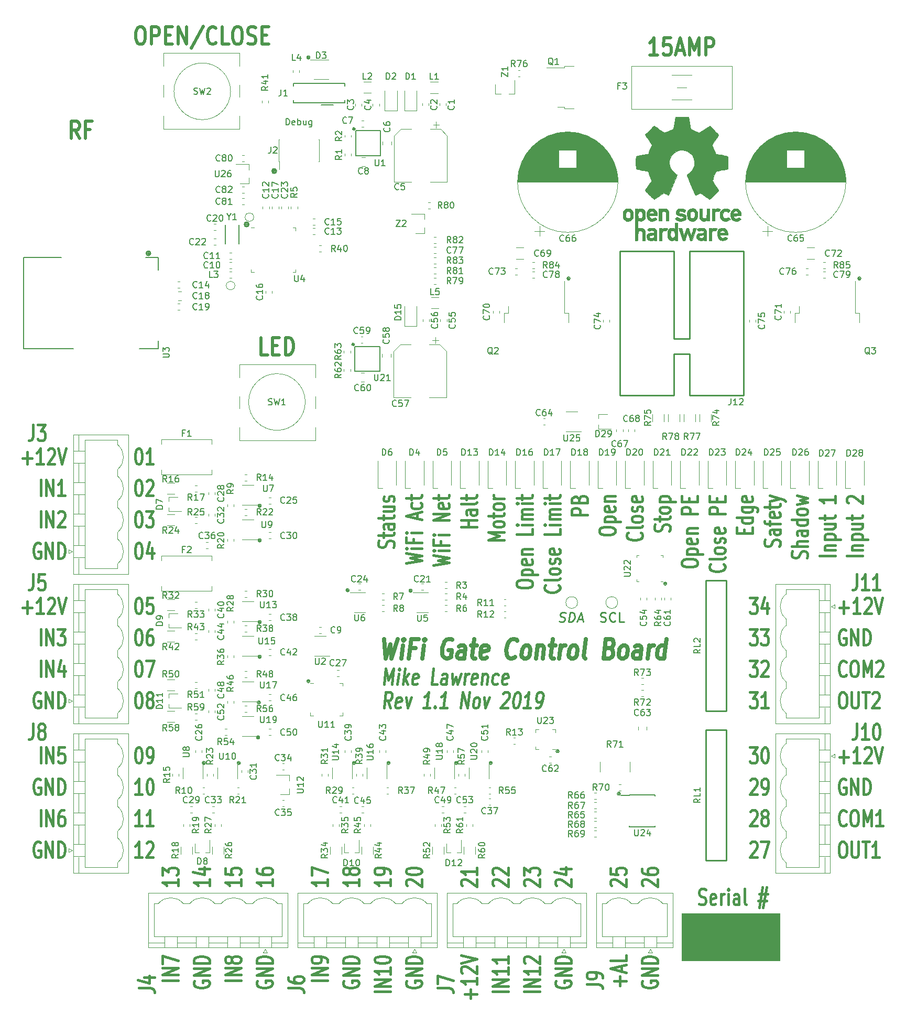
<source format=gto>
G04 #@! TF.GenerationSoftware,KiCad,Pcbnew,(5.1.4-0-10_14)*
G04 #@! TF.CreationDate,2019-11-24T16:19:00-06:00*
G04 #@! TF.ProjectId,WiFi-Gate-Control-Board,57694669-2d47-4617-9465-2d436f6e7472,rev?*
G04 #@! TF.SameCoordinates,Original*
G04 #@! TF.FileFunction,Legend,Top*
G04 #@! TF.FilePolarity,Positive*
%FSLAX46Y46*%
G04 Gerber Fmt 4.6, Leading zero omitted, Abs format (unit mm)*
G04 Created by KiCad (PCBNEW (5.1.4-0-10_14)) date 2019-11-24 16:19:00*
%MOMM*%
%LPD*%
G04 APERTURE LIST*
%ADD10C,0.381000*%
%ADD11C,0.100000*%
%ADD12C,0.177800*%
%ADD13C,0.457200*%
%ADD14C,0.508000*%
%ADD15C,0.152400*%
%ADD16C,0.635000*%
%ADD17C,0.120000*%
%ADD18C,0.150000*%
%ADD19C,0.203200*%
%ADD20C,0.400000*%
%ADD21C,0.254000*%
%ADD22C,0.010000*%
G04 APERTURE END LIST*
D10*
X202517142Y-197093095D02*
X202789285Y-197214047D01*
X203242857Y-197214047D01*
X203424285Y-197093095D01*
X203515000Y-196972142D01*
X203605714Y-196730238D01*
X203605714Y-196488333D01*
X203515000Y-196246428D01*
X203424285Y-196125476D01*
X203242857Y-196004523D01*
X202880000Y-195883571D01*
X202698571Y-195762619D01*
X202607857Y-195641666D01*
X202517142Y-195399761D01*
X202517142Y-195157857D01*
X202607857Y-194915952D01*
X202698571Y-194795000D01*
X202880000Y-194674047D01*
X203333571Y-194674047D01*
X203605714Y-194795000D01*
X205147857Y-197093095D02*
X204966428Y-197214047D01*
X204603571Y-197214047D01*
X204422142Y-197093095D01*
X204331428Y-196851190D01*
X204331428Y-195883571D01*
X204422142Y-195641666D01*
X204603571Y-195520714D01*
X204966428Y-195520714D01*
X205147857Y-195641666D01*
X205238571Y-195883571D01*
X205238571Y-196125476D01*
X204331428Y-196367380D01*
X206055000Y-197214047D02*
X206055000Y-195520714D01*
X206055000Y-196004523D02*
X206145714Y-195762619D01*
X206236428Y-195641666D01*
X206417857Y-195520714D01*
X206599285Y-195520714D01*
X207234285Y-197214047D02*
X207234285Y-195520714D01*
X207234285Y-194674047D02*
X207143571Y-194795000D01*
X207234285Y-194915952D01*
X207325000Y-194795000D01*
X207234285Y-194674047D01*
X207234285Y-194915952D01*
X208957857Y-197214047D02*
X208957857Y-195883571D01*
X208867142Y-195641666D01*
X208685714Y-195520714D01*
X208322857Y-195520714D01*
X208141428Y-195641666D01*
X208957857Y-197093095D02*
X208776428Y-197214047D01*
X208322857Y-197214047D01*
X208141428Y-197093095D01*
X208050714Y-196851190D01*
X208050714Y-196609285D01*
X208141428Y-196367380D01*
X208322857Y-196246428D01*
X208776428Y-196246428D01*
X208957857Y-196125476D01*
X210137142Y-197214047D02*
X209955714Y-197093095D01*
X209865000Y-196851190D01*
X209865000Y-194674047D01*
X212223571Y-195520714D02*
X213584285Y-195520714D01*
X212767857Y-194432142D02*
X212223571Y-197697857D01*
X213402857Y-196609285D02*
X212042142Y-196609285D01*
X212858571Y-197697857D02*
X213402857Y-194432142D01*
D11*
G36*
X215580000Y-206225000D02*
G01*
X199705000Y-206225000D01*
X199705000Y-198605000D01*
X215580000Y-198605000D01*
X215580000Y-206225000D01*
G37*
X215580000Y-206225000D02*
X199705000Y-206225000D01*
X199705000Y-198605000D01*
X215580000Y-198605000D01*
X215580000Y-206225000D01*
D12*
X228507000Y-96116000D02*
G75*
G03X228507000Y-96116000I-100000J0D01*
G01*
X228657000Y-96116000D02*
G75*
G03X228657000Y-96116000I-250000J0D01*
G01*
X181517000Y-96116000D02*
G75*
G03X181517000Y-96116000I-100000J0D01*
G01*
X181667000Y-96116000D02*
G75*
G03X181667000Y-96116000I-250000J0D01*
G01*
X131606000Y-151615000D02*
G75*
G03X131606000Y-151615000I-100000J0D01*
G01*
X131756000Y-151615000D02*
G75*
G03X131756000Y-151615000I-250000J0D01*
G01*
X139480000Y-60429000D02*
G75*
G03X139480000Y-60429000I-100000J0D01*
G01*
X139630000Y-60429000D02*
G75*
G03X139630000Y-60429000I-250000J0D01*
G01*
X189645000Y-179301000D02*
G75*
G03X189645000Y-179301000I-100000J0D01*
G01*
X189795000Y-179301000D02*
G75*
G03X189795000Y-179301000I-250000J0D01*
G01*
X168944000Y-174348000D02*
G75*
G03X168944000Y-174348000I-100000J0D01*
G01*
X169094000Y-174348000D02*
G75*
G03X169094000Y-174348000I-250000J0D01*
G01*
X163356000Y-174348000D02*
G75*
G03X163356000Y-174348000I-100000J0D01*
G01*
X163506000Y-174348000D02*
G75*
G03X163506000Y-174348000I-250000J0D01*
G01*
X152434000Y-174348000D02*
G75*
G03X152434000Y-174348000I-100000J0D01*
G01*
X152584000Y-174348000D02*
G75*
G03X152584000Y-174348000I-250000J0D01*
G01*
X146846000Y-174348000D02*
G75*
G03X146846000Y-174348000I-100000J0D01*
G01*
X146996000Y-174348000D02*
G75*
G03X146996000Y-174348000I-250000J0D01*
G01*
X128240500Y-174348000D02*
G75*
G03X128240500Y-174348000I-100000J0D01*
G01*
X128390500Y-174348000D02*
G75*
G03X128390500Y-174348000I-250000J0D01*
G01*
X122589000Y-174348000D02*
G75*
G03X122589000Y-174348000I-100000J0D01*
G01*
X122739000Y-174348000D02*
G75*
G03X122739000Y-174348000I-250000J0D01*
G01*
X131352000Y-170220500D02*
G75*
G03X131352000Y-170220500I-100000J0D01*
G01*
X131502000Y-170220500D02*
G75*
G03X131502000Y-170220500I-250000J0D01*
G01*
X131606000Y-157203000D02*
G75*
G03X131606000Y-157203000I-100000J0D01*
G01*
X131756000Y-157203000D02*
G75*
G03X131756000Y-157203000I-250000J0D01*
G01*
X131479000Y-164569000D02*
G75*
G03X131479000Y-164569000I-100000J0D01*
G01*
X131629000Y-164569000D02*
G75*
G03X131629000Y-164569000I-250000J0D01*
G01*
X131606000Y-138407000D02*
G75*
G03X131606000Y-138407000I-100000J0D01*
G01*
X131756000Y-138407000D02*
G75*
G03X131756000Y-138407000I-250000J0D01*
G01*
X131606000Y-132819000D02*
G75*
G03X131606000Y-132819000I-100000J0D01*
G01*
X131756000Y-132819000D02*
G75*
G03X131756000Y-132819000I-250000J0D01*
G01*
X155990000Y-146535000D02*
G75*
G03X155990000Y-146535000I-100000J0D01*
G01*
X156140000Y-146535000D02*
G75*
G03X156140000Y-146535000I-250000J0D01*
G01*
X145819000Y-146449000D02*
G75*
G03X145819000Y-146449000I-100000J0D01*
G01*
X145969000Y-146449000D02*
G75*
G03X145969000Y-146449000I-250000J0D01*
G01*
X197138000Y-145392000D02*
G75*
G03X197138000Y-145392000I-100000J0D01*
G01*
X197288000Y-145392000D02*
G75*
G03X197288000Y-145392000I-250000J0D01*
G01*
X179739000Y-172443000D02*
G75*
G03X179739000Y-172443000I-100000J0D01*
G01*
X179889000Y-172443000D02*
G75*
G03X179889000Y-172443000I-250000J0D01*
G01*
X139480000Y-161140000D02*
G75*
G03X139480000Y-161140000I-100000J0D01*
G01*
X139630000Y-161140000D02*
G75*
G03X139630000Y-161140000I-250000J0D01*
G01*
D10*
X206454142Y-142246935D02*
X206575095Y-142337650D01*
X206696047Y-142609792D01*
X206696047Y-142791221D01*
X206575095Y-143063364D01*
X206333190Y-143244792D01*
X206091285Y-143335507D01*
X205607476Y-143426221D01*
X205244619Y-143426221D01*
X204760809Y-143335507D01*
X204518904Y-143244792D01*
X204277000Y-143063364D01*
X204156047Y-142791221D01*
X204156047Y-142609792D01*
X204277000Y-142337650D01*
X204397952Y-142246935D01*
X206696047Y-141158364D02*
X206575095Y-141339792D01*
X206333190Y-141430507D01*
X204156047Y-141430507D01*
X206696047Y-140160507D02*
X206575095Y-140341935D01*
X206454142Y-140432650D01*
X206212238Y-140523364D01*
X205486523Y-140523364D01*
X205244619Y-140432650D01*
X205123666Y-140341935D01*
X205002714Y-140160507D01*
X205002714Y-139888364D01*
X205123666Y-139706935D01*
X205244619Y-139616221D01*
X205486523Y-139525507D01*
X206212238Y-139525507D01*
X206454142Y-139616221D01*
X206575095Y-139706935D01*
X206696047Y-139888364D01*
X206696047Y-140160507D01*
X206575095Y-138799792D02*
X206696047Y-138618364D01*
X206696047Y-138255507D01*
X206575095Y-138074078D01*
X206333190Y-137983364D01*
X206212238Y-137983364D01*
X205970333Y-138074078D01*
X205849380Y-138255507D01*
X205849380Y-138527650D01*
X205728428Y-138709078D01*
X205486523Y-138799792D01*
X205365571Y-138799792D01*
X205123666Y-138709078D01*
X205002714Y-138527650D01*
X205002714Y-138255507D01*
X205123666Y-138074078D01*
X206575095Y-136441221D02*
X206696047Y-136622650D01*
X206696047Y-136985507D01*
X206575095Y-137166935D01*
X206333190Y-137257650D01*
X205365571Y-137257650D01*
X205123666Y-137166935D01*
X205002714Y-136985507D01*
X205002714Y-136622650D01*
X205123666Y-136441221D01*
X205365571Y-136350507D01*
X205607476Y-136350507D01*
X205849380Y-137257650D01*
X206696047Y-134082650D02*
X204156047Y-134082650D01*
X204156047Y-133356935D01*
X204277000Y-133175507D01*
X204397952Y-133084792D01*
X204639857Y-132994078D01*
X205002714Y-132994078D01*
X205244619Y-133084792D01*
X205365571Y-133175507D01*
X205486523Y-133356935D01*
X205486523Y-134082650D01*
X205365571Y-132177650D02*
X205365571Y-131542650D01*
X206696047Y-131270507D02*
X206696047Y-132177650D01*
X204156047Y-132177650D01*
X204156047Y-131270507D01*
X179784142Y-145603364D02*
X179905095Y-145694078D01*
X180026047Y-145966221D01*
X180026047Y-146147650D01*
X179905095Y-146419792D01*
X179663190Y-146601221D01*
X179421285Y-146691935D01*
X178937476Y-146782650D01*
X178574619Y-146782650D01*
X178090809Y-146691935D01*
X177848904Y-146601221D01*
X177607000Y-146419792D01*
X177486047Y-146147650D01*
X177486047Y-145966221D01*
X177607000Y-145694078D01*
X177727952Y-145603364D01*
X180026047Y-144514792D02*
X179905095Y-144696221D01*
X179663190Y-144786935D01*
X177486047Y-144786935D01*
X180026047Y-143516935D02*
X179905095Y-143698364D01*
X179784142Y-143789078D01*
X179542238Y-143879792D01*
X178816523Y-143879792D01*
X178574619Y-143789078D01*
X178453666Y-143698364D01*
X178332714Y-143516935D01*
X178332714Y-143244792D01*
X178453666Y-143063364D01*
X178574619Y-142972650D01*
X178816523Y-142881935D01*
X179542238Y-142881935D01*
X179784142Y-142972650D01*
X179905095Y-143063364D01*
X180026047Y-143244792D01*
X180026047Y-143516935D01*
X179905095Y-142156221D02*
X180026047Y-141974792D01*
X180026047Y-141611935D01*
X179905095Y-141430507D01*
X179663190Y-141339792D01*
X179542238Y-141339792D01*
X179300333Y-141430507D01*
X179179380Y-141611935D01*
X179179380Y-141884078D01*
X179058428Y-142065507D01*
X178816523Y-142156221D01*
X178695571Y-142156221D01*
X178453666Y-142065507D01*
X178332714Y-141884078D01*
X178332714Y-141611935D01*
X178453666Y-141430507D01*
X179905095Y-139797650D02*
X180026047Y-139979078D01*
X180026047Y-140341935D01*
X179905095Y-140523364D01*
X179663190Y-140614078D01*
X178695571Y-140614078D01*
X178453666Y-140523364D01*
X178332714Y-140341935D01*
X178332714Y-139979078D01*
X178453666Y-139797650D01*
X178695571Y-139706935D01*
X178937476Y-139706935D01*
X179179380Y-140614078D01*
X180026047Y-136531935D02*
X180026047Y-137439078D01*
X177486047Y-137439078D01*
X180026047Y-135896935D02*
X178332714Y-135896935D01*
X177486047Y-135896935D02*
X177607000Y-135987650D01*
X177727952Y-135896935D01*
X177607000Y-135806221D01*
X177486047Y-135896935D01*
X177727952Y-135896935D01*
X180026047Y-134989792D02*
X178332714Y-134989792D01*
X178574619Y-134989792D02*
X178453666Y-134899078D01*
X178332714Y-134717650D01*
X178332714Y-134445507D01*
X178453666Y-134264078D01*
X178695571Y-134173364D01*
X180026047Y-134173364D01*
X178695571Y-134173364D02*
X178453666Y-134082650D01*
X178332714Y-133901221D01*
X178332714Y-133629078D01*
X178453666Y-133447650D01*
X178695571Y-133356935D01*
X180026047Y-133356935D01*
X180026047Y-132449792D02*
X178332714Y-132449792D01*
X177486047Y-132449792D02*
X177607000Y-132540507D01*
X177727952Y-132449792D01*
X177607000Y-132359078D01*
X177486047Y-132449792D01*
X177727952Y-132449792D01*
X178332714Y-131814792D02*
X178332714Y-131089078D01*
X177486047Y-131542650D02*
X179663190Y-131542650D01*
X179905095Y-131451935D01*
X180026047Y-131270507D01*
X180026047Y-131089078D01*
X228921047Y-140886221D02*
X226381047Y-140886221D01*
X227227714Y-139979078D02*
X228921047Y-139979078D01*
X227469619Y-139979078D02*
X227348666Y-139888364D01*
X227227714Y-139706935D01*
X227227714Y-139434792D01*
X227348666Y-139253364D01*
X227590571Y-139162650D01*
X228921047Y-139162650D01*
X227227714Y-138255507D02*
X229767714Y-138255507D01*
X227348666Y-138255507D02*
X227227714Y-138074078D01*
X227227714Y-137711221D01*
X227348666Y-137529792D01*
X227469619Y-137439078D01*
X227711523Y-137348364D01*
X228437238Y-137348364D01*
X228679142Y-137439078D01*
X228800095Y-137529792D01*
X228921047Y-137711221D01*
X228921047Y-138074078D01*
X228800095Y-138255507D01*
X227227714Y-135715507D02*
X228921047Y-135715507D01*
X227227714Y-136531935D02*
X228558190Y-136531935D01*
X228800095Y-136441221D01*
X228921047Y-136259792D01*
X228921047Y-135987650D01*
X228800095Y-135806221D01*
X228679142Y-135715507D01*
X227227714Y-135080507D02*
X227227714Y-134354792D01*
X226381047Y-134808364D02*
X228558190Y-134808364D01*
X228800095Y-134717650D01*
X228921047Y-134536221D01*
X228921047Y-134354792D01*
X226622952Y-132359078D02*
X226502000Y-132268364D01*
X226381047Y-132086935D01*
X226381047Y-131633364D01*
X226502000Y-131451935D01*
X226622952Y-131361221D01*
X226864857Y-131270507D01*
X227106761Y-131270507D01*
X227469619Y-131361221D01*
X228921047Y-132449792D01*
X228921047Y-131270507D01*
X224476047Y-140886221D02*
X221936047Y-140886221D01*
X222782714Y-139979078D02*
X224476047Y-139979078D01*
X223024619Y-139979078D02*
X222903666Y-139888364D01*
X222782714Y-139706935D01*
X222782714Y-139434792D01*
X222903666Y-139253364D01*
X223145571Y-139162650D01*
X224476047Y-139162650D01*
X222782714Y-138255507D02*
X225322714Y-138255507D01*
X222903666Y-138255507D02*
X222782714Y-138074078D01*
X222782714Y-137711221D01*
X222903666Y-137529792D01*
X223024619Y-137439078D01*
X223266523Y-137348364D01*
X223992238Y-137348364D01*
X224234142Y-137439078D01*
X224355095Y-137529792D01*
X224476047Y-137711221D01*
X224476047Y-138074078D01*
X224355095Y-138255507D01*
X222782714Y-135715507D02*
X224476047Y-135715507D01*
X222782714Y-136531935D02*
X224113190Y-136531935D01*
X224355095Y-136441221D01*
X224476047Y-136259792D01*
X224476047Y-135987650D01*
X224355095Y-135806221D01*
X224234142Y-135715507D01*
X222782714Y-135080507D02*
X222782714Y-134354792D01*
X221936047Y-134808364D02*
X224113190Y-134808364D01*
X224355095Y-134717650D01*
X224476047Y-134536221D01*
X224476047Y-134354792D01*
X224476047Y-131270507D02*
X224476047Y-132359078D01*
X224476047Y-131814792D02*
X221936047Y-131814792D01*
X222298904Y-131996221D01*
X222540809Y-132177650D01*
X222661761Y-132359078D01*
D13*
X151575870Y-161654047D02*
X151893370Y-159114047D01*
X152301584Y-160928333D01*
X153163370Y-159114047D01*
X152845870Y-161654047D01*
X153753013Y-161654047D02*
X153964680Y-159960714D01*
X154070513Y-159114047D02*
X153964680Y-159235000D01*
X154040275Y-159355952D01*
X154146108Y-159235000D01*
X154070513Y-159114047D01*
X154040275Y-159355952D01*
X154660156Y-161654047D02*
X154977656Y-159114047D01*
X154962537Y-160686428D02*
X155385870Y-161654047D01*
X155597537Y-159960714D02*
X154750870Y-160928333D01*
X156943132Y-161533095D02*
X156746584Y-161654047D01*
X156383727Y-161654047D01*
X156217418Y-161533095D01*
X156156941Y-161291190D01*
X156277894Y-160323571D01*
X156398846Y-160081666D01*
X156595394Y-159960714D01*
X156958251Y-159960714D01*
X157124560Y-160081666D01*
X157185037Y-160323571D01*
X157154799Y-160565476D01*
X156217418Y-160807380D01*
X160193727Y-161654047D02*
X159286584Y-161654047D01*
X159604084Y-159114047D01*
X161645156Y-161654047D02*
X161811465Y-160323571D01*
X161750989Y-160081666D01*
X161584680Y-159960714D01*
X161221822Y-159960714D01*
X161025275Y-160081666D01*
X161660275Y-161533095D02*
X161463727Y-161654047D01*
X161010156Y-161654047D01*
X160843846Y-161533095D01*
X160783370Y-161291190D01*
X160813608Y-161049285D01*
X160934560Y-160807380D01*
X161131108Y-160686428D01*
X161584680Y-160686428D01*
X161781227Y-160565476D01*
X162582537Y-159960714D02*
X162733727Y-161654047D01*
X163247775Y-160444523D01*
X163459441Y-161654047D01*
X164033965Y-159960714D01*
X164548013Y-161654047D02*
X164759680Y-159960714D01*
X164699203Y-160444523D02*
X164820156Y-160202619D01*
X164925989Y-160081666D01*
X165122537Y-159960714D01*
X165303965Y-159960714D01*
X166468132Y-161533095D02*
X166271584Y-161654047D01*
X165908727Y-161654047D01*
X165742418Y-161533095D01*
X165681941Y-161291190D01*
X165802894Y-160323571D01*
X165923846Y-160081666D01*
X166120394Y-159960714D01*
X166483251Y-159960714D01*
X166649560Y-160081666D01*
X166710037Y-160323571D01*
X166679799Y-160565476D01*
X165742418Y-160807380D01*
X167571822Y-159960714D02*
X167360156Y-161654047D01*
X167541584Y-160202619D02*
X167647418Y-160081666D01*
X167843965Y-159960714D01*
X168116108Y-159960714D01*
X168282418Y-160081666D01*
X168342894Y-160323571D01*
X168176584Y-161654047D01*
X169915275Y-161533095D02*
X169718727Y-161654047D01*
X169355870Y-161654047D01*
X169189560Y-161533095D01*
X169113965Y-161412142D01*
X169053489Y-161170238D01*
X169144203Y-160444523D01*
X169265156Y-160202619D01*
X169370989Y-160081666D01*
X169567537Y-159960714D01*
X169930394Y-159960714D01*
X170096703Y-160081666D01*
X171457418Y-161533095D02*
X171260870Y-161654047D01*
X170898013Y-161654047D01*
X170731703Y-161533095D01*
X170671227Y-161291190D01*
X170792180Y-160323571D01*
X170913132Y-160081666D01*
X171109680Y-159960714D01*
X171472537Y-159960714D01*
X171638846Y-160081666D01*
X171699322Y-160323571D01*
X171669084Y-160565476D01*
X170731703Y-160807380D01*
D10*
X111869078Y-171814047D02*
X112050507Y-171814047D01*
X112231935Y-171935000D01*
X112322650Y-172055952D01*
X112413364Y-172297857D01*
X112504078Y-172781666D01*
X112504078Y-173386428D01*
X112413364Y-173870238D01*
X112322650Y-174112142D01*
X112231935Y-174233095D01*
X112050507Y-174354047D01*
X111869078Y-174354047D01*
X111687650Y-174233095D01*
X111596935Y-174112142D01*
X111506221Y-173870238D01*
X111415507Y-173386428D01*
X111415507Y-172781666D01*
X111506221Y-172297857D01*
X111596935Y-172055952D01*
X111687650Y-171935000D01*
X111869078Y-171814047D01*
X113411221Y-174354047D02*
X113774078Y-174354047D01*
X113955507Y-174233095D01*
X114046221Y-174112142D01*
X114227650Y-173749285D01*
X114318364Y-173265476D01*
X114318364Y-172297857D01*
X114227650Y-172055952D01*
X114136935Y-171935000D01*
X113955507Y-171814047D01*
X113592650Y-171814047D01*
X113411221Y-171935000D01*
X113320507Y-172055952D01*
X113229792Y-172297857D01*
X113229792Y-172902619D01*
X113320507Y-173144523D01*
X113411221Y-173265476D01*
X113592650Y-173386428D01*
X113955507Y-173386428D01*
X114136935Y-173265476D01*
X114227650Y-173144523D01*
X114318364Y-172902619D01*
D14*
X112056857Y-55469952D02*
X112492285Y-55469952D01*
X112710000Y-55603000D01*
X112927714Y-55869095D01*
X113036571Y-56401285D01*
X113036571Y-57332619D01*
X112927714Y-57864809D01*
X112710000Y-58130904D01*
X112492285Y-58263952D01*
X112056857Y-58263952D01*
X111839142Y-58130904D01*
X111621428Y-57864809D01*
X111512571Y-57332619D01*
X111512571Y-56401285D01*
X111621428Y-55869095D01*
X111839142Y-55603000D01*
X112056857Y-55469952D01*
X114016285Y-58263952D02*
X114016285Y-55469952D01*
X114887142Y-55469952D01*
X115104857Y-55603000D01*
X115213714Y-55736047D01*
X115322571Y-56002142D01*
X115322571Y-56401285D01*
X115213714Y-56667380D01*
X115104857Y-56800428D01*
X114887142Y-56933476D01*
X114016285Y-56933476D01*
X116302285Y-56800428D02*
X117064285Y-56800428D01*
X117390857Y-58263952D02*
X116302285Y-58263952D01*
X116302285Y-55469952D01*
X117390857Y-55469952D01*
X118370571Y-58263952D02*
X118370571Y-55469952D01*
X119676857Y-58263952D01*
X119676857Y-55469952D01*
X122398285Y-55336904D02*
X120438857Y-58929190D01*
X124466571Y-57997857D02*
X124357714Y-58130904D01*
X124031142Y-58263952D01*
X123813428Y-58263952D01*
X123486857Y-58130904D01*
X123269142Y-57864809D01*
X123160285Y-57598714D01*
X123051428Y-57066523D01*
X123051428Y-56667380D01*
X123160285Y-56135190D01*
X123269142Y-55869095D01*
X123486857Y-55603000D01*
X123813428Y-55469952D01*
X124031142Y-55469952D01*
X124357714Y-55603000D01*
X124466571Y-55736047D01*
X126534857Y-58263952D02*
X125446285Y-58263952D01*
X125446285Y-55469952D01*
X127732285Y-55469952D02*
X128167714Y-55469952D01*
X128385428Y-55603000D01*
X128603142Y-55869095D01*
X128712000Y-56401285D01*
X128712000Y-57332619D01*
X128603142Y-57864809D01*
X128385428Y-58130904D01*
X128167714Y-58263952D01*
X127732285Y-58263952D01*
X127514571Y-58130904D01*
X127296857Y-57864809D01*
X127188000Y-57332619D01*
X127188000Y-56401285D01*
X127296857Y-55869095D01*
X127514571Y-55603000D01*
X127732285Y-55469952D01*
X129582857Y-58130904D02*
X129909428Y-58263952D01*
X130453714Y-58263952D01*
X130671428Y-58130904D01*
X130780285Y-57997857D01*
X130889142Y-57731761D01*
X130889142Y-57465666D01*
X130780285Y-57199571D01*
X130671428Y-57066523D01*
X130453714Y-56933476D01*
X130018285Y-56800428D01*
X129800571Y-56667380D01*
X129691714Y-56534333D01*
X129582857Y-56268238D01*
X129582857Y-56002142D01*
X129691714Y-55736047D01*
X129800571Y-55603000D01*
X130018285Y-55469952D01*
X130562571Y-55469952D01*
X130889142Y-55603000D01*
X131868857Y-56800428D02*
X132630857Y-56800428D01*
X132957428Y-58263952D02*
X131868857Y-58263952D01*
X131868857Y-55469952D01*
X132957428Y-55469952D01*
X102404857Y-73503952D02*
X101642857Y-72173476D01*
X101098571Y-73503952D02*
X101098571Y-70709952D01*
X101969428Y-70709952D01*
X102187142Y-70843000D01*
X102296000Y-70976047D01*
X102404857Y-71242142D01*
X102404857Y-71641285D01*
X102296000Y-71907380D01*
X102187142Y-72040428D01*
X101969428Y-72173476D01*
X101098571Y-72173476D01*
X104146571Y-72040428D02*
X103384571Y-72040428D01*
X103384571Y-73503952D02*
X103384571Y-70709952D01*
X104473142Y-70709952D01*
X132830428Y-108428952D02*
X131741857Y-108428952D01*
X131741857Y-105634952D01*
X133592428Y-106965428D02*
X134354428Y-106965428D01*
X134681000Y-108428952D02*
X133592428Y-108428952D01*
X133592428Y-105634952D01*
X134681000Y-105634952D01*
X135660714Y-108428952D02*
X135660714Y-105634952D01*
X136205000Y-105634952D01*
X136531571Y-105768000D01*
X136749285Y-106034095D01*
X136858142Y-106300190D01*
X136967000Y-106832380D01*
X136967000Y-107231523D01*
X136858142Y-107763714D01*
X136749285Y-108029809D01*
X136531571Y-108295904D01*
X136205000Y-108428952D01*
X135660714Y-108428952D01*
D10*
X153108095Y-139525507D02*
X153229047Y-139253364D01*
X153229047Y-138799792D01*
X153108095Y-138618364D01*
X152987142Y-138527650D01*
X152745238Y-138436935D01*
X152503333Y-138436935D01*
X152261428Y-138527650D01*
X152140476Y-138618364D01*
X152019523Y-138799792D01*
X151898571Y-139162650D01*
X151777619Y-139344078D01*
X151656666Y-139434792D01*
X151414761Y-139525507D01*
X151172857Y-139525507D01*
X150930952Y-139434792D01*
X150810000Y-139344078D01*
X150689047Y-139162650D01*
X150689047Y-138709078D01*
X150810000Y-138436935D01*
X151535714Y-137892650D02*
X151535714Y-137166935D01*
X150689047Y-137620507D02*
X152866190Y-137620507D01*
X153108095Y-137529792D01*
X153229047Y-137348364D01*
X153229047Y-137166935D01*
X153229047Y-135715507D02*
X151898571Y-135715507D01*
X151656666Y-135806221D01*
X151535714Y-135987650D01*
X151535714Y-136350507D01*
X151656666Y-136531935D01*
X153108095Y-135715507D02*
X153229047Y-135896935D01*
X153229047Y-136350507D01*
X153108095Y-136531935D01*
X152866190Y-136622650D01*
X152624285Y-136622650D01*
X152382380Y-136531935D01*
X152261428Y-136350507D01*
X152261428Y-135896935D01*
X152140476Y-135715507D01*
X151535714Y-135080507D02*
X151535714Y-134354792D01*
X150689047Y-134808364D02*
X152866190Y-134808364D01*
X153108095Y-134717650D01*
X153229047Y-134536221D01*
X153229047Y-134354792D01*
X151535714Y-132903364D02*
X153229047Y-132903364D01*
X151535714Y-133719792D02*
X152866190Y-133719792D01*
X153108095Y-133629078D01*
X153229047Y-133447650D01*
X153229047Y-133175507D01*
X153108095Y-132994078D01*
X152987142Y-132903364D01*
X153108095Y-132086935D02*
X153229047Y-131905507D01*
X153229047Y-131542650D01*
X153108095Y-131361221D01*
X152866190Y-131270507D01*
X152745238Y-131270507D01*
X152503333Y-131361221D01*
X152382380Y-131542650D01*
X152382380Y-131814792D01*
X152261428Y-131996221D01*
X152019523Y-132086935D01*
X151898571Y-132086935D01*
X151656666Y-131996221D01*
X151535714Y-131814792D01*
X151535714Y-131542650D01*
X151656666Y-131361221D01*
X159579047Y-142428364D02*
X162119047Y-141974792D01*
X160304761Y-141611935D01*
X162119047Y-141249078D01*
X159579047Y-140795507D01*
X162119047Y-140069792D02*
X160425714Y-140069792D01*
X159579047Y-140069792D02*
X159700000Y-140160507D01*
X159820952Y-140069792D01*
X159700000Y-139979078D01*
X159579047Y-140069792D01*
X159820952Y-140069792D01*
X160788571Y-138527650D02*
X160788571Y-139162650D01*
X162119047Y-139162650D02*
X159579047Y-139162650D01*
X159579047Y-138255507D01*
X162119047Y-137529792D02*
X160425714Y-137529792D01*
X159579047Y-137529792D02*
X159700000Y-137620507D01*
X159820952Y-137529792D01*
X159700000Y-137439078D01*
X159579047Y-137529792D01*
X159820952Y-137529792D01*
X162119047Y-135171221D02*
X159579047Y-135171221D01*
X162119047Y-134082650D01*
X159579047Y-134082650D01*
X161998095Y-132449792D02*
X162119047Y-132631221D01*
X162119047Y-132994078D01*
X161998095Y-133175507D01*
X161756190Y-133266221D01*
X160788571Y-133266221D01*
X160546666Y-133175507D01*
X160425714Y-132994078D01*
X160425714Y-132631221D01*
X160546666Y-132449792D01*
X160788571Y-132359078D01*
X161030476Y-132359078D01*
X161272380Y-133266221D01*
X160425714Y-131814792D02*
X160425714Y-131089078D01*
X159579047Y-131542650D02*
X161756190Y-131542650D01*
X161998095Y-131451935D01*
X162119047Y-131270507D01*
X162119047Y-131089078D01*
X155134047Y-142065507D02*
X157674047Y-141611935D01*
X155859761Y-141249078D01*
X157674047Y-140886221D01*
X155134047Y-140432650D01*
X157674047Y-139706935D02*
X155980714Y-139706935D01*
X155134047Y-139706935D02*
X155255000Y-139797650D01*
X155375952Y-139706935D01*
X155255000Y-139616221D01*
X155134047Y-139706935D01*
X155375952Y-139706935D01*
X156343571Y-138164792D02*
X156343571Y-138799792D01*
X157674047Y-138799792D02*
X155134047Y-138799792D01*
X155134047Y-137892650D01*
X157674047Y-137166935D02*
X155980714Y-137166935D01*
X155134047Y-137166935D02*
X155255000Y-137257650D01*
X155375952Y-137166935D01*
X155255000Y-137076221D01*
X155134047Y-137166935D01*
X155375952Y-137166935D01*
X156948333Y-134899078D02*
X156948333Y-133991935D01*
X157674047Y-135080507D02*
X155134047Y-134445507D01*
X157674047Y-133810507D01*
X157553095Y-132359078D02*
X157674047Y-132540507D01*
X157674047Y-132903364D01*
X157553095Y-133084792D01*
X157432142Y-133175507D01*
X157190238Y-133266221D01*
X156464523Y-133266221D01*
X156222619Y-133175507D01*
X156101666Y-133084792D01*
X155980714Y-132903364D01*
X155980714Y-132540507D01*
X156101666Y-132359078D01*
X155980714Y-131814792D02*
X155980714Y-131089078D01*
X155134047Y-131542650D02*
X157311190Y-131542650D01*
X157553095Y-131451935D01*
X157674047Y-131270507D01*
X157674047Y-131089078D01*
X173041047Y-145603364D02*
X173041047Y-145240507D01*
X173162000Y-145059078D01*
X173403904Y-144877650D01*
X173887714Y-144786935D01*
X174734380Y-144786935D01*
X175218190Y-144877650D01*
X175460095Y-145059078D01*
X175581047Y-145240507D01*
X175581047Y-145603364D01*
X175460095Y-145784792D01*
X175218190Y-145966221D01*
X174734380Y-146056935D01*
X173887714Y-146056935D01*
X173403904Y-145966221D01*
X173162000Y-145784792D01*
X173041047Y-145603364D01*
X173887714Y-143970507D02*
X176427714Y-143970507D01*
X174008666Y-143970507D02*
X173887714Y-143789078D01*
X173887714Y-143426221D01*
X174008666Y-143244792D01*
X174129619Y-143154078D01*
X174371523Y-143063364D01*
X175097238Y-143063364D01*
X175339142Y-143154078D01*
X175460095Y-143244792D01*
X175581047Y-143426221D01*
X175581047Y-143789078D01*
X175460095Y-143970507D01*
X175460095Y-141521221D02*
X175581047Y-141702650D01*
X175581047Y-142065507D01*
X175460095Y-142246935D01*
X175218190Y-142337650D01*
X174250571Y-142337650D01*
X174008666Y-142246935D01*
X173887714Y-142065507D01*
X173887714Y-141702650D01*
X174008666Y-141521221D01*
X174250571Y-141430507D01*
X174492476Y-141430507D01*
X174734380Y-142337650D01*
X173887714Y-140614078D02*
X175581047Y-140614078D01*
X174129619Y-140614078D02*
X174008666Y-140523364D01*
X173887714Y-140341935D01*
X173887714Y-140069792D01*
X174008666Y-139888364D01*
X174250571Y-139797650D01*
X175581047Y-139797650D01*
X175581047Y-136531935D02*
X175581047Y-137439078D01*
X173041047Y-137439078D01*
X175581047Y-135896935D02*
X173887714Y-135896935D01*
X173041047Y-135896935D02*
X173162000Y-135987650D01*
X173282952Y-135896935D01*
X173162000Y-135806221D01*
X173041047Y-135896935D01*
X173282952Y-135896935D01*
X175581047Y-134989792D02*
X173887714Y-134989792D01*
X174129619Y-134989792D02*
X174008666Y-134899078D01*
X173887714Y-134717650D01*
X173887714Y-134445507D01*
X174008666Y-134264078D01*
X174250571Y-134173364D01*
X175581047Y-134173364D01*
X174250571Y-134173364D02*
X174008666Y-134082650D01*
X173887714Y-133901221D01*
X173887714Y-133629078D01*
X174008666Y-133447650D01*
X174250571Y-133356935D01*
X175581047Y-133356935D01*
X175581047Y-132449792D02*
X173887714Y-132449792D01*
X173041047Y-132449792D02*
X173162000Y-132540507D01*
X173282952Y-132449792D01*
X173162000Y-132359078D01*
X173041047Y-132449792D01*
X173282952Y-132449792D01*
X173887714Y-131814792D02*
X173887714Y-131089078D01*
X173041047Y-131542650D02*
X175218190Y-131542650D01*
X175460095Y-131451935D01*
X175581047Y-131270507D01*
X175581047Y-131089078D01*
X219910095Y-141249078D02*
X220031047Y-140976935D01*
X220031047Y-140523364D01*
X219910095Y-140341935D01*
X219789142Y-140251221D01*
X219547238Y-140160507D01*
X219305333Y-140160507D01*
X219063428Y-140251221D01*
X218942476Y-140341935D01*
X218821523Y-140523364D01*
X218700571Y-140886221D01*
X218579619Y-141067650D01*
X218458666Y-141158364D01*
X218216761Y-141249078D01*
X217974857Y-141249078D01*
X217732952Y-141158364D01*
X217612000Y-141067650D01*
X217491047Y-140886221D01*
X217491047Y-140432650D01*
X217612000Y-140160507D01*
X220031047Y-139344078D02*
X217491047Y-139344078D01*
X220031047Y-138527650D02*
X218700571Y-138527650D01*
X218458666Y-138618364D01*
X218337714Y-138799792D01*
X218337714Y-139071935D01*
X218458666Y-139253364D01*
X218579619Y-139344078D01*
X220031047Y-136804078D02*
X218700571Y-136804078D01*
X218458666Y-136894792D01*
X218337714Y-137076221D01*
X218337714Y-137439078D01*
X218458666Y-137620507D01*
X219910095Y-136804078D02*
X220031047Y-136985507D01*
X220031047Y-137439078D01*
X219910095Y-137620507D01*
X219668190Y-137711221D01*
X219426285Y-137711221D01*
X219184380Y-137620507D01*
X219063428Y-137439078D01*
X219063428Y-136985507D01*
X218942476Y-136804078D01*
X220031047Y-135080507D02*
X217491047Y-135080507D01*
X219910095Y-135080507D02*
X220031047Y-135261935D01*
X220031047Y-135624792D01*
X219910095Y-135806221D01*
X219789142Y-135896935D01*
X219547238Y-135987650D01*
X218821523Y-135987650D01*
X218579619Y-135896935D01*
X218458666Y-135806221D01*
X218337714Y-135624792D01*
X218337714Y-135261935D01*
X218458666Y-135080507D01*
X220031047Y-133901221D02*
X219910095Y-134082650D01*
X219789142Y-134173364D01*
X219547238Y-134264078D01*
X218821523Y-134264078D01*
X218579619Y-134173364D01*
X218458666Y-134082650D01*
X218337714Y-133901221D01*
X218337714Y-133629078D01*
X218458666Y-133447650D01*
X218579619Y-133356935D01*
X218821523Y-133266221D01*
X219547238Y-133266221D01*
X219789142Y-133356935D01*
X219910095Y-133447650D01*
X220031047Y-133629078D01*
X220031047Y-133901221D01*
X218337714Y-132631221D02*
X220031047Y-132268364D01*
X218821523Y-131905507D01*
X220031047Y-131542650D01*
X218337714Y-131179792D01*
X215465095Y-139344078D02*
X215586047Y-139071935D01*
X215586047Y-138618364D01*
X215465095Y-138436935D01*
X215344142Y-138346221D01*
X215102238Y-138255507D01*
X214860333Y-138255507D01*
X214618428Y-138346221D01*
X214497476Y-138436935D01*
X214376523Y-138618364D01*
X214255571Y-138981221D01*
X214134619Y-139162650D01*
X214013666Y-139253364D01*
X213771761Y-139344078D01*
X213529857Y-139344078D01*
X213287952Y-139253364D01*
X213167000Y-139162650D01*
X213046047Y-138981221D01*
X213046047Y-138527650D01*
X213167000Y-138255507D01*
X215586047Y-136622650D02*
X214255571Y-136622650D01*
X214013666Y-136713364D01*
X213892714Y-136894792D01*
X213892714Y-137257650D01*
X214013666Y-137439078D01*
X215465095Y-136622650D02*
X215586047Y-136804078D01*
X215586047Y-137257650D01*
X215465095Y-137439078D01*
X215223190Y-137529792D01*
X214981285Y-137529792D01*
X214739380Y-137439078D01*
X214618428Y-137257650D01*
X214618428Y-136804078D01*
X214497476Y-136622650D01*
X213892714Y-135987650D02*
X213892714Y-135261935D01*
X215586047Y-135715507D02*
X213408904Y-135715507D01*
X213167000Y-135624792D01*
X213046047Y-135443364D01*
X213046047Y-135261935D01*
X215465095Y-133901221D02*
X215586047Y-134082650D01*
X215586047Y-134445507D01*
X215465095Y-134626935D01*
X215223190Y-134717650D01*
X214255571Y-134717650D01*
X214013666Y-134626935D01*
X213892714Y-134445507D01*
X213892714Y-134082650D01*
X214013666Y-133901221D01*
X214255571Y-133810507D01*
X214497476Y-133810507D01*
X214739380Y-134717650D01*
X213892714Y-133266221D02*
X213892714Y-132540507D01*
X213046047Y-132994078D02*
X215223190Y-132994078D01*
X215465095Y-132903364D01*
X215586047Y-132721935D01*
X215586047Y-132540507D01*
X213892714Y-132086935D02*
X215586047Y-131633364D01*
X213892714Y-131179792D02*
X215586047Y-131633364D01*
X216190809Y-131814792D01*
X216311761Y-131905507D01*
X216432714Y-132086935D01*
X209810571Y-137257650D02*
X209810571Y-136622650D01*
X211141047Y-136350507D02*
X211141047Y-137257650D01*
X208601047Y-137257650D01*
X208601047Y-136350507D01*
X211141047Y-134717650D02*
X208601047Y-134717650D01*
X211020095Y-134717650D02*
X211141047Y-134899078D01*
X211141047Y-135261935D01*
X211020095Y-135443364D01*
X210899142Y-135534078D01*
X210657238Y-135624792D01*
X209931523Y-135624792D01*
X209689619Y-135534078D01*
X209568666Y-135443364D01*
X209447714Y-135261935D01*
X209447714Y-134899078D01*
X209568666Y-134717650D01*
X209447714Y-132994078D02*
X211503904Y-132994078D01*
X211745809Y-133084792D01*
X211866761Y-133175507D01*
X211987714Y-133356935D01*
X211987714Y-133629078D01*
X211866761Y-133810507D01*
X211020095Y-132994078D02*
X211141047Y-133175507D01*
X211141047Y-133538364D01*
X211020095Y-133719792D01*
X210899142Y-133810507D01*
X210657238Y-133901221D01*
X209931523Y-133901221D01*
X209689619Y-133810507D01*
X209568666Y-133719792D01*
X209447714Y-133538364D01*
X209447714Y-133175507D01*
X209568666Y-132994078D01*
X211020095Y-131361221D02*
X211141047Y-131542650D01*
X211141047Y-131905507D01*
X211020095Y-132086935D01*
X210778190Y-132177650D01*
X209810571Y-132177650D01*
X209568666Y-132086935D01*
X209447714Y-131905507D01*
X209447714Y-131542650D01*
X209568666Y-131361221D01*
X209810571Y-131270507D01*
X210052476Y-131270507D01*
X210294380Y-132177650D01*
X199711047Y-142246935D02*
X199711047Y-141884078D01*
X199832000Y-141702650D01*
X200073904Y-141521221D01*
X200557714Y-141430507D01*
X201404380Y-141430507D01*
X201888190Y-141521221D01*
X202130095Y-141702650D01*
X202251047Y-141884078D01*
X202251047Y-142246935D01*
X202130095Y-142428364D01*
X201888190Y-142609792D01*
X201404380Y-142700507D01*
X200557714Y-142700507D01*
X200073904Y-142609792D01*
X199832000Y-142428364D01*
X199711047Y-142246935D01*
X200557714Y-140614078D02*
X203097714Y-140614078D01*
X200678666Y-140614078D02*
X200557714Y-140432650D01*
X200557714Y-140069792D01*
X200678666Y-139888364D01*
X200799619Y-139797650D01*
X201041523Y-139706935D01*
X201767238Y-139706935D01*
X202009142Y-139797650D01*
X202130095Y-139888364D01*
X202251047Y-140069792D01*
X202251047Y-140432650D01*
X202130095Y-140614078D01*
X202130095Y-138164792D02*
X202251047Y-138346221D01*
X202251047Y-138709078D01*
X202130095Y-138890507D01*
X201888190Y-138981221D01*
X200920571Y-138981221D01*
X200678666Y-138890507D01*
X200557714Y-138709078D01*
X200557714Y-138346221D01*
X200678666Y-138164792D01*
X200920571Y-138074078D01*
X201162476Y-138074078D01*
X201404380Y-138981221D01*
X200557714Y-137257650D02*
X202251047Y-137257650D01*
X200799619Y-137257650D02*
X200678666Y-137166935D01*
X200557714Y-136985507D01*
X200557714Y-136713364D01*
X200678666Y-136531935D01*
X200920571Y-136441221D01*
X202251047Y-136441221D01*
X202251047Y-134082650D02*
X199711047Y-134082650D01*
X199711047Y-133356935D01*
X199832000Y-133175507D01*
X199952952Y-133084792D01*
X200194857Y-132994078D01*
X200557714Y-132994078D01*
X200799619Y-133084792D01*
X200920571Y-133175507D01*
X201041523Y-133356935D01*
X201041523Y-134082650D01*
X200920571Y-132177650D02*
X200920571Y-131542650D01*
X202251047Y-131270507D02*
X202251047Y-132177650D01*
X199711047Y-132177650D01*
X199711047Y-131270507D01*
X197685095Y-136894792D02*
X197806047Y-136622650D01*
X197806047Y-136169078D01*
X197685095Y-135987650D01*
X197564142Y-135896935D01*
X197322238Y-135806221D01*
X197080333Y-135806221D01*
X196838428Y-135896935D01*
X196717476Y-135987650D01*
X196596523Y-136169078D01*
X196475571Y-136531935D01*
X196354619Y-136713364D01*
X196233666Y-136804078D01*
X195991761Y-136894792D01*
X195749857Y-136894792D01*
X195507952Y-136804078D01*
X195387000Y-136713364D01*
X195266047Y-136531935D01*
X195266047Y-136078364D01*
X195387000Y-135806221D01*
X196112714Y-135261935D02*
X196112714Y-134536221D01*
X195266047Y-134989792D02*
X197443190Y-134989792D01*
X197685095Y-134899078D01*
X197806047Y-134717650D01*
X197806047Y-134536221D01*
X197806047Y-133629078D02*
X197685095Y-133810507D01*
X197564142Y-133901221D01*
X197322238Y-133991935D01*
X196596523Y-133991935D01*
X196354619Y-133901221D01*
X196233666Y-133810507D01*
X196112714Y-133629078D01*
X196112714Y-133356935D01*
X196233666Y-133175507D01*
X196354619Y-133084792D01*
X196596523Y-132994078D01*
X197322238Y-132994078D01*
X197564142Y-133084792D01*
X197685095Y-133175507D01*
X197806047Y-133356935D01*
X197806047Y-133629078D01*
X196112714Y-132177650D02*
X198652714Y-132177650D01*
X196233666Y-132177650D02*
X196112714Y-131996221D01*
X196112714Y-131633364D01*
X196233666Y-131451935D01*
X196354619Y-131361221D01*
X196596523Y-131270507D01*
X197322238Y-131270507D01*
X197564142Y-131361221D01*
X197685095Y-131451935D01*
X197806047Y-131633364D01*
X197806047Y-131996221D01*
X197685095Y-132177650D01*
X193119142Y-137166935D02*
X193240095Y-137257650D01*
X193361047Y-137529792D01*
X193361047Y-137711221D01*
X193240095Y-137983364D01*
X192998190Y-138164792D01*
X192756285Y-138255507D01*
X192272476Y-138346221D01*
X191909619Y-138346221D01*
X191425809Y-138255507D01*
X191183904Y-138164792D01*
X190942000Y-137983364D01*
X190821047Y-137711221D01*
X190821047Y-137529792D01*
X190942000Y-137257650D01*
X191062952Y-137166935D01*
X193361047Y-136078364D02*
X193240095Y-136259792D01*
X192998190Y-136350507D01*
X190821047Y-136350507D01*
X193361047Y-135080507D02*
X193240095Y-135261935D01*
X193119142Y-135352650D01*
X192877238Y-135443364D01*
X192151523Y-135443364D01*
X191909619Y-135352650D01*
X191788666Y-135261935D01*
X191667714Y-135080507D01*
X191667714Y-134808364D01*
X191788666Y-134626935D01*
X191909619Y-134536221D01*
X192151523Y-134445507D01*
X192877238Y-134445507D01*
X193119142Y-134536221D01*
X193240095Y-134626935D01*
X193361047Y-134808364D01*
X193361047Y-135080507D01*
X193240095Y-133719792D02*
X193361047Y-133538364D01*
X193361047Y-133175507D01*
X193240095Y-132994078D01*
X192998190Y-132903364D01*
X192877238Y-132903364D01*
X192635333Y-132994078D01*
X192514380Y-133175507D01*
X192514380Y-133447650D01*
X192393428Y-133629078D01*
X192151523Y-133719792D01*
X192030571Y-133719792D01*
X191788666Y-133629078D01*
X191667714Y-133447650D01*
X191667714Y-133175507D01*
X191788666Y-132994078D01*
X193240095Y-131361221D02*
X193361047Y-131542650D01*
X193361047Y-131905507D01*
X193240095Y-132086935D01*
X192998190Y-132177650D01*
X192030571Y-132177650D01*
X191788666Y-132086935D01*
X191667714Y-131905507D01*
X191667714Y-131542650D01*
X191788666Y-131361221D01*
X192030571Y-131270507D01*
X192272476Y-131270507D01*
X192514380Y-132177650D01*
X186376047Y-137039935D02*
X186376047Y-136677078D01*
X186497000Y-136495650D01*
X186738904Y-136314221D01*
X187222714Y-136223507D01*
X188069380Y-136223507D01*
X188553190Y-136314221D01*
X188795095Y-136495650D01*
X188916047Y-136677078D01*
X188916047Y-137039935D01*
X188795095Y-137221364D01*
X188553190Y-137402792D01*
X188069380Y-137493507D01*
X187222714Y-137493507D01*
X186738904Y-137402792D01*
X186497000Y-137221364D01*
X186376047Y-137039935D01*
X187222714Y-135407078D02*
X189762714Y-135407078D01*
X187343666Y-135407078D02*
X187222714Y-135225650D01*
X187222714Y-134862792D01*
X187343666Y-134681364D01*
X187464619Y-134590650D01*
X187706523Y-134499935D01*
X188432238Y-134499935D01*
X188674142Y-134590650D01*
X188795095Y-134681364D01*
X188916047Y-134862792D01*
X188916047Y-135225650D01*
X188795095Y-135407078D01*
X188795095Y-132957792D02*
X188916047Y-133139221D01*
X188916047Y-133502078D01*
X188795095Y-133683507D01*
X188553190Y-133774221D01*
X187585571Y-133774221D01*
X187343666Y-133683507D01*
X187222714Y-133502078D01*
X187222714Y-133139221D01*
X187343666Y-132957792D01*
X187585571Y-132867078D01*
X187827476Y-132867078D01*
X188069380Y-133774221D01*
X187222714Y-132050650D02*
X188916047Y-132050650D01*
X187464619Y-132050650D02*
X187343666Y-131959935D01*
X187222714Y-131778507D01*
X187222714Y-131506364D01*
X187343666Y-131324935D01*
X187585571Y-131234221D01*
X188916047Y-131234221D01*
X184471047Y-134264078D02*
X181931047Y-134264078D01*
X181931047Y-133538364D01*
X182052000Y-133356935D01*
X182172952Y-133266221D01*
X182414857Y-133175507D01*
X182777714Y-133175507D01*
X183019619Y-133266221D01*
X183140571Y-133356935D01*
X183261523Y-133538364D01*
X183261523Y-134264078D01*
X183140571Y-131724078D02*
X183261523Y-131451935D01*
X183382476Y-131361221D01*
X183624380Y-131270507D01*
X183987238Y-131270507D01*
X184229142Y-131361221D01*
X184350095Y-131451935D01*
X184471047Y-131633364D01*
X184471047Y-132359078D01*
X181931047Y-132359078D01*
X181931047Y-131724078D01*
X182052000Y-131542650D01*
X182172952Y-131451935D01*
X182414857Y-131361221D01*
X182656761Y-131361221D01*
X182898666Y-131451935D01*
X183019619Y-131542650D01*
X183140571Y-131724078D01*
X183140571Y-132359078D01*
X171009047Y-138346221D02*
X168469047Y-138346221D01*
X170283333Y-137711221D01*
X168469047Y-137076221D01*
X171009047Y-137076221D01*
X171009047Y-135896935D02*
X170888095Y-136078364D01*
X170767142Y-136169078D01*
X170525238Y-136259792D01*
X169799523Y-136259792D01*
X169557619Y-136169078D01*
X169436666Y-136078364D01*
X169315714Y-135896935D01*
X169315714Y-135624792D01*
X169436666Y-135443364D01*
X169557619Y-135352650D01*
X169799523Y-135261935D01*
X170525238Y-135261935D01*
X170767142Y-135352650D01*
X170888095Y-135443364D01*
X171009047Y-135624792D01*
X171009047Y-135896935D01*
X169315714Y-134717650D02*
X169315714Y-133991935D01*
X168469047Y-134445507D02*
X170646190Y-134445507D01*
X170888095Y-134354792D01*
X171009047Y-134173364D01*
X171009047Y-133991935D01*
X171009047Y-133084792D02*
X170888095Y-133266221D01*
X170767142Y-133356935D01*
X170525238Y-133447650D01*
X169799523Y-133447650D01*
X169557619Y-133356935D01*
X169436666Y-133266221D01*
X169315714Y-133084792D01*
X169315714Y-132812650D01*
X169436666Y-132631221D01*
X169557619Y-132540507D01*
X169799523Y-132449792D01*
X170525238Y-132449792D01*
X170767142Y-132540507D01*
X170888095Y-132631221D01*
X171009047Y-132812650D01*
X171009047Y-133084792D01*
X171009047Y-131633364D02*
X169315714Y-131633364D01*
X169799523Y-131633364D02*
X169557619Y-131542650D01*
X169436666Y-131451935D01*
X169315714Y-131270507D01*
X169315714Y-131089078D01*
X166564047Y-136259792D02*
X164024047Y-136259792D01*
X165233571Y-136259792D02*
X165233571Y-135171221D01*
X166564047Y-135171221D02*
X164024047Y-135171221D01*
X166564047Y-133447650D02*
X165233571Y-133447650D01*
X164991666Y-133538364D01*
X164870714Y-133719792D01*
X164870714Y-134082650D01*
X164991666Y-134264078D01*
X166443095Y-133447650D02*
X166564047Y-133629078D01*
X166564047Y-134082650D01*
X166443095Y-134264078D01*
X166201190Y-134354792D01*
X165959285Y-134354792D01*
X165717380Y-134264078D01*
X165596428Y-134082650D01*
X165596428Y-133629078D01*
X165475476Y-133447650D01*
X166564047Y-132268364D02*
X166443095Y-132449792D01*
X166201190Y-132540507D01*
X164024047Y-132540507D01*
X164870714Y-131814792D02*
X164870714Y-131089078D01*
X164024047Y-131542650D02*
X166201190Y-131542650D01*
X166443095Y-131451935D01*
X166564047Y-131270507D01*
X166564047Y-131089078D01*
X96043064Y-177015000D02*
X95861635Y-176894047D01*
X95589492Y-176894047D01*
X95317350Y-177015000D01*
X95135921Y-177256904D01*
X95045207Y-177498809D01*
X94954492Y-177982619D01*
X94954492Y-178345476D01*
X95045207Y-178829285D01*
X95135921Y-179071190D01*
X95317350Y-179313095D01*
X95589492Y-179434047D01*
X95770921Y-179434047D01*
X96043064Y-179313095D01*
X96133778Y-179192142D01*
X96133778Y-178345476D01*
X95770921Y-178345476D01*
X96950207Y-179434047D02*
X96950207Y-176894047D01*
X98038778Y-179434047D01*
X98038778Y-176894047D01*
X98945921Y-179434047D02*
X98945921Y-176894047D01*
X99399492Y-176894047D01*
X99671635Y-177015000D01*
X99853064Y-177256904D01*
X99943778Y-177498809D01*
X100034492Y-177982619D01*
X100034492Y-178345476D01*
X99943778Y-178829285D01*
X99853064Y-179071190D01*
X99671635Y-179313095D01*
X99399492Y-179434047D01*
X98945921Y-179434047D01*
X225171221Y-173386428D02*
X226622650Y-173386428D01*
X225896935Y-174354047D02*
X225896935Y-172418809D01*
X228527650Y-174354047D02*
X227439078Y-174354047D01*
X227983364Y-174354047D02*
X227983364Y-171814047D01*
X227801935Y-172176904D01*
X227620507Y-172418809D01*
X227439078Y-172539761D01*
X229253364Y-172055952D02*
X229344078Y-171935000D01*
X229525507Y-171814047D01*
X229979078Y-171814047D01*
X230160507Y-171935000D01*
X230251221Y-172055952D01*
X230341935Y-172297857D01*
X230341935Y-172539761D01*
X230251221Y-172902619D01*
X229162650Y-174354047D01*
X230341935Y-174354047D01*
X230886221Y-171814047D02*
X231521221Y-174354047D01*
X232156221Y-171814047D01*
X210705921Y-171814047D02*
X211885207Y-171814047D01*
X211250207Y-172781666D01*
X211522350Y-172781666D01*
X211703778Y-172902619D01*
X211794492Y-173023571D01*
X211885207Y-173265476D01*
X211885207Y-173870238D01*
X211794492Y-174112142D01*
X211703778Y-174233095D01*
X211522350Y-174354047D01*
X210978064Y-174354047D01*
X210796635Y-174233095D01*
X210705921Y-174112142D01*
X213064492Y-171814047D02*
X213245921Y-171814047D01*
X213427350Y-171935000D01*
X213518064Y-172055952D01*
X213608778Y-172297857D01*
X213699492Y-172781666D01*
X213699492Y-173386428D01*
X213608778Y-173870238D01*
X213518064Y-174112142D01*
X213427350Y-174233095D01*
X213245921Y-174354047D01*
X213064492Y-174354047D01*
X212883064Y-174233095D01*
X212792350Y-174112142D01*
X212701635Y-173870238D01*
X212610921Y-173386428D01*
X212610921Y-172781666D01*
X212701635Y-172297857D01*
X212792350Y-172055952D01*
X212883064Y-171935000D01*
X213064492Y-171814047D01*
X226169078Y-177015000D02*
X225987650Y-176894047D01*
X225715507Y-176894047D01*
X225443364Y-177015000D01*
X225261935Y-177256904D01*
X225171221Y-177498809D01*
X225080507Y-177982619D01*
X225080507Y-178345476D01*
X225171221Y-178829285D01*
X225261935Y-179071190D01*
X225443364Y-179313095D01*
X225715507Y-179434047D01*
X225896935Y-179434047D01*
X226169078Y-179313095D01*
X226259792Y-179192142D01*
X226259792Y-178345476D01*
X225896935Y-178345476D01*
X227076221Y-179434047D02*
X227076221Y-176894047D01*
X228164792Y-179434047D01*
X228164792Y-176894047D01*
X229071935Y-179434047D02*
X229071935Y-176894047D01*
X229525507Y-176894047D01*
X229797650Y-177015000D01*
X229979078Y-177256904D01*
X230069792Y-177498809D01*
X230160507Y-177982619D01*
X230160507Y-178345476D01*
X230069792Y-178829285D01*
X229979078Y-179071190D01*
X229797650Y-179313095D01*
X229525507Y-179434047D01*
X229071935Y-179434047D01*
X210796635Y-177135952D02*
X210887350Y-177015000D01*
X211068778Y-176894047D01*
X211522350Y-176894047D01*
X211703778Y-177015000D01*
X211794492Y-177135952D01*
X211885207Y-177377857D01*
X211885207Y-177619761D01*
X211794492Y-177982619D01*
X210705921Y-179434047D01*
X211885207Y-179434047D01*
X212792350Y-179434047D02*
X213155207Y-179434047D01*
X213336635Y-179313095D01*
X213427350Y-179192142D01*
X213608778Y-178829285D01*
X213699492Y-178345476D01*
X213699492Y-177377857D01*
X213608778Y-177135952D01*
X213518064Y-177015000D01*
X213336635Y-176894047D01*
X212973778Y-176894047D01*
X212792350Y-177015000D01*
X212701635Y-177135952D01*
X212610921Y-177377857D01*
X212610921Y-177982619D01*
X212701635Y-178224523D01*
X212792350Y-178345476D01*
X212973778Y-178466428D01*
X213336635Y-178466428D01*
X213518064Y-178345476D01*
X213608778Y-178224523D01*
X213699492Y-177982619D01*
X210796635Y-182215952D02*
X210887350Y-182095000D01*
X211068778Y-181974047D01*
X211522350Y-181974047D01*
X211703778Y-182095000D01*
X211794492Y-182215952D01*
X211885207Y-182457857D01*
X211885207Y-182699761D01*
X211794492Y-183062619D01*
X210705921Y-184514047D01*
X211885207Y-184514047D01*
X212973778Y-183062619D02*
X212792350Y-182941666D01*
X212701635Y-182820714D01*
X212610921Y-182578809D01*
X212610921Y-182457857D01*
X212701635Y-182215952D01*
X212792350Y-182095000D01*
X212973778Y-181974047D01*
X213336635Y-181974047D01*
X213518064Y-182095000D01*
X213608778Y-182215952D01*
X213699492Y-182457857D01*
X213699492Y-182578809D01*
X213608778Y-182820714D01*
X213518064Y-182941666D01*
X213336635Y-183062619D01*
X212973778Y-183062619D01*
X212792350Y-183183571D01*
X212701635Y-183304523D01*
X212610921Y-183546428D01*
X212610921Y-184030238D01*
X212701635Y-184272142D01*
X212792350Y-184393095D01*
X212973778Y-184514047D01*
X213336635Y-184514047D01*
X213518064Y-184393095D01*
X213608778Y-184272142D01*
X213699492Y-184030238D01*
X213699492Y-183546428D01*
X213608778Y-183304523D01*
X213518064Y-183183571D01*
X213336635Y-183062619D01*
X225534078Y-187054047D02*
X225896935Y-187054047D01*
X226078364Y-187175000D01*
X226259792Y-187416904D01*
X226350507Y-187900714D01*
X226350507Y-188747380D01*
X226259792Y-189231190D01*
X226078364Y-189473095D01*
X225896935Y-189594047D01*
X225534078Y-189594047D01*
X225352650Y-189473095D01*
X225171221Y-189231190D01*
X225080507Y-188747380D01*
X225080507Y-187900714D01*
X225171221Y-187416904D01*
X225352650Y-187175000D01*
X225534078Y-187054047D01*
X227166935Y-187054047D02*
X227166935Y-189110238D01*
X227257650Y-189352142D01*
X227348364Y-189473095D01*
X227529792Y-189594047D01*
X227892650Y-189594047D01*
X228074078Y-189473095D01*
X228164792Y-189352142D01*
X228255507Y-189110238D01*
X228255507Y-187054047D01*
X228890507Y-187054047D02*
X229979078Y-187054047D01*
X229434792Y-189594047D02*
X229434792Y-187054047D01*
X231611935Y-189594047D02*
X230523364Y-189594047D01*
X231067650Y-189594047D02*
X231067650Y-187054047D01*
X230886221Y-187416904D01*
X230704792Y-187658809D01*
X230523364Y-187779761D01*
X210796635Y-187295952D02*
X210887350Y-187175000D01*
X211068778Y-187054047D01*
X211522350Y-187054047D01*
X211703778Y-187175000D01*
X211794492Y-187295952D01*
X211885207Y-187537857D01*
X211885207Y-187779761D01*
X211794492Y-188142619D01*
X210705921Y-189594047D01*
X211885207Y-189594047D01*
X212520207Y-187054047D02*
X213790207Y-187054047D01*
X212973778Y-189594047D01*
X226259792Y-184272142D02*
X226169078Y-184393095D01*
X225896935Y-184514047D01*
X225715507Y-184514047D01*
X225443364Y-184393095D01*
X225261935Y-184151190D01*
X225171221Y-183909285D01*
X225080507Y-183425476D01*
X225080507Y-183062619D01*
X225171221Y-182578809D01*
X225261935Y-182336904D01*
X225443364Y-182095000D01*
X225715507Y-181974047D01*
X225896935Y-181974047D01*
X226169078Y-182095000D01*
X226259792Y-182215952D01*
X227439078Y-181974047D02*
X227801935Y-181974047D01*
X227983364Y-182095000D01*
X228164792Y-182336904D01*
X228255507Y-182820714D01*
X228255507Y-183667380D01*
X228164792Y-184151190D01*
X227983364Y-184393095D01*
X227801935Y-184514047D01*
X227439078Y-184514047D01*
X227257650Y-184393095D01*
X227076221Y-184151190D01*
X226985507Y-183667380D01*
X226985507Y-182820714D01*
X227076221Y-182336904D01*
X227257650Y-182095000D01*
X227439078Y-181974047D01*
X229071935Y-184514047D02*
X229071935Y-181974047D01*
X229706935Y-183788333D01*
X230341935Y-181974047D01*
X230341935Y-184514047D01*
X232246935Y-184514047D02*
X231158364Y-184514047D01*
X231702650Y-184514047D02*
X231702650Y-181974047D01*
X231521221Y-182336904D01*
X231339792Y-182578809D01*
X231158364Y-182699761D01*
X193475952Y-194184492D02*
X193355000Y-194093778D01*
X193234047Y-193912350D01*
X193234047Y-193458778D01*
X193355000Y-193277350D01*
X193475952Y-193186635D01*
X193717857Y-193095921D01*
X193959761Y-193095921D01*
X194322619Y-193186635D01*
X195774047Y-194275207D01*
X195774047Y-193095921D01*
X193234047Y-191463064D02*
X193234047Y-191825921D01*
X193355000Y-192007350D01*
X193475952Y-192098064D01*
X193838809Y-192279492D01*
X194322619Y-192370207D01*
X195290238Y-192370207D01*
X195532142Y-192279492D01*
X195653095Y-192188778D01*
X195774047Y-192007350D01*
X195774047Y-191644492D01*
X195653095Y-191463064D01*
X195532142Y-191372350D01*
X195290238Y-191281635D01*
X194685476Y-191281635D01*
X194443571Y-191372350D01*
X194322619Y-191463064D01*
X194201666Y-191644492D01*
X194201666Y-192007350D01*
X194322619Y-192188778D01*
X194443571Y-192279492D01*
X194685476Y-192370207D01*
X188395952Y-194184492D02*
X188275000Y-194093778D01*
X188154047Y-193912350D01*
X188154047Y-193458778D01*
X188275000Y-193277350D01*
X188395952Y-193186635D01*
X188637857Y-193095921D01*
X188879761Y-193095921D01*
X189242619Y-193186635D01*
X190694047Y-194275207D01*
X190694047Y-193095921D01*
X188154047Y-191372350D02*
X188154047Y-192279492D01*
X189363571Y-192370207D01*
X189242619Y-192279492D01*
X189121666Y-192098064D01*
X189121666Y-191644492D01*
X189242619Y-191463064D01*
X189363571Y-191372350D01*
X189605476Y-191281635D01*
X190210238Y-191281635D01*
X190452142Y-191372350D01*
X190573095Y-191463064D01*
X190694047Y-191644492D01*
X190694047Y-192098064D01*
X190573095Y-192279492D01*
X190452142Y-192370207D01*
X189726428Y-210282650D02*
X189726428Y-208831221D01*
X190694047Y-209556935D02*
X188758809Y-209556935D01*
X189968333Y-208014792D02*
X189968333Y-207107650D01*
X190694047Y-208196221D02*
X188154047Y-207561221D01*
X190694047Y-206926221D01*
X190694047Y-205384078D02*
X190694047Y-206291221D01*
X188154047Y-206291221D01*
X193355000Y-209556935D02*
X193234047Y-209738364D01*
X193234047Y-210010507D01*
X193355000Y-210282650D01*
X193596904Y-210464078D01*
X193838809Y-210554792D01*
X194322619Y-210645507D01*
X194685476Y-210645507D01*
X195169285Y-210554792D01*
X195411190Y-210464078D01*
X195653095Y-210282650D01*
X195774047Y-210010507D01*
X195774047Y-209829078D01*
X195653095Y-209556935D01*
X195532142Y-209466221D01*
X194685476Y-209466221D01*
X194685476Y-209829078D01*
X195774047Y-208649792D02*
X193234047Y-208649792D01*
X195774047Y-207561221D01*
X193234047Y-207561221D01*
X195774047Y-206654078D02*
X193234047Y-206654078D01*
X193234047Y-206200507D01*
X193355000Y-205928364D01*
X193596904Y-205746935D01*
X193838809Y-205656221D01*
X194322619Y-205565507D01*
X194685476Y-205565507D01*
X195169285Y-205656221D01*
X195411190Y-205746935D01*
X195653095Y-205928364D01*
X195774047Y-206200507D01*
X195774047Y-206654078D01*
X96133778Y-174354047D02*
X96133778Y-171814047D01*
X97040921Y-174354047D02*
X97040921Y-171814047D01*
X98129492Y-174354047D01*
X98129492Y-171814047D01*
X99943778Y-171814047D02*
X99036635Y-171814047D01*
X98945921Y-173023571D01*
X99036635Y-172902619D01*
X99218064Y-172781666D01*
X99671635Y-172781666D01*
X99853064Y-172902619D01*
X99943778Y-173023571D01*
X100034492Y-173265476D01*
X100034492Y-173870238D01*
X99943778Y-174112142D01*
X99853064Y-174233095D01*
X99671635Y-174354047D01*
X99218064Y-174354047D01*
X99036635Y-174233095D01*
X98945921Y-174112142D01*
X226259792Y-160142142D02*
X226169078Y-160263095D01*
X225896935Y-160384047D01*
X225715507Y-160384047D01*
X225443364Y-160263095D01*
X225261935Y-160021190D01*
X225171221Y-159779285D01*
X225080507Y-159295476D01*
X225080507Y-158932619D01*
X225171221Y-158448809D01*
X225261935Y-158206904D01*
X225443364Y-157965000D01*
X225715507Y-157844047D01*
X225896935Y-157844047D01*
X226169078Y-157965000D01*
X226259792Y-158085952D01*
X227439078Y-157844047D02*
X227801935Y-157844047D01*
X227983364Y-157965000D01*
X228164792Y-158206904D01*
X228255507Y-158690714D01*
X228255507Y-159537380D01*
X228164792Y-160021190D01*
X227983364Y-160263095D01*
X227801935Y-160384047D01*
X227439078Y-160384047D01*
X227257650Y-160263095D01*
X227076221Y-160021190D01*
X226985507Y-159537380D01*
X226985507Y-158690714D01*
X227076221Y-158206904D01*
X227257650Y-157965000D01*
X227439078Y-157844047D01*
X229071935Y-160384047D02*
X229071935Y-157844047D01*
X229706935Y-159658333D01*
X230341935Y-157844047D01*
X230341935Y-160384047D01*
X231158364Y-158085952D02*
X231249078Y-157965000D01*
X231430507Y-157844047D01*
X231884078Y-157844047D01*
X232065507Y-157965000D01*
X232156221Y-158085952D01*
X232246935Y-158327857D01*
X232246935Y-158569761D01*
X232156221Y-158932619D01*
X231067650Y-160384047D01*
X232246935Y-160384047D01*
X210705921Y-162924047D02*
X211885207Y-162924047D01*
X211250207Y-163891666D01*
X211522350Y-163891666D01*
X211703778Y-164012619D01*
X211794492Y-164133571D01*
X211885207Y-164375476D01*
X211885207Y-164980238D01*
X211794492Y-165222142D01*
X211703778Y-165343095D01*
X211522350Y-165464047D01*
X210978064Y-165464047D01*
X210796635Y-165343095D01*
X210705921Y-165222142D01*
X213699492Y-165464047D02*
X212610921Y-165464047D01*
X213155207Y-165464047D02*
X213155207Y-162924047D01*
X212973778Y-163286904D01*
X212792350Y-163528809D01*
X212610921Y-163649761D01*
X225534078Y-162924047D02*
X225896935Y-162924047D01*
X226078364Y-163045000D01*
X226259792Y-163286904D01*
X226350507Y-163770714D01*
X226350507Y-164617380D01*
X226259792Y-165101190D01*
X226078364Y-165343095D01*
X225896935Y-165464047D01*
X225534078Y-165464047D01*
X225352650Y-165343095D01*
X225171221Y-165101190D01*
X225080507Y-164617380D01*
X225080507Y-163770714D01*
X225171221Y-163286904D01*
X225352650Y-163045000D01*
X225534078Y-162924047D01*
X227166935Y-162924047D02*
X227166935Y-164980238D01*
X227257650Y-165222142D01*
X227348364Y-165343095D01*
X227529792Y-165464047D01*
X227892650Y-165464047D01*
X228074078Y-165343095D01*
X228164792Y-165222142D01*
X228255507Y-164980238D01*
X228255507Y-162924047D01*
X228890507Y-162924047D02*
X229979078Y-162924047D01*
X229434792Y-165464047D02*
X229434792Y-162924047D01*
X230523364Y-163165952D02*
X230614078Y-163045000D01*
X230795507Y-162924047D01*
X231249078Y-162924047D01*
X231430507Y-163045000D01*
X231521221Y-163165952D01*
X231611935Y-163407857D01*
X231611935Y-163649761D01*
X231521221Y-164012619D01*
X230432650Y-165464047D01*
X231611935Y-165464047D01*
X210705921Y-157844047D02*
X211885207Y-157844047D01*
X211250207Y-158811666D01*
X211522350Y-158811666D01*
X211703778Y-158932619D01*
X211794492Y-159053571D01*
X211885207Y-159295476D01*
X211885207Y-159900238D01*
X211794492Y-160142142D01*
X211703778Y-160263095D01*
X211522350Y-160384047D01*
X210978064Y-160384047D01*
X210796635Y-160263095D01*
X210705921Y-160142142D01*
X212610921Y-158085952D02*
X212701635Y-157965000D01*
X212883064Y-157844047D01*
X213336635Y-157844047D01*
X213518064Y-157965000D01*
X213608778Y-158085952D01*
X213699492Y-158327857D01*
X213699492Y-158569761D01*
X213608778Y-158932619D01*
X212520207Y-160384047D01*
X213699492Y-160384047D01*
X210705921Y-152764047D02*
X211885207Y-152764047D01*
X211250207Y-153731666D01*
X211522350Y-153731666D01*
X211703778Y-153852619D01*
X211794492Y-153973571D01*
X211885207Y-154215476D01*
X211885207Y-154820238D01*
X211794492Y-155062142D01*
X211703778Y-155183095D01*
X211522350Y-155304047D01*
X210978064Y-155304047D01*
X210796635Y-155183095D01*
X210705921Y-155062142D01*
X212520207Y-152764047D02*
X213699492Y-152764047D01*
X213064492Y-153731666D01*
X213336635Y-153731666D01*
X213518064Y-153852619D01*
X213608778Y-153973571D01*
X213699492Y-154215476D01*
X213699492Y-154820238D01*
X213608778Y-155062142D01*
X213518064Y-155183095D01*
X213336635Y-155304047D01*
X212792350Y-155304047D01*
X212610921Y-155183095D01*
X212520207Y-155062142D01*
X226169078Y-152885000D02*
X225987650Y-152764047D01*
X225715507Y-152764047D01*
X225443364Y-152885000D01*
X225261935Y-153126904D01*
X225171221Y-153368809D01*
X225080507Y-153852619D01*
X225080507Y-154215476D01*
X225171221Y-154699285D01*
X225261935Y-154941190D01*
X225443364Y-155183095D01*
X225715507Y-155304047D01*
X225896935Y-155304047D01*
X226169078Y-155183095D01*
X226259792Y-155062142D01*
X226259792Y-154215476D01*
X225896935Y-154215476D01*
X227076221Y-155304047D02*
X227076221Y-152764047D01*
X228164792Y-155304047D01*
X228164792Y-152764047D01*
X229071935Y-155304047D02*
X229071935Y-152764047D01*
X229525507Y-152764047D01*
X229797650Y-152885000D01*
X229979078Y-153126904D01*
X230069792Y-153368809D01*
X230160507Y-153852619D01*
X230160507Y-154215476D01*
X230069792Y-154699285D01*
X229979078Y-154941190D01*
X229797650Y-155183095D01*
X229525507Y-155304047D01*
X229071935Y-155304047D01*
X210705921Y-147684047D02*
X211885207Y-147684047D01*
X211250207Y-148651666D01*
X211522350Y-148651666D01*
X211703778Y-148772619D01*
X211794492Y-148893571D01*
X211885207Y-149135476D01*
X211885207Y-149740238D01*
X211794492Y-149982142D01*
X211703778Y-150103095D01*
X211522350Y-150224047D01*
X210978064Y-150224047D01*
X210796635Y-150103095D01*
X210705921Y-149982142D01*
X213518064Y-148530714D02*
X213518064Y-150224047D01*
X213064492Y-147563095D02*
X212610921Y-149377380D01*
X213790207Y-149377380D01*
X225171221Y-149256428D02*
X226622650Y-149256428D01*
X225896935Y-150224047D02*
X225896935Y-148288809D01*
X228527650Y-150224047D02*
X227439078Y-150224047D01*
X227983364Y-150224047D02*
X227983364Y-147684047D01*
X227801935Y-148046904D01*
X227620507Y-148288809D01*
X227439078Y-148409761D01*
X229253364Y-147925952D02*
X229344078Y-147805000D01*
X229525507Y-147684047D01*
X229979078Y-147684047D01*
X230160507Y-147805000D01*
X230251221Y-147925952D01*
X230341935Y-148167857D01*
X230341935Y-148409761D01*
X230251221Y-148772619D01*
X229162650Y-150224047D01*
X230341935Y-150224047D01*
X230886221Y-147684047D02*
X231521221Y-150224047D01*
X232156221Y-147684047D01*
X93230921Y-149256428D02*
X94682350Y-149256428D01*
X93956635Y-150224047D02*
X93956635Y-148288809D01*
X96587350Y-150224047D02*
X95498778Y-150224047D01*
X96043064Y-150224047D02*
X96043064Y-147684047D01*
X95861635Y-148046904D01*
X95680207Y-148288809D01*
X95498778Y-148409761D01*
X97313064Y-147925952D02*
X97403778Y-147805000D01*
X97585207Y-147684047D01*
X98038778Y-147684047D01*
X98220207Y-147805000D01*
X98310921Y-147925952D01*
X98401635Y-148167857D01*
X98401635Y-148409761D01*
X98310921Y-148772619D01*
X97222350Y-150224047D01*
X98401635Y-150224047D01*
X98945921Y-147684047D02*
X99580921Y-150224047D01*
X100215921Y-147684047D01*
X165596428Y-212369078D02*
X165596428Y-210917650D01*
X166564047Y-211643364D02*
X164628809Y-211643364D01*
X166564047Y-209012650D02*
X166564047Y-210101221D01*
X166564047Y-209556935D02*
X164024047Y-209556935D01*
X164386904Y-209738364D01*
X164628809Y-209919792D01*
X164749761Y-210101221D01*
X164265952Y-208286935D02*
X164145000Y-208196221D01*
X164024047Y-208014792D01*
X164024047Y-207561221D01*
X164145000Y-207379792D01*
X164265952Y-207289078D01*
X164507857Y-207198364D01*
X164749761Y-207198364D01*
X165112619Y-207289078D01*
X166564047Y-208377650D01*
X166564047Y-207198364D01*
X164024047Y-206654078D02*
X166564047Y-206019078D01*
X164024047Y-205384078D01*
X174425952Y-194184492D02*
X174305000Y-194093778D01*
X174184047Y-193912350D01*
X174184047Y-193458778D01*
X174305000Y-193277350D01*
X174425952Y-193186635D01*
X174667857Y-193095921D01*
X174909761Y-193095921D01*
X175272619Y-193186635D01*
X176724047Y-194275207D01*
X176724047Y-193095921D01*
X174184047Y-192460921D02*
X174184047Y-191281635D01*
X175151666Y-191916635D01*
X175151666Y-191644492D01*
X175272619Y-191463064D01*
X175393571Y-191372350D01*
X175635476Y-191281635D01*
X176240238Y-191281635D01*
X176482142Y-191372350D01*
X176603095Y-191463064D01*
X176724047Y-191644492D01*
X176724047Y-192188778D01*
X176603095Y-192370207D01*
X176482142Y-192460921D01*
X171644047Y-211280507D02*
X169104047Y-211280507D01*
X171644047Y-210373364D02*
X169104047Y-210373364D01*
X171644047Y-209284792D01*
X169104047Y-209284792D01*
X171644047Y-207379792D02*
X171644047Y-208468364D01*
X171644047Y-207924078D02*
X169104047Y-207924078D01*
X169466904Y-208105507D01*
X169708809Y-208286935D01*
X169829761Y-208468364D01*
X171644047Y-205565507D02*
X171644047Y-206654078D01*
X171644047Y-206109792D02*
X169104047Y-206109792D01*
X169466904Y-206291221D01*
X169708809Y-206472650D01*
X169829761Y-206654078D01*
X169345952Y-194184492D02*
X169225000Y-194093778D01*
X169104047Y-193912350D01*
X169104047Y-193458778D01*
X169225000Y-193277350D01*
X169345952Y-193186635D01*
X169587857Y-193095921D01*
X169829761Y-193095921D01*
X170192619Y-193186635D01*
X171644047Y-194275207D01*
X171644047Y-193095921D01*
X169345952Y-192370207D02*
X169225000Y-192279492D01*
X169104047Y-192098064D01*
X169104047Y-191644492D01*
X169225000Y-191463064D01*
X169345952Y-191372350D01*
X169587857Y-191281635D01*
X169829761Y-191281635D01*
X170192619Y-191372350D01*
X171644047Y-192460921D01*
X171644047Y-191281635D01*
X179385000Y-209556935D02*
X179264047Y-209738364D01*
X179264047Y-210010507D01*
X179385000Y-210282650D01*
X179626904Y-210464078D01*
X179868809Y-210554792D01*
X180352619Y-210645507D01*
X180715476Y-210645507D01*
X181199285Y-210554792D01*
X181441190Y-210464078D01*
X181683095Y-210282650D01*
X181804047Y-210010507D01*
X181804047Y-209829078D01*
X181683095Y-209556935D01*
X181562142Y-209466221D01*
X180715476Y-209466221D01*
X180715476Y-209829078D01*
X181804047Y-208649792D02*
X179264047Y-208649792D01*
X181804047Y-207561221D01*
X179264047Y-207561221D01*
X181804047Y-206654078D02*
X179264047Y-206654078D01*
X179264047Y-206200507D01*
X179385000Y-205928364D01*
X179626904Y-205746935D01*
X179868809Y-205656221D01*
X180352619Y-205565507D01*
X180715476Y-205565507D01*
X181199285Y-205656221D01*
X181441190Y-205746935D01*
X181683095Y-205928364D01*
X181804047Y-206200507D01*
X181804047Y-206654078D01*
X179505952Y-194184492D02*
X179385000Y-194093778D01*
X179264047Y-193912350D01*
X179264047Y-193458778D01*
X179385000Y-193277350D01*
X179505952Y-193186635D01*
X179747857Y-193095921D01*
X179989761Y-193095921D01*
X180352619Y-193186635D01*
X181804047Y-194275207D01*
X181804047Y-193095921D01*
X180110714Y-191463064D02*
X181804047Y-191463064D01*
X179143095Y-191916635D02*
X180957380Y-192370207D01*
X180957380Y-191190921D01*
X164265952Y-194184492D02*
X164145000Y-194093778D01*
X164024047Y-193912350D01*
X164024047Y-193458778D01*
X164145000Y-193277350D01*
X164265952Y-193186635D01*
X164507857Y-193095921D01*
X164749761Y-193095921D01*
X165112619Y-193186635D01*
X166564047Y-194275207D01*
X166564047Y-193095921D01*
X166564047Y-191281635D02*
X166564047Y-192370207D01*
X166564047Y-191825921D02*
X164024047Y-191825921D01*
X164386904Y-192007350D01*
X164628809Y-192188778D01*
X164749761Y-192370207D01*
X176724047Y-211280507D02*
X174184047Y-211280507D01*
X176724047Y-210373364D02*
X174184047Y-210373364D01*
X176724047Y-209284792D01*
X174184047Y-209284792D01*
X176724047Y-207379792D02*
X176724047Y-208468364D01*
X176724047Y-207924078D02*
X174184047Y-207924078D01*
X174546904Y-208105507D01*
X174788809Y-208286935D01*
X174909761Y-208468364D01*
X174425952Y-206654078D02*
X174305000Y-206563364D01*
X174184047Y-206381935D01*
X174184047Y-205928364D01*
X174305000Y-205746935D01*
X174425952Y-205656221D01*
X174667857Y-205565507D01*
X174909761Y-205565507D01*
X175272619Y-205656221D01*
X176724047Y-206744792D01*
X176724047Y-205565507D01*
X142434047Y-209466221D02*
X139894047Y-209466221D01*
X142434047Y-208559078D02*
X139894047Y-208559078D01*
X142434047Y-207470507D01*
X139894047Y-207470507D01*
X142434047Y-206472650D02*
X142434047Y-206109792D01*
X142313095Y-205928364D01*
X142192142Y-205837650D01*
X141829285Y-205656221D01*
X141345476Y-205565507D01*
X140377857Y-205565507D01*
X140135952Y-205656221D01*
X140015000Y-205746935D01*
X139894047Y-205928364D01*
X139894047Y-206291221D01*
X140015000Y-206472650D01*
X140135952Y-206563364D01*
X140377857Y-206654078D01*
X140982619Y-206654078D01*
X141224523Y-206563364D01*
X141345476Y-206472650D01*
X141466428Y-206291221D01*
X141466428Y-205928364D01*
X141345476Y-205746935D01*
X141224523Y-205656221D01*
X140982619Y-205565507D01*
X152594047Y-193095921D02*
X152594047Y-194184492D01*
X152594047Y-193640207D02*
X150054047Y-193640207D01*
X150416904Y-193821635D01*
X150658809Y-194003064D01*
X150779761Y-194184492D01*
X152594047Y-192188778D02*
X152594047Y-191825921D01*
X152473095Y-191644492D01*
X152352142Y-191553778D01*
X151989285Y-191372350D01*
X151505476Y-191281635D01*
X150537857Y-191281635D01*
X150295952Y-191372350D01*
X150175000Y-191463064D01*
X150054047Y-191644492D01*
X150054047Y-192007350D01*
X150175000Y-192188778D01*
X150295952Y-192279492D01*
X150537857Y-192370207D01*
X151142619Y-192370207D01*
X151384523Y-192279492D01*
X151505476Y-192188778D01*
X151626428Y-192007350D01*
X151626428Y-191644492D01*
X151505476Y-191463064D01*
X151384523Y-191372350D01*
X151142619Y-191281635D01*
X145095000Y-209556935D02*
X144974047Y-209738364D01*
X144974047Y-210010507D01*
X145095000Y-210282650D01*
X145336904Y-210464078D01*
X145578809Y-210554792D01*
X146062619Y-210645507D01*
X146425476Y-210645507D01*
X146909285Y-210554792D01*
X147151190Y-210464078D01*
X147393095Y-210282650D01*
X147514047Y-210010507D01*
X147514047Y-209829078D01*
X147393095Y-209556935D01*
X147272142Y-209466221D01*
X146425476Y-209466221D01*
X146425476Y-209829078D01*
X147514047Y-208649792D02*
X144974047Y-208649792D01*
X147514047Y-207561221D01*
X144974047Y-207561221D01*
X147514047Y-206654078D02*
X144974047Y-206654078D01*
X144974047Y-206200507D01*
X145095000Y-205928364D01*
X145336904Y-205746935D01*
X145578809Y-205656221D01*
X146062619Y-205565507D01*
X146425476Y-205565507D01*
X146909285Y-205656221D01*
X147151190Y-205746935D01*
X147393095Y-205928364D01*
X147514047Y-206200507D01*
X147514047Y-206654078D01*
X147514047Y-193095921D02*
X147514047Y-194184492D01*
X147514047Y-193640207D02*
X144974047Y-193640207D01*
X145336904Y-193821635D01*
X145578809Y-194003064D01*
X145699761Y-194184492D01*
X146062619Y-192007350D02*
X145941666Y-192188778D01*
X145820714Y-192279492D01*
X145578809Y-192370207D01*
X145457857Y-192370207D01*
X145215952Y-192279492D01*
X145095000Y-192188778D01*
X144974047Y-192007350D01*
X144974047Y-191644492D01*
X145095000Y-191463064D01*
X145215952Y-191372350D01*
X145457857Y-191281635D01*
X145578809Y-191281635D01*
X145820714Y-191372350D01*
X145941666Y-191463064D01*
X146062619Y-191644492D01*
X146062619Y-192007350D01*
X146183571Y-192188778D01*
X146304523Y-192279492D01*
X146546428Y-192370207D01*
X147030238Y-192370207D01*
X147272142Y-192279492D01*
X147393095Y-192188778D01*
X147514047Y-192007350D01*
X147514047Y-191644492D01*
X147393095Y-191463064D01*
X147272142Y-191372350D01*
X147030238Y-191281635D01*
X146546428Y-191281635D01*
X146304523Y-191372350D01*
X146183571Y-191463064D01*
X146062619Y-191644492D01*
X155255000Y-209556935D02*
X155134047Y-209738364D01*
X155134047Y-210010507D01*
X155255000Y-210282650D01*
X155496904Y-210464078D01*
X155738809Y-210554792D01*
X156222619Y-210645507D01*
X156585476Y-210645507D01*
X157069285Y-210554792D01*
X157311190Y-210464078D01*
X157553095Y-210282650D01*
X157674047Y-210010507D01*
X157674047Y-209829078D01*
X157553095Y-209556935D01*
X157432142Y-209466221D01*
X156585476Y-209466221D01*
X156585476Y-209829078D01*
X157674047Y-208649792D02*
X155134047Y-208649792D01*
X157674047Y-207561221D01*
X155134047Y-207561221D01*
X157674047Y-206654078D02*
X155134047Y-206654078D01*
X155134047Y-206200507D01*
X155255000Y-205928364D01*
X155496904Y-205746935D01*
X155738809Y-205656221D01*
X156222619Y-205565507D01*
X156585476Y-205565507D01*
X157069285Y-205656221D01*
X157311190Y-205746935D01*
X157553095Y-205928364D01*
X157674047Y-206200507D01*
X157674047Y-206654078D01*
X155375952Y-194184492D02*
X155255000Y-194093778D01*
X155134047Y-193912350D01*
X155134047Y-193458778D01*
X155255000Y-193277350D01*
X155375952Y-193186635D01*
X155617857Y-193095921D01*
X155859761Y-193095921D01*
X156222619Y-193186635D01*
X157674047Y-194275207D01*
X157674047Y-193095921D01*
X155134047Y-191916635D02*
X155134047Y-191735207D01*
X155255000Y-191553778D01*
X155375952Y-191463064D01*
X155617857Y-191372350D01*
X156101666Y-191281635D01*
X156706428Y-191281635D01*
X157190238Y-191372350D01*
X157432142Y-191463064D01*
X157553095Y-191553778D01*
X157674047Y-191735207D01*
X157674047Y-191916635D01*
X157553095Y-192098064D01*
X157432142Y-192188778D01*
X157190238Y-192279492D01*
X156706428Y-192370207D01*
X156101666Y-192370207D01*
X155617857Y-192279492D01*
X155375952Y-192188778D01*
X155255000Y-192098064D01*
X155134047Y-191916635D01*
X142434047Y-193095921D02*
X142434047Y-194184492D01*
X142434047Y-193640207D02*
X139894047Y-193640207D01*
X140256904Y-193821635D01*
X140498809Y-194003064D01*
X140619761Y-194184492D01*
X139894047Y-192460921D02*
X139894047Y-191190921D01*
X142434047Y-192007350D01*
X152594047Y-211280507D02*
X150054047Y-211280507D01*
X152594047Y-210373364D02*
X150054047Y-210373364D01*
X152594047Y-209284792D01*
X150054047Y-209284792D01*
X152594047Y-207379792D02*
X152594047Y-208468364D01*
X152594047Y-207924078D02*
X150054047Y-207924078D01*
X150416904Y-208105507D01*
X150658809Y-208286935D01*
X150779761Y-208468364D01*
X150054047Y-206200507D02*
X150054047Y-206019078D01*
X150175000Y-205837650D01*
X150295952Y-205746935D01*
X150537857Y-205656221D01*
X151021666Y-205565507D01*
X151626428Y-205565507D01*
X152110238Y-205656221D01*
X152352142Y-205746935D01*
X152473095Y-205837650D01*
X152594047Y-206019078D01*
X152594047Y-206200507D01*
X152473095Y-206381935D01*
X152352142Y-206472650D01*
X152110238Y-206563364D01*
X151626428Y-206654078D01*
X151021666Y-206654078D01*
X150537857Y-206563364D01*
X150295952Y-206472650D01*
X150175000Y-206381935D01*
X150054047Y-206200507D01*
X133544047Y-193095921D02*
X133544047Y-194184492D01*
X133544047Y-193640207D02*
X131004047Y-193640207D01*
X131366904Y-193821635D01*
X131608809Y-194003064D01*
X131729761Y-194184492D01*
X131004047Y-191463064D02*
X131004047Y-191825921D01*
X131125000Y-192007350D01*
X131245952Y-192098064D01*
X131608809Y-192279492D01*
X132092619Y-192370207D01*
X133060238Y-192370207D01*
X133302142Y-192279492D01*
X133423095Y-192188778D01*
X133544047Y-192007350D01*
X133544047Y-191644492D01*
X133423095Y-191463064D01*
X133302142Y-191372350D01*
X133060238Y-191281635D01*
X132455476Y-191281635D01*
X132213571Y-191372350D01*
X132092619Y-191463064D01*
X131971666Y-191644492D01*
X131971666Y-192007350D01*
X132092619Y-192188778D01*
X132213571Y-192279492D01*
X132455476Y-192370207D01*
X118304047Y-209466221D02*
X115764047Y-209466221D01*
X118304047Y-208559078D02*
X115764047Y-208559078D01*
X118304047Y-207470507D01*
X115764047Y-207470507D01*
X115764047Y-206744792D02*
X115764047Y-205474792D01*
X118304047Y-206291221D01*
X128464047Y-193095921D02*
X128464047Y-194184492D01*
X128464047Y-193640207D02*
X125924047Y-193640207D01*
X126286904Y-193821635D01*
X126528809Y-194003064D01*
X126649761Y-194184492D01*
X125924047Y-191372350D02*
X125924047Y-192279492D01*
X127133571Y-192370207D01*
X127012619Y-192279492D01*
X126891666Y-192098064D01*
X126891666Y-191644492D01*
X127012619Y-191463064D01*
X127133571Y-191372350D01*
X127375476Y-191281635D01*
X127980238Y-191281635D01*
X128222142Y-191372350D01*
X128343095Y-191463064D01*
X128464047Y-191644492D01*
X128464047Y-192098064D01*
X128343095Y-192279492D01*
X128222142Y-192370207D01*
X120965000Y-209556935D02*
X120844047Y-209738364D01*
X120844047Y-210010507D01*
X120965000Y-210282650D01*
X121206904Y-210464078D01*
X121448809Y-210554792D01*
X121932619Y-210645507D01*
X122295476Y-210645507D01*
X122779285Y-210554792D01*
X123021190Y-210464078D01*
X123263095Y-210282650D01*
X123384047Y-210010507D01*
X123384047Y-209829078D01*
X123263095Y-209556935D01*
X123142142Y-209466221D01*
X122295476Y-209466221D01*
X122295476Y-209829078D01*
X123384047Y-208649792D02*
X120844047Y-208649792D01*
X123384047Y-207561221D01*
X120844047Y-207561221D01*
X123384047Y-206654078D02*
X120844047Y-206654078D01*
X120844047Y-206200507D01*
X120965000Y-205928364D01*
X121206904Y-205746935D01*
X121448809Y-205656221D01*
X121932619Y-205565507D01*
X122295476Y-205565507D01*
X122779285Y-205656221D01*
X123021190Y-205746935D01*
X123263095Y-205928364D01*
X123384047Y-206200507D01*
X123384047Y-206654078D01*
X123384047Y-193095921D02*
X123384047Y-194184492D01*
X123384047Y-193640207D02*
X120844047Y-193640207D01*
X121206904Y-193821635D01*
X121448809Y-194003064D01*
X121569761Y-194184492D01*
X121690714Y-191463064D02*
X123384047Y-191463064D01*
X120723095Y-191916635D02*
X122537380Y-192370207D01*
X122537380Y-191190921D01*
X118304047Y-193095921D02*
X118304047Y-194184492D01*
X118304047Y-193640207D02*
X115764047Y-193640207D01*
X116126904Y-193821635D01*
X116368809Y-194003064D01*
X116489761Y-194184492D01*
X115764047Y-192460921D02*
X115764047Y-191281635D01*
X116731666Y-191916635D01*
X116731666Y-191644492D01*
X116852619Y-191463064D01*
X116973571Y-191372350D01*
X117215476Y-191281635D01*
X117820238Y-191281635D01*
X118062142Y-191372350D01*
X118183095Y-191463064D01*
X118304047Y-191644492D01*
X118304047Y-192188778D01*
X118183095Y-192370207D01*
X118062142Y-192460921D01*
X131125000Y-209556935D02*
X131004047Y-209738364D01*
X131004047Y-210010507D01*
X131125000Y-210282650D01*
X131366904Y-210464078D01*
X131608809Y-210554792D01*
X132092619Y-210645507D01*
X132455476Y-210645507D01*
X132939285Y-210554792D01*
X133181190Y-210464078D01*
X133423095Y-210282650D01*
X133544047Y-210010507D01*
X133544047Y-209829078D01*
X133423095Y-209556935D01*
X133302142Y-209466221D01*
X132455476Y-209466221D01*
X132455476Y-209829078D01*
X133544047Y-208649792D02*
X131004047Y-208649792D01*
X133544047Y-207561221D01*
X131004047Y-207561221D01*
X133544047Y-206654078D02*
X131004047Y-206654078D01*
X131004047Y-206200507D01*
X131125000Y-205928364D01*
X131366904Y-205746935D01*
X131608809Y-205656221D01*
X132092619Y-205565507D01*
X132455476Y-205565507D01*
X132939285Y-205656221D01*
X133181190Y-205746935D01*
X133423095Y-205928364D01*
X133544047Y-206200507D01*
X133544047Y-206654078D01*
X128464047Y-209466221D02*
X125924047Y-209466221D01*
X128464047Y-208559078D02*
X125924047Y-208559078D01*
X128464047Y-207470507D01*
X125924047Y-207470507D01*
X127012619Y-206291221D02*
X126891666Y-206472650D01*
X126770714Y-206563364D01*
X126528809Y-206654078D01*
X126407857Y-206654078D01*
X126165952Y-206563364D01*
X126045000Y-206472650D01*
X125924047Y-206291221D01*
X125924047Y-205928364D01*
X126045000Y-205746935D01*
X126165952Y-205656221D01*
X126407857Y-205565507D01*
X126528809Y-205565507D01*
X126770714Y-205656221D01*
X126891666Y-205746935D01*
X127012619Y-205928364D01*
X127012619Y-206291221D01*
X127133571Y-206472650D01*
X127254523Y-206563364D01*
X127496428Y-206654078D01*
X127980238Y-206654078D01*
X128222142Y-206563364D01*
X128343095Y-206472650D01*
X128464047Y-206291221D01*
X128464047Y-205928364D01*
X128343095Y-205746935D01*
X128222142Y-205656221D01*
X127980238Y-205565507D01*
X127496428Y-205565507D01*
X127254523Y-205656221D01*
X127133571Y-205746935D01*
X127012619Y-205928364D01*
X112504078Y-189594047D02*
X111415507Y-189594047D01*
X111959792Y-189594047D02*
X111959792Y-187054047D01*
X111778364Y-187416904D01*
X111596935Y-187658809D01*
X111415507Y-187779761D01*
X113229792Y-187295952D02*
X113320507Y-187175000D01*
X113501935Y-187054047D01*
X113955507Y-187054047D01*
X114136935Y-187175000D01*
X114227650Y-187295952D01*
X114318364Y-187537857D01*
X114318364Y-187779761D01*
X114227650Y-188142619D01*
X113139078Y-189594047D01*
X114318364Y-189594047D01*
X112504078Y-184514047D02*
X111415507Y-184514047D01*
X111959792Y-184514047D02*
X111959792Y-181974047D01*
X111778364Y-182336904D01*
X111596935Y-182578809D01*
X111415507Y-182699761D01*
X114318364Y-184514047D02*
X113229792Y-184514047D01*
X113774078Y-184514047D02*
X113774078Y-181974047D01*
X113592650Y-182336904D01*
X113411221Y-182578809D01*
X113229792Y-182699761D01*
X112504078Y-179434047D02*
X111415507Y-179434047D01*
X111959792Y-179434047D02*
X111959792Y-176894047D01*
X111778364Y-177256904D01*
X111596935Y-177498809D01*
X111415507Y-177619761D01*
X113683364Y-176894047D02*
X113864792Y-176894047D01*
X114046221Y-177015000D01*
X114136935Y-177135952D01*
X114227650Y-177377857D01*
X114318364Y-177861666D01*
X114318364Y-178466428D01*
X114227650Y-178950238D01*
X114136935Y-179192142D01*
X114046221Y-179313095D01*
X113864792Y-179434047D01*
X113683364Y-179434047D01*
X113501935Y-179313095D01*
X113411221Y-179192142D01*
X113320507Y-178950238D01*
X113229792Y-178466428D01*
X113229792Y-177861666D01*
X113320507Y-177377857D01*
X113411221Y-177135952D01*
X113501935Y-177015000D01*
X113683364Y-176894047D01*
X96043064Y-187175000D02*
X95861635Y-187054047D01*
X95589492Y-187054047D01*
X95317350Y-187175000D01*
X95135921Y-187416904D01*
X95045207Y-187658809D01*
X94954492Y-188142619D01*
X94954492Y-188505476D01*
X95045207Y-188989285D01*
X95135921Y-189231190D01*
X95317350Y-189473095D01*
X95589492Y-189594047D01*
X95770921Y-189594047D01*
X96043064Y-189473095D01*
X96133778Y-189352142D01*
X96133778Y-188505476D01*
X95770921Y-188505476D01*
X96950207Y-189594047D02*
X96950207Y-187054047D01*
X98038778Y-189594047D01*
X98038778Y-187054047D01*
X98945921Y-189594047D02*
X98945921Y-187054047D01*
X99399492Y-187054047D01*
X99671635Y-187175000D01*
X99853064Y-187416904D01*
X99943778Y-187658809D01*
X100034492Y-188142619D01*
X100034492Y-188505476D01*
X99943778Y-188989285D01*
X99853064Y-189231190D01*
X99671635Y-189473095D01*
X99399492Y-189594047D01*
X98945921Y-189594047D01*
X96133778Y-184514047D02*
X96133778Y-181974047D01*
X97040921Y-184514047D02*
X97040921Y-181974047D01*
X98129492Y-184514047D01*
X98129492Y-181974047D01*
X99853064Y-181974047D02*
X99490207Y-181974047D01*
X99308778Y-182095000D01*
X99218064Y-182215952D01*
X99036635Y-182578809D01*
X98945921Y-183062619D01*
X98945921Y-184030238D01*
X99036635Y-184272142D01*
X99127350Y-184393095D01*
X99308778Y-184514047D01*
X99671635Y-184514047D01*
X99853064Y-184393095D01*
X99943778Y-184272142D01*
X100034492Y-184030238D01*
X100034492Y-183425476D01*
X99943778Y-183183571D01*
X99853064Y-183062619D01*
X99671635Y-182941666D01*
X99308778Y-182941666D01*
X99127350Y-183062619D01*
X99036635Y-183183571D01*
X98945921Y-183425476D01*
X111869078Y-162924047D02*
X112050507Y-162924047D01*
X112231935Y-163045000D01*
X112322650Y-163165952D01*
X112413364Y-163407857D01*
X112504078Y-163891666D01*
X112504078Y-164496428D01*
X112413364Y-164980238D01*
X112322650Y-165222142D01*
X112231935Y-165343095D01*
X112050507Y-165464047D01*
X111869078Y-165464047D01*
X111687650Y-165343095D01*
X111596935Y-165222142D01*
X111506221Y-164980238D01*
X111415507Y-164496428D01*
X111415507Y-163891666D01*
X111506221Y-163407857D01*
X111596935Y-163165952D01*
X111687650Y-163045000D01*
X111869078Y-162924047D01*
X113592650Y-164012619D02*
X113411221Y-163891666D01*
X113320507Y-163770714D01*
X113229792Y-163528809D01*
X113229792Y-163407857D01*
X113320507Y-163165952D01*
X113411221Y-163045000D01*
X113592650Y-162924047D01*
X113955507Y-162924047D01*
X114136935Y-163045000D01*
X114227650Y-163165952D01*
X114318364Y-163407857D01*
X114318364Y-163528809D01*
X114227650Y-163770714D01*
X114136935Y-163891666D01*
X113955507Y-164012619D01*
X113592650Y-164012619D01*
X113411221Y-164133571D01*
X113320507Y-164254523D01*
X113229792Y-164496428D01*
X113229792Y-164980238D01*
X113320507Y-165222142D01*
X113411221Y-165343095D01*
X113592650Y-165464047D01*
X113955507Y-165464047D01*
X114136935Y-165343095D01*
X114227650Y-165222142D01*
X114318364Y-164980238D01*
X114318364Y-164496428D01*
X114227650Y-164254523D01*
X114136935Y-164133571D01*
X113955507Y-164012619D01*
X96133778Y-155304047D02*
X96133778Y-152764047D01*
X97040921Y-155304047D02*
X97040921Y-152764047D01*
X98129492Y-155304047D01*
X98129492Y-152764047D01*
X98855207Y-152764047D02*
X100034492Y-152764047D01*
X99399492Y-153731666D01*
X99671635Y-153731666D01*
X99853064Y-153852619D01*
X99943778Y-153973571D01*
X100034492Y-154215476D01*
X100034492Y-154820238D01*
X99943778Y-155062142D01*
X99853064Y-155183095D01*
X99671635Y-155304047D01*
X99127350Y-155304047D01*
X98945921Y-155183095D01*
X98855207Y-155062142D01*
X111869078Y-157844047D02*
X112050507Y-157844047D01*
X112231935Y-157965000D01*
X112322650Y-158085952D01*
X112413364Y-158327857D01*
X112504078Y-158811666D01*
X112504078Y-159416428D01*
X112413364Y-159900238D01*
X112322650Y-160142142D01*
X112231935Y-160263095D01*
X112050507Y-160384047D01*
X111869078Y-160384047D01*
X111687650Y-160263095D01*
X111596935Y-160142142D01*
X111506221Y-159900238D01*
X111415507Y-159416428D01*
X111415507Y-158811666D01*
X111506221Y-158327857D01*
X111596935Y-158085952D01*
X111687650Y-157965000D01*
X111869078Y-157844047D01*
X113139078Y-157844047D02*
X114409078Y-157844047D01*
X113592650Y-160384047D01*
X111869078Y-152764047D02*
X112050507Y-152764047D01*
X112231935Y-152885000D01*
X112322650Y-153005952D01*
X112413364Y-153247857D01*
X112504078Y-153731666D01*
X112504078Y-154336428D01*
X112413364Y-154820238D01*
X112322650Y-155062142D01*
X112231935Y-155183095D01*
X112050507Y-155304047D01*
X111869078Y-155304047D01*
X111687650Y-155183095D01*
X111596935Y-155062142D01*
X111506221Y-154820238D01*
X111415507Y-154336428D01*
X111415507Y-153731666D01*
X111506221Y-153247857D01*
X111596935Y-153005952D01*
X111687650Y-152885000D01*
X111869078Y-152764047D01*
X114136935Y-152764047D02*
X113774078Y-152764047D01*
X113592650Y-152885000D01*
X113501935Y-153005952D01*
X113320507Y-153368809D01*
X113229792Y-153852619D01*
X113229792Y-154820238D01*
X113320507Y-155062142D01*
X113411221Y-155183095D01*
X113592650Y-155304047D01*
X113955507Y-155304047D01*
X114136935Y-155183095D01*
X114227650Y-155062142D01*
X114318364Y-154820238D01*
X114318364Y-154215476D01*
X114227650Y-153973571D01*
X114136935Y-153852619D01*
X113955507Y-153731666D01*
X113592650Y-153731666D01*
X113411221Y-153852619D01*
X113320507Y-153973571D01*
X113229792Y-154215476D01*
X111869078Y-147684047D02*
X112050507Y-147684047D01*
X112231935Y-147805000D01*
X112322650Y-147925952D01*
X112413364Y-148167857D01*
X112504078Y-148651666D01*
X112504078Y-149256428D01*
X112413364Y-149740238D01*
X112322650Y-149982142D01*
X112231935Y-150103095D01*
X112050507Y-150224047D01*
X111869078Y-150224047D01*
X111687650Y-150103095D01*
X111596935Y-149982142D01*
X111506221Y-149740238D01*
X111415507Y-149256428D01*
X111415507Y-148651666D01*
X111506221Y-148167857D01*
X111596935Y-147925952D01*
X111687650Y-147805000D01*
X111869078Y-147684047D01*
X114227650Y-147684047D02*
X113320507Y-147684047D01*
X113229792Y-148893571D01*
X113320507Y-148772619D01*
X113501935Y-148651666D01*
X113955507Y-148651666D01*
X114136935Y-148772619D01*
X114227650Y-148893571D01*
X114318364Y-149135476D01*
X114318364Y-149740238D01*
X114227650Y-149982142D01*
X114136935Y-150103095D01*
X113955507Y-150224047D01*
X113501935Y-150224047D01*
X113320507Y-150103095D01*
X113229792Y-149982142D01*
X96043064Y-163045000D02*
X95861635Y-162924047D01*
X95589492Y-162924047D01*
X95317350Y-163045000D01*
X95135921Y-163286904D01*
X95045207Y-163528809D01*
X94954492Y-164012619D01*
X94954492Y-164375476D01*
X95045207Y-164859285D01*
X95135921Y-165101190D01*
X95317350Y-165343095D01*
X95589492Y-165464047D01*
X95770921Y-165464047D01*
X96043064Y-165343095D01*
X96133778Y-165222142D01*
X96133778Y-164375476D01*
X95770921Y-164375476D01*
X96950207Y-165464047D02*
X96950207Y-162924047D01*
X98038778Y-165464047D01*
X98038778Y-162924047D01*
X98945921Y-165464047D02*
X98945921Y-162924047D01*
X99399492Y-162924047D01*
X99671635Y-163045000D01*
X99853064Y-163286904D01*
X99943778Y-163528809D01*
X100034492Y-164012619D01*
X100034492Y-164375476D01*
X99943778Y-164859285D01*
X99853064Y-165101190D01*
X99671635Y-165343095D01*
X99399492Y-165464047D01*
X98945921Y-165464047D01*
X96133778Y-160384047D02*
X96133778Y-157844047D01*
X97040921Y-160384047D02*
X97040921Y-157844047D01*
X98129492Y-160384047D01*
X98129492Y-157844047D01*
X99853064Y-158690714D02*
X99853064Y-160384047D01*
X99399492Y-157723095D02*
X98945921Y-159537380D01*
X100125207Y-159537380D01*
X96043064Y-138915000D02*
X95861635Y-138794047D01*
X95589492Y-138794047D01*
X95317350Y-138915000D01*
X95135921Y-139156904D01*
X95045207Y-139398809D01*
X94954492Y-139882619D01*
X94954492Y-140245476D01*
X95045207Y-140729285D01*
X95135921Y-140971190D01*
X95317350Y-141213095D01*
X95589492Y-141334047D01*
X95770921Y-141334047D01*
X96043064Y-141213095D01*
X96133778Y-141092142D01*
X96133778Y-140245476D01*
X95770921Y-140245476D01*
X96950207Y-141334047D02*
X96950207Y-138794047D01*
X98038778Y-141334047D01*
X98038778Y-138794047D01*
X98945921Y-141334047D02*
X98945921Y-138794047D01*
X99399492Y-138794047D01*
X99671635Y-138915000D01*
X99853064Y-139156904D01*
X99943778Y-139398809D01*
X100034492Y-139882619D01*
X100034492Y-140245476D01*
X99943778Y-140729285D01*
X99853064Y-140971190D01*
X99671635Y-141213095D01*
X99399492Y-141334047D01*
X98945921Y-141334047D01*
X96133778Y-136254047D02*
X96133778Y-133714047D01*
X97040921Y-136254047D02*
X97040921Y-133714047D01*
X98129492Y-136254047D01*
X98129492Y-133714047D01*
X98945921Y-133955952D02*
X99036635Y-133835000D01*
X99218064Y-133714047D01*
X99671635Y-133714047D01*
X99853064Y-133835000D01*
X99943778Y-133955952D01*
X100034492Y-134197857D01*
X100034492Y-134439761D01*
X99943778Y-134802619D01*
X98855207Y-136254047D01*
X100034492Y-136254047D01*
X111869078Y-138794047D02*
X112050507Y-138794047D01*
X112231935Y-138915000D01*
X112322650Y-139035952D01*
X112413364Y-139277857D01*
X112504078Y-139761666D01*
X112504078Y-140366428D01*
X112413364Y-140850238D01*
X112322650Y-141092142D01*
X112231935Y-141213095D01*
X112050507Y-141334047D01*
X111869078Y-141334047D01*
X111687650Y-141213095D01*
X111596935Y-141092142D01*
X111506221Y-140850238D01*
X111415507Y-140366428D01*
X111415507Y-139761666D01*
X111506221Y-139277857D01*
X111596935Y-139035952D01*
X111687650Y-138915000D01*
X111869078Y-138794047D01*
X114136935Y-139640714D02*
X114136935Y-141334047D01*
X113683364Y-138673095D02*
X113229792Y-140487380D01*
X114409078Y-140487380D01*
X111869078Y-133714047D02*
X112050507Y-133714047D01*
X112231935Y-133835000D01*
X112322650Y-133955952D01*
X112413364Y-134197857D01*
X112504078Y-134681666D01*
X112504078Y-135286428D01*
X112413364Y-135770238D01*
X112322650Y-136012142D01*
X112231935Y-136133095D01*
X112050507Y-136254047D01*
X111869078Y-136254047D01*
X111687650Y-136133095D01*
X111596935Y-136012142D01*
X111506221Y-135770238D01*
X111415507Y-135286428D01*
X111415507Y-134681666D01*
X111506221Y-134197857D01*
X111596935Y-133955952D01*
X111687650Y-133835000D01*
X111869078Y-133714047D01*
X113139078Y-133714047D02*
X114318364Y-133714047D01*
X113683364Y-134681666D01*
X113955507Y-134681666D01*
X114136935Y-134802619D01*
X114227650Y-134923571D01*
X114318364Y-135165476D01*
X114318364Y-135770238D01*
X114227650Y-136012142D01*
X114136935Y-136133095D01*
X113955507Y-136254047D01*
X113411221Y-136254047D01*
X113229792Y-136133095D01*
X113139078Y-136012142D01*
X111869078Y-128634047D02*
X112050507Y-128634047D01*
X112231935Y-128755000D01*
X112322650Y-128875952D01*
X112413364Y-129117857D01*
X112504078Y-129601666D01*
X112504078Y-130206428D01*
X112413364Y-130690238D01*
X112322650Y-130932142D01*
X112231935Y-131053095D01*
X112050507Y-131174047D01*
X111869078Y-131174047D01*
X111687650Y-131053095D01*
X111596935Y-130932142D01*
X111506221Y-130690238D01*
X111415507Y-130206428D01*
X111415507Y-129601666D01*
X111506221Y-129117857D01*
X111596935Y-128875952D01*
X111687650Y-128755000D01*
X111869078Y-128634047D01*
X113229792Y-128875952D02*
X113320507Y-128755000D01*
X113501935Y-128634047D01*
X113955507Y-128634047D01*
X114136935Y-128755000D01*
X114227650Y-128875952D01*
X114318364Y-129117857D01*
X114318364Y-129359761D01*
X114227650Y-129722619D01*
X113139078Y-131174047D01*
X114318364Y-131174047D01*
X111869078Y-123554047D02*
X112050507Y-123554047D01*
X112231935Y-123675000D01*
X112322650Y-123795952D01*
X112413364Y-124037857D01*
X112504078Y-124521666D01*
X112504078Y-125126428D01*
X112413364Y-125610238D01*
X112322650Y-125852142D01*
X112231935Y-125973095D01*
X112050507Y-126094047D01*
X111869078Y-126094047D01*
X111687650Y-125973095D01*
X111596935Y-125852142D01*
X111506221Y-125610238D01*
X111415507Y-125126428D01*
X111415507Y-124521666D01*
X111506221Y-124037857D01*
X111596935Y-123795952D01*
X111687650Y-123675000D01*
X111869078Y-123554047D01*
X114318364Y-126094047D02*
X113229792Y-126094047D01*
X113774078Y-126094047D02*
X113774078Y-123554047D01*
X113592650Y-123916904D01*
X113411221Y-124158809D01*
X113229792Y-124279761D01*
X96133778Y-131174047D02*
X96133778Y-128634047D01*
X97040921Y-131174047D02*
X97040921Y-128634047D01*
X98129492Y-131174047D01*
X98129492Y-128634047D01*
X100034492Y-131174047D02*
X98945921Y-131174047D01*
X99490207Y-131174047D02*
X99490207Y-128634047D01*
X99308778Y-128996904D01*
X99127350Y-129238809D01*
X98945921Y-129359761D01*
X93230921Y-125126428D02*
X94682350Y-125126428D01*
X93956635Y-126094047D02*
X93956635Y-124158809D01*
X96587350Y-126094047D02*
X95498778Y-126094047D01*
X96043064Y-126094047D02*
X96043064Y-123554047D01*
X95861635Y-123916904D01*
X95680207Y-124158809D01*
X95498778Y-124279761D01*
X97313064Y-123795952D02*
X97403778Y-123675000D01*
X97585207Y-123554047D01*
X98038778Y-123554047D01*
X98220207Y-123675000D01*
X98310921Y-123795952D01*
X98401635Y-124037857D01*
X98401635Y-124279761D01*
X98310921Y-124642619D01*
X97222350Y-126094047D01*
X98401635Y-126094047D01*
X98945921Y-123554047D02*
X99580921Y-126094047D01*
X100215921Y-123554047D01*
D14*
X195840571Y-60041952D02*
X194534285Y-60041952D01*
X195187428Y-60041952D02*
X195187428Y-57247952D01*
X194969714Y-57647095D01*
X194752000Y-57913190D01*
X194534285Y-58046238D01*
X197908857Y-57247952D02*
X196820285Y-57247952D01*
X196711428Y-58578428D01*
X196820285Y-58445380D01*
X197038000Y-58312333D01*
X197582285Y-58312333D01*
X197800000Y-58445380D01*
X197908857Y-58578428D01*
X198017714Y-58844523D01*
X198017714Y-59509761D01*
X197908857Y-59775857D01*
X197800000Y-59908904D01*
X197582285Y-60041952D01*
X197038000Y-60041952D01*
X196820285Y-59908904D01*
X196711428Y-59775857D01*
X198888571Y-59243666D02*
X199977142Y-59243666D01*
X198670857Y-60041952D02*
X199432857Y-57247952D01*
X200194857Y-60041952D01*
X200956857Y-60041952D02*
X200956857Y-57247952D01*
X201718857Y-59243666D01*
X202480857Y-57247952D01*
X202480857Y-60041952D01*
X203569428Y-60041952D02*
X203569428Y-57247952D01*
X204440285Y-57247952D01*
X204658000Y-57381000D01*
X204766857Y-57514047D01*
X204875714Y-57780142D01*
X204875714Y-58179285D01*
X204766857Y-58445380D01*
X204658000Y-58578428D01*
X204440285Y-58711476D01*
X203569428Y-58711476D01*
D15*
X135775619Y-71302619D02*
X135775619Y-70286619D01*
X136017523Y-70286619D01*
X136162666Y-70335000D01*
X136259428Y-70431761D01*
X136307809Y-70528523D01*
X136356190Y-70722047D01*
X136356190Y-70867190D01*
X136307809Y-71060714D01*
X136259428Y-71157476D01*
X136162666Y-71254238D01*
X136017523Y-71302619D01*
X135775619Y-71302619D01*
X137178666Y-71254238D02*
X137081904Y-71302619D01*
X136888380Y-71302619D01*
X136791619Y-71254238D01*
X136743238Y-71157476D01*
X136743238Y-70770428D01*
X136791619Y-70673666D01*
X136888380Y-70625285D01*
X137081904Y-70625285D01*
X137178666Y-70673666D01*
X137227047Y-70770428D01*
X137227047Y-70867190D01*
X136743238Y-70963952D01*
X137662476Y-71302619D02*
X137662476Y-70286619D01*
X137662476Y-70673666D02*
X137759238Y-70625285D01*
X137952761Y-70625285D01*
X138049523Y-70673666D01*
X138097904Y-70722047D01*
X138146285Y-70818809D01*
X138146285Y-71109095D01*
X138097904Y-71205857D01*
X138049523Y-71254238D01*
X137952761Y-71302619D01*
X137759238Y-71302619D01*
X137662476Y-71254238D01*
X139017142Y-70625285D02*
X139017142Y-71302619D01*
X138581714Y-70625285D02*
X138581714Y-71157476D01*
X138630095Y-71254238D01*
X138726857Y-71302619D01*
X138872000Y-71302619D01*
X138968761Y-71254238D01*
X139017142Y-71205857D01*
X139936380Y-70625285D02*
X139936380Y-71447761D01*
X139888000Y-71544523D01*
X139839619Y-71592904D01*
X139742857Y-71641285D01*
X139597714Y-71641285D01*
X139500952Y-71592904D01*
X139936380Y-71254238D02*
X139839619Y-71302619D01*
X139646095Y-71302619D01*
X139549333Y-71254238D01*
X139500952Y-71205857D01*
X139452571Y-71109095D01*
X139452571Y-70818809D01*
X139500952Y-70722047D01*
X139549333Y-70673666D01*
X139646095Y-70625285D01*
X139839619Y-70625285D01*
X139936380Y-70673666D01*
D12*
X129657000Y-87380000D02*
G75*
G03X129657000Y-87380000I-250000J0D01*
G01*
X129507000Y-87380000D02*
G75*
G03X129507000Y-87380000I-100000J0D01*
G01*
X129807000Y-87380000D02*
G75*
G03X129807000Y-87380000I-400000J0D01*
G01*
D13*
X152664441Y-165464047D02*
X152180632Y-164254523D01*
X151575870Y-165464047D02*
X151893370Y-162924047D01*
X152619084Y-162924047D01*
X152785394Y-163045000D01*
X152860989Y-163165952D01*
X152921465Y-163407857D01*
X152876108Y-163770714D01*
X152755156Y-164012619D01*
X152649322Y-164133571D01*
X152452775Y-164254523D01*
X151727060Y-164254523D01*
X154221703Y-165343095D02*
X154025156Y-165464047D01*
X153662299Y-165464047D01*
X153495989Y-165343095D01*
X153435513Y-165101190D01*
X153556465Y-164133571D01*
X153677418Y-163891666D01*
X153873965Y-163770714D01*
X154236822Y-163770714D01*
X154403132Y-163891666D01*
X154463608Y-164133571D01*
X154433370Y-164375476D01*
X153495989Y-164617380D01*
X155143965Y-163770714D02*
X155385870Y-165464047D01*
X156051108Y-163770714D01*
X159014441Y-165464047D02*
X157925870Y-165464047D01*
X158470156Y-165464047D02*
X158787656Y-162924047D01*
X158560870Y-163286904D01*
X158349203Y-163528809D01*
X158152656Y-163649761D01*
X159861108Y-165222142D02*
X159936703Y-165343095D01*
X159830870Y-165464047D01*
X159755275Y-165343095D01*
X159861108Y-165222142D01*
X159830870Y-165464047D01*
X161735870Y-165464047D02*
X160647299Y-165464047D01*
X161191584Y-165464047D02*
X161509084Y-162924047D01*
X161282299Y-163286904D01*
X161070632Y-163528809D01*
X160874084Y-163649761D01*
X164003727Y-165464047D02*
X164321227Y-162924047D01*
X165092299Y-165464047D01*
X165409799Y-162924047D01*
X166271584Y-165464047D02*
X166105275Y-165343095D01*
X166029680Y-165222142D01*
X165969203Y-164980238D01*
X166059918Y-164254523D01*
X166180870Y-164012619D01*
X166286703Y-163891666D01*
X166483251Y-163770714D01*
X166755394Y-163770714D01*
X166921703Y-163891666D01*
X166997299Y-164012619D01*
X167057775Y-164254523D01*
X166967060Y-164980238D01*
X166846108Y-165222142D01*
X166740275Y-165343095D01*
X166543727Y-165464047D01*
X166271584Y-165464047D01*
X167753251Y-163770714D02*
X167995156Y-165464047D01*
X168660394Y-163770714D01*
X170822418Y-163165952D02*
X170928251Y-163045000D01*
X171124799Y-162924047D01*
X171578370Y-162924047D01*
X171744680Y-163045000D01*
X171820275Y-163165952D01*
X171880751Y-163407857D01*
X171850513Y-163649761D01*
X171714441Y-164012619D01*
X170444441Y-165464047D01*
X171623727Y-165464047D01*
X173120513Y-162924047D02*
X173301941Y-162924047D01*
X173468251Y-163045000D01*
X173543846Y-163165952D01*
X173604322Y-163407857D01*
X173634560Y-163891666D01*
X173558965Y-164496428D01*
X173407775Y-164980238D01*
X173286822Y-165222142D01*
X173180989Y-165343095D01*
X172984441Y-165464047D01*
X172803013Y-165464047D01*
X172636703Y-165343095D01*
X172561108Y-165222142D01*
X172500632Y-164980238D01*
X172470394Y-164496428D01*
X172545989Y-163891666D01*
X172697180Y-163407857D01*
X172818132Y-163165952D01*
X172923965Y-163045000D01*
X173120513Y-162924047D01*
X175252299Y-165464047D02*
X174163727Y-165464047D01*
X174708013Y-165464047D02*
X175025513Y-162924047D01*
X174798727Y-163286904D01*
X174587060Y-163528809D01*
X174390513Y-163649761D01*
X176159441Y-165464047D02*
X176522299Y-165464047D01*
X176718846Y-165343095D01*
X176824680Y-165222142D01*
X177051465Y-164859285D01*
X177202656Y-164375476D01*
X177323608Y-163407857D01*
X177263132Y-163165952D01*
X177187537Y-163045000D01*
X177021227Y-162924047D01*
X176658370Y-162924047D01*
X176461822Y-163045000D01*
X176355989Y-163165952D01*
X176235037Y-163407857D01*
X176159441Y-164012619D01*
X176219918Y-164254523D01*
X176295513Y-164375476D01*
X176461822Y-164496428D01*
X176824680Y-164496428D01*
X177021227Y-164375476D01*
X177127060Y-164254523D01*
X177248013Y-164012619D01*
D16*
X151651380Y-154321309D02*
X151859267Y-157496309D01*
X152626559Y-155228452D01*
X152826886Y-157496309D01*
X153828523Y-154321309D01*
X154399267Y-157496309D02*
X154663851Y-155379642D01*
X154796142Y-154321309D02*
X154656291Y-154472500D01*
X154758345Y-154623690D01*
X154898196Y-154472500D01*
X154796142Y-154321309D01*
X154758345Y-154623690D01*
X156663345Y-155833214D02*
X155816678Y-155833214D01*
X155608791Y-157496309D02*
X156005666Y-154321309D01*
X157215190Y-154321309D01*
X157785934Y-157496309D02*
X158050517Y-155379642D01*
X158182809Y-154321309D02*
X158042958Y-154472500D01*
X158145011Y-154623690D01*
X158284863Y-154472500D01*
X158182809Y-154321309D01*
X158145011Y-154623690D01*
X162639148Y-154472500D02*
X162416142Y-154321309D01*
X162053285Y-154321309D01*
X161671529Y-154472500D01*
X161391827Y-154774880D01*
X161233077Y-155077261D01*
X161036529Y-155682023D01*
X160979833Y-156135595D01*
X161025190Y-156740357D01*
X161108345Y-157042738D01*
X161312452Y-157345119D01*
X161656410Y-157496309D01*
X161898315Y-157496309D01*
X162280071Y-157345119D01*
X162419922Y-157193928D01*
X162552214Y-156135595D01*
X162068404Y-156135595D01*
X164559267Y-157496309D02*
X164767154Y-155833214D01*
X164684000Y-155530833D01*
X164460994Y-155379642D01*
X163977184Y-155379642D01*
X163716380Y-155530833D01*
X164578166Y-157345119D02*
X164317363Y-157496309D01*
X163712601Y-157496309D01*
X163489595Y-157345119D01*
X163406440Y-157042738D01*
X163444238Y-156740357D01*
X163602988Y-156437976D01*
X163863791Y-156286785D01*
X164468553Y-156286785D01*
X164729357Y-156135595D01*
X165670517Y-155379642D02*
X166638136Y-155379642D01*
X166165666Y-154321309D02*
X165825488Y-157042738D01*
X165908642Y-157345119D01*
X166131648Y-157496309D01*
X166373553Y-157496309D01*
X168206738Y-157345119D02*
X167945934Y-157496309D01*
X167462125Y-157496309D01*
X167239119Y-157345119D01*
X167155964Y-157042738D01*
X167307154Y-155833214D01*
X167465904Y-155530833D01*
X167726708Y-155379642D01*
X168210517Y-155379642D01*
X168433523Y-155530833D01*
X168516678Y-155833214D01*
X168478880Y-156135595D01*
X167231559Y-156437976D01*
X172821827Y-157193928D02*
X172681976Y-157345119D01*
X172300220Y-157496309D01*
X172058315Y-157496309D01*
X171714357Y-157345119D01*
X171510250Y-157042738D01*
X171427095Y-156740357D01*
X171381738Y-156135595D01*
X171438434Y-155682023D01*
X171634982Y-155077261D01*
X171793732Y-154774880D01*
X172073434Y-154472500D01*
X172455190Y-154321309D01*
X172697095Y-154321309D01*
X173041053Y-154472500D01*
X173143107Y-154623690D01*
X174235458Y-157496309D02*
X174012452Y-157345119D01*
X173910398Y-157193928D01*
X173827244Y-156891547D01*
X173940636Y-155984404D01*
X174099386Y-155682023D01*
X174239238Y-155530833D01*
X174500041Y-155379642D01*
X174862898Y-155379642D01*
X175085904Y-155530833D01*
X175187958Y-155682023D01*
X175271113Y-155984404D01*
X175157720Y-156891547D01*
X174998970Y-157193928D01*
X174859119Y-157345119D01*
X174598315Y-157496309D01*
X174235458Y-157496309D01*
X176435279Y-155379642D02*
X176170696Y-157496309D01*
X176397482Y-155682023D02*
X176537333Y-155530833D01*
X176798136Y-155379642D01*
X177160994Y-155379642D01*
X177384000Y-155530833D01*
X177467154Y-155833214D01*
X177259267Y-157496309D01*
X178370517Y-155379642D02*
X179338136Y-155379642D01*
X178865666Y-154321309D02*
X178525488Y-157042738D01*
X178608642Y-157345119D01*
X178831648Y-157496309D01*
X179073553Y-157496309D01*
X179920220Y-157496309D02*
X180184803Y-155379642D01*
X180109208Y-155984404D02*
X180267958Y-155682023D01*
X180407809Y-155530833D01*
X180668613Y-155379642D01*
X180910517Y-155379642D01*
X181855458Y-157496309D02*
X181632452Y-157345119D01*
X181530398Y-157193928D01*
X181447244Y-156891547D01*
X181560636Y-155984404D01*
X181719386Y-155682023D01*
X181859238Y-155530833D01*
X182120041Y-155379642D01*
X182482898Y-155379642D01*
X182705904Y-155530833D01*
X182807958Y-155682023D01*
X182891113Y-155984404D01*
X182777720Y-156891547D01*
X182618970Y-157193928D01*
X182479119Y-157345119D01*
X182218315Y-157496309D01*
X181855458Y-157496309D01*
X184153553Y-157496309D02*
X183930547Y-157345119D01*
X183847392Y-157042738D01*
X184187571Y-154321309D01*
X188110964Y-155833214D02*
X188454922Y-155984404D01*
X188556976Y-156135595D01*
X188640130Y-156437976D01*
X188583434Y-156891547D01*
X188424684Y-157193928D01*
X188284833Y-157345119D01*
X188024029Y-157496309D01*
X187056410Y-157496309D01*
X187453285Y-154321309D01*
X188299952Y-154321309D01*
X188522958Y-154472500D01*
X188625011Y-154623690D01*
X188708166Y-154926071D01*
X188670369Y-155228452D01*
X188511619Y-155530833D01*
X188371767Y-155682023D01*
X188110964Y-155833214D01*
X187264297Y-155833214D01*
X189959267Y-157496309D02*
X189736261Y-157345119D01*
X189634208Y-157193928D01*
X189551053Y-156891547D01*
X189664446Y-155984404D01*
X189823196Y-155682023D01*
X189963047Y-155530833D01*
X190223851Y-155379642D01*
X190586708Y-155379642D01*
X190809714Y-155530833D01*
X190911767Y-155682023D01*
X190994922Y-155984404D01*
X190881529Y-156891547D01*
X190722779Y-157193928D01*
X190582928Y-157345119D01*
X190322125Y-157496309D01*
X189959267Y-157496309D01*
X192983077Y-157496309D02*
X193190964Y-155833214D01*
X193107809Y-155530833D01*
X192884803Y-155379642D01*
X192400994Y-155379642D01*
X192140190Y-155530833D01*
X193001976Y-157345119D02*
X192741172Y-157496309D01*
X192136410Y-157496309D01*
X191913404Y-157345119D01*
X191830250Y-157042738D01*
X191868047Y-156740357D01*
X192026797Y-156437976D01*
X192287601Y-156286785D01*
X192892363Y-156286785D01*
X193153166Y-156135595D01*
X194192601Y-157496309D02*
X194457184Y-155379642D01*
X194381589Y-155984404D02*
X194540339Y-155682023D01*
X194680190Y-155530833D01*
X194940994Y-155379642D01*
X195182898Y-155379642D01*
X196853553Y-157496309D02*
X197250428Y-154321309D01*
X196872452Y-157345119D02*
X196611648Y-157496309D01*
X196127839Y-157496309D01*
X195904833Y-157345119D01*
X195802779Y-157193928D01*
X195719625Y-156891547D01*
X195833017Y-155984404D01*
X195991767Y-155682023D01*
X196131619Y-155530833D01*
X196392422Y-155379642D01*
X196876232Y-155379642D01*
X197099238Y-155530833D01*
D12*
X133961000Y-78759000D02*
G75*
G03X133961000Y-78759000I-100000J0D01*
G01*
X134111000Y-78759000D02*
G75*
G03X134111000Y-78759000I-250000J0D01*
G01*
X134261000Y-78759000D02*
G75*
G03X134261000Y-78759000I-400000J0D01*
G01*
D17*
X192087000Y-120830279D02*
X192087000Y-120504721D01*
X191067000Y-120830279D02*
X191067000Y-120504721D01*
X189162000Y-120504721D02*
X189162000Y-120830279D01*
X190182000Y-120504721D02*
X190182000Y-120830279D01*
X127507000Y-97259000D02*
G75*
G03X127507000Y-97259000I-700000J0D01*
G01*
X130555000Y-86210000D02*
G75*
G03X130555000Y-86210000I-700000J0D01*
G01*
X159075279Y-83795000D02*
X158749721Y-83795000D01*
X159075279Y-84815000D02*
X158749721Y-84815000D01*
X140385000Y-157035000D02*
X142835000Y-157035000D01*
X142185000Y-153815000D02*
X140385000Y-153815000D01*
X212765000Y-88444491D02*
X214365000Y-88444491D01*
X213565000Y-89244491D02*
X213565000Y-87644491D01*
X217355000Y-72474000D02*
X218885000Y-72474000D01*
X217022000Y-72514000D02*
X219218000Y-72514000D01*
X216769000Y-72554000D02*
X219471000Y-72554000D01*
X216556000Y-72594000D02*
X219684000Y-72594000D01*
X216368000Y-72634000D02*
X219872000Y-72634000D01*
X216200000Y-72674000D02*
X220040000Y-72674000D01*
X216046000Y-72714000D02*
X220194000Y-72714000D01*
X215902000Y-72754000D02*
X220338000Y-72754000D01*
X215769000Y-72794000D02*
X220471000Y-72794000D01*
X215642000Y-72834000D02*
X220598000Y-72834000D01*
X215523000Y-72874000D02*
X220717000Y-72874000D01*
X215409000Y-72914000D02*
X220831000Y-72914000D01*
X215300000Y-72954000D02*
X220940000Y-72954000D01*
X215196000Y-72994000D02*
X221044000Y-72994000D01*
X215096000Y-73034000D02*
X221144000Y-73034000D01*
X215000000Y-73074000D02*
X221240000Y-73074000D01*
X214907000Y-73114000D02*
X221333000Y-73114000D01*
X214817000Y-73154000D02*
X221423000Y-73154000D01*
X214730000Y-73194000D02*
X221510000Y-73194000D01*
X214645000Y-73234000D02*
X221595000Y-73234000D01*
X214563000Y-73274000D02*
X221677000Y-73274000D01*
X214483000Y-73314000D02*
X221757000Y-73314000D01*
X214405000Y-73354000D02*
X221835000Y-73354000D01*
X214330000Y-73394000D02*
X221910000Y-73394000D01*
X214256000Y-73434000D02*
X221984000Y-73434000D01*
X214184000Y-73474000D02*
X222056000Y-73474000D01*
X214113000Y-73514000D02*
X222127000Y-73514000D01*
X214044000Y-73554000D02*
X222196000Y-73554000D01*
X213977000Y-73594000D02*
X222263000Y-73594000D01*
X213911000Y-73634000D02*
X222329000Y-73634000D01*
X213847000Y-73674000D02*
X222393000Y-73674000D01*
X213784000Y-73714000D02*
X222456000Y-73714000D01*
X213722000Y-73754000D02*
X222518000Y-73754000D01*
X213661000Y-73794000D02*
X222579000Y-73794000D01*
X213601000Y-73834000D02*
X222639000Y-73834000D01*
X213543000Y-73874000D02*
X222697000Y-73874000D01*
X213486000Y-73914000D02*
X222754000Y-73914000D01*
X213429000Y-73954000D02*
X222811000Y-73954000D01*
X213374000Y-73994000D02*
X222866000Y-73994000D01*
X213320000Y-74034000D02*
X222920000Y-74034000D01*
X213266000Y-74074000D02*
X222974000Y-74074000D01*
X213214000Y-74114000D02*
X223026000Y-74114000D01*
X213162000Y-74154000D02*
X223078000Y-74154000D01*
X213111000Y-74194000D02*
X223129000Y-74194000D01*
X213061000Y-74234000D02*
X223179000Y-74234000D01*
X213012000Y-74274000D02*
X223228000Y-74274000D01*
X212964000Y-74314000D02*
X223276000Y-74314000D01*
X212916000Y-74354000D02*
X223324000Y-74354000D01*
X212869000Y-74394000D02*
X223371000Y-74394000D01*
X212823000Y-74434000D02*
X223417000Y-74434000D01*
X212777000Y-74474000D02*
X223463000Y-74474000D01*
X212732000Y-74514000D02*
X223508000Y-74514000D01*
X212688000Y-74554000D02*
X223552000Y-74554000D01*
X212645000Y-74594000D02*
X223595000Y-74594000D01*
X212602000Y-74634000D02*
X223638000Y-74634000D01*
X212560000Y-74674000D02*
X223680000Y-74674000D01*
X212518000Y-74714000D02*
X223722000Y-74714000D01*
X212477000Y-74754000D02*
X223763000Y-74754000D01*
X212436000Y-74794000D02*
X223804000Y-74794000D01*
X212396000Y-74834000D02*
X223844000Y-74834000D01*
X212357000Y-74874000D02*
X223883000Y-74874000D01*
X212318000Y-74914000D02*
X223922000Y-74914000D01*
X212280000Y-74954000D02*
X223960000Y-74954000D01*
X212242000Y-74994000D02*
X223998000Y-74994000D01*
X212204000Y-75034000D02*
X224036000Y-75034000D01*
X212168000Y-75074000D02*
X224072000Y-75074000D01*
X212131000Y-75114000D02*
X224109000Y-75114000D01*
X212095000Y-75154000D02*
X224145000Y-75154000D01*
X212060000Y-75194000D02*
X224180000Y-75194000D01*
X212025000Y-75234000D02*
X224215000Y-75234000D01*
X211991000Y-75274000D02*
X224249000Y-75274000D01*
X211957000Y-75314000D02*
X224283000Y-75314000D01*
X211923000Y-75354000D02*
X224317000Y-75354000D01*
X219560000Y-75394000D02*
X224350000Y-75394000D01*
X211890000Y-75394000D02*
X216680000Y-75394000D01*
X219560000Y-75434000D02*
X224383000Y-75434000D01*
X211857000Y-75434000D02*
X216680000Y-75434000D01*
X219560000Y-75474000D02*
X224415000Y-75474000D01*
X211825000Y-75474000D02*
X216680000Y-75474000D01*
X219560000Y-75514000D02*
X224447000Y-75514000D01*
X211793000Y-75514000D02*
X216680000Y-75514000D01*
X219560000Y-75554000D02*
X224478000Y-75554000D01*
X211762000Y-75554000D02*
X216680000Y-75554000D01*
X219560000Y-75594000D02*
X224510000Y-75594000D01*
X211730000Y-75594000D02*
X216680000Y-75594000D01*
X219560000Y-75634000D02*
X224540000Y-75634000D01*
X211700000Y-75634000D02*
X216680000Y-75634000D01*
X219560000Y-75674000D02*
X224570000Y-75674000D01*
X211670000Y-75674000D02*
X216680000Y-75674000D01*
X219560000Y-75714000D02*
X224600000Y-75714000D01*
X211640000Y-75714000D02*
X216680000Y-75714000D01*
X219560000Y-75754000D02*
X224630000Y-75754000D01*
X211610000Y-75754000D02*
X216680000Y-75754000D01*
X219560000Y-75794000D02*
X224659000Y-75794000D01*
X211581000Y-75794000D02*
X216680000Y-75794000D01*
X219560000Y-75834000D02*
X224688000Y-75834000D01*
X211552000Y-75834000D02*
X216680000Y-75834000D01*
X219560000Y-75874000D02*
X224716000Y-75874000D01*
X211524000Y-75874000D02*
X216680000Y-75874000D01*
X219560000Y-75914000D02*
X224744000Y-75914000D01*
X211496000Y-75914000D02*
X216680000Y-75914000D01*
X219560000Y-75954000D02*
X224772000Y-75954000D01*
X211468000Y-75954000D02*
X216680000Y-75954000D01*
X219560000Y-75994000D02*
X224799000Y-75994000D01*
X211441000Y-75994000D02*
X216680000Y-75994000D01*
X219560000Y-76034000D02*
X224826000Y-76034000D01*
X211414000Y-76034000D02*
X216680000Y-76034000D01*
X219560000Y-76074000D02*
X224853000Y-76074000D01*
X211387000Y-76074000D02*
X216680000Y-76074000D01*
X219560000Y-76114000D02*
X224879000Y-76114000D01*
X211361000Y-76114000D02*
X216680000Y-76114000D01*
X219560000Y-76154000D02*
X224905000Y-76154000D01*
X211335000Y-76154000D02*
X216680000Y-76154000D01*
X219560000Y-76194000D02*
X224931000Y-76194000D01*
X211309000Y-76194000D02*
X216680000Y-76194000D01*
X219560000Y-76234000D02*
X224956000Y-76234000D01*
X211284000Y-76234000D02*
X216680000Y-76234000D01*
X219560000Y-76274000D02*
X224981000Y-76274000D01*
X211259000Y-76274000D02*
X216680000Y-76274000D01*
X219560000Y-76314000D02*
X225006000Y-76314000D01*
X211234000Y-76314000D02*
X216680000Y-76314000D01*
X219560000Y-76354000D02*
X225030000Y-76354000D01*
X211210000Y-76354000D02*
X216680000Y-76354000D01*
X219560000Y-76394000D02*
X225054000Y-76394000D01*
X211186000Y-76394000D02*
X216680000Y-76394000D01*
X219560000Y-76434000D02*
X225078000Y-76434000D01*
X211162000Y-76434000D02*
X216680000Y-76434000D01*
X219560000Y-76474000D02*
X225101000Y-76474000D01*
X211139000Y-76474000D02*
X216680000Y-76474000D01*
X219560000Y-76514000D02*
X225124000Y-76514000D01*
X211116000Y-76514000D02*
X216680000Y-76514000D01*
X219560000Y-76554000D02*
X225147000Y-76554000D01*
X211093000Y-76554000D02*
X216680000Y-76554000D01*
X219560000Y-76594000D02*
X225169000Y-76594000D01*
X211071000Y-76594000D02*
X216680000Y-76594000D01*
X219560000Y-76634000D02*
X225192000Y-76634000D01*
X211048000Y-76634000D02*
X216680000Y-76634000D01*
X219560000Y-76674000D02*
X225214000Y-76674000D01*
X211026000Y-76674000D02*
X216680000Y-76674000D01*
X219560000Y-76714000D02*
X225235000Y-76714000D01*
X211005000Y-76714000D02*
X216680000Y-76714000D01*
X219560000Y-76754000D02*
X225256000Y-76754000D01*
X210984000Y-76754000D02*
X216680000Y-76754000D01*
X219560000Y-76794000D02*
X225277000Y-76794000D01*
X210963000Y-76794000D02*
X216680000Y-76794000D01*
X219560000Y-76834000D02*
X225298000Y-76834000D01*
X210942000Y-76834000D02*
X216680000Y-76834000D01*
X219560000Y-76874000D02*
X225319000Y-76874000D01*
X210921000Y-76874000D02*
X216680000Y-76874000D01*
X219560000Y-76914000D02*
X225339000Y-76914000D01*
X210901000Y-76914000D02*
X216680000Y-76914000D01*
X219560000Y-76954000D02*
X225359000Y-76954000D01*
X210881000Y-76954000D02*
X216680000Y-76954000D01*
X219560000Y-76994000D02*
X225378000Y-76994000D01*
X210862000Y-76994000D02*
X216680000Y-76994000D01*
X219560000Y-77034000D02*
X225398000Y-77034000D01*
X210842000Y-77034000D02*
X216680000Y-77034000D01*
X219560000Y-77074000D02*
X225417000Y-77074000D01*
X210823000Y-77074000D02*
X216680000Y-77074000D01*
X219560000Y-77114000D02*
X225436000Y-77114000D01*
X210804000Y-77114000D02*
X216680000Y-77114000D01*
X219560000Y-77154000D02*
X225454000Y-77154000D01*
X210786000Y-77154000D02*
X216680000Y-77154000D01*
X219560000Y-77194000D02*
X225473000Y-77194000D01*
X210767000Y-77194000D02*
X216680000Y-77194000D01*
X219560000Y-77234000D02*
X225491000Y-77234000D01*
X210749000Y-77234000D02*
X216680000Y-77234000D01*
X219560000Y-77274000D02*
X225509000Y-77274000D01*
X210731000Y-77274000D02*
X216680000Y-77274000D01*
X219560000Y-77314000D02*
X225526000Y-77314000D01*
X210714000Y-77314000D02*
X216680000Y-77314000D01*
X219560000Y-77354000D02*
X225543000Y-77354000D01*
X210697000Y-77354000D02*
X216680000Y-77354000D01*
X219560000Y-77394000D02*
X225560000Y-77394000D01*
X210680000Y-77394000D02*
X216680000Y-77394000D01*
X219560000Y-77434000D02*
X225577000Y-77434000D01*
X210663000Y-77434000D02*
X216680000Y-77434000D01*
X219560000Y-77474000D02*
X225594000Y-77474000D01*
X210646000Y-77474000D02*
X216680000Y-77474000D01*
X219560000Y-77514000D02*
X225610000Y-77514000D01*
X210630000Y-77514000D02*
X216680000Y-77514000D01*
X219560000Y-77554000D02*
X225626000Y-77554000D01*
X210614000Y-77554000D02*
X216680000Y-77554000D01*
X219560000Y-77594000D02*
X225642000Y-77594000D01*
X210598000Y-77594000D02*
X216680000Y-77594000D01*
X219560000Y-77634000D02*
X225657000Y-77634000D01*
X210583000Y-77634000D02*
X216680000Y-77634000D01*
X219560000Y-77674000D02*
X225673000Y-77674000D01*
X210567000Y-77674000D02*
X216680000Y-77674000D01*
X219560000Y-77714000D02*
X225688000Y-77714000D01*
X210552000Y-77714000D02*
X216680000Y-77714000D01*
X219560000Y-77754000D02*
X225702000Y-77754000D01*
X210538000Y-77754000D02*
X216680000Y-77754000D01*
X219560000Y-77794000D02*
X225717000Y-77794000D01*
X210523000Y-77794000D02*
X216680000Y-77794000D01*
X219560000Y-77834000D02*
X225731000Y-77834000D01*
X210509000Y-77834000D02*
X216680000Y-77834000D01*
X219560000Y-77874000D02*
X225745000Y-77874000D01*
X210495000Y-77874000D02*
X216680000Y-77874000D01*
X219560000Y-77914000D02*
X225759000Y-77914000D01*
X210481000Y-77914000D02*
X216680000Y-77914000D01*
X219560000Y-77954000D02*
X225773000Y-77954000D01*
X210467000Y-77954000D02*
X216680000Y-77954000D01*
X219560000Y-77994000D02*
X225786000Y-77994000D01*
X210454000Y-77994000D02*
X216680000Y-77994000D01*
X219560000Y-78034000D02*
X225800000Y-78034000D01*
X210440000Y-78034000D02*
X216680000Y-78034000D01*
X219560000Y-78074000D02*
X225813000Y-78074000D01*
X210427000Y-78074000D02*
X216680000Y-78074000D01*
X219560000Y-78114000D02*
X225825000Y-78114000D01*
X210415000Y-78114000D02*
X216680000Y-78114000D01*
X219560000Y-78154000D02*
X225838000Y-78154000D01*
X210402000Y-78154000D02*
X216680000Y-78154000D01*
X219560000Y-78194000D02*
X225850000Y-78194000D01*
X210390000Y-78194000D02*
X216680000Y-78194000D01*
X219560000Y-78234000D02*
X225862000Y-78234000D01*
X210378000Y-78234000D02*
X216680000Y-78234000D01*
X210366000Y-78274000D02*
X225874000Y-78274000D01*
X210355000Y-78314000D02*
X225885000Y-78314000D01*
X210343000Y-78354000D02*
X225897000Y-78354000D01*
X210332000Y-78394000D02*
X225908000Y-78394000D01*
X210321000Y-78434000D02*
X225919000Y-78434000D01*
X210310000Y-78474000D02*
X225930000Y-78474000D01*
X210300000Y-78514000D02*
X225940000Y-78514000D01*
X210290000Y-78554000D02*
X225950000Y-78554000D01*
X210280000Y-78594000D02*
X225960000Y-78594000D01*
X210270000Y-78634000D02*
X225970000Y-78634000D01*
X210260000Y-78674000D02*
X225980000Y-78674000D01*
X210251000Y-78714000D02*
X225989000Y-78714000D01*
X210242000Y-78754000D02*
X225998000Y-78754000D01*
X210233000Y-78794000D02*
X226007000Y-78794000D01*
X210224000Y-78834000D02*
X226016000Y-78834000D01*
X210215000Y-78874000D02*
X226025000Y-78874000D01*
X210207000Y-78914000D02*
X226033000Y-78914000D01*
X210199000Y-78954000D02*
X226041000Y-78954000D01*
X210191000Y-78994000D02*
X226049000Y-78994000D01*
X210183000Y-79034000D02*
X226057000Y-79034000D01*
X210176000Y-79074000D02*
X226064000Y-79074000D01*
X210168000Y-79114000D02*
X226072000Y-79114000D01*
X210161000Y-79154000D02*
X226079000Y-79154000D01*
X210154000Y-79194000D02*
X226086000Y-79194000D01*
X210148000Y-79234000D02*
X226092000Y-79234000D01*
X210141000Y-79274000D02*
X226099000Y-79274000D01*
X210135000Y-79314000D02*
X226105000Y-79314000D01*
X210129000Y-79354000D02*
X226111000Y-79354000D01*
X210123000Y-79394000D02*
X226117000Y-79394000D01*
X210117000Y-79434000D02*
X226123000Y-79434000D01*
X210112000Y-79474000D02*
X226128000Y-79474000D01*
X210106000Y-79514000D02*
X226134000Y-79514000D01*
X210101000Y-79554000D02*
X226139000Y-79554000D01*
X210096000Y-79594000D02*
X226144000Y-79594000D01*
X210092000Y-79634000D02*
X226148000Y-79634000D01*
X210087000Y-79674000D02*
X226153000Y-79674000D01*
X210083000Y-79714000D02*
X226157000Y-79714000D01*
X210079000Y-79754000D02*
X226161000Y-79754000D01*
X210075000Y-79794000D02*
X226165000Y-79794000D01*
X210071000Y-79834000D02*
X226169000Y-79834000D01*
X210068000Y-79875000D02*
X226172000Y-79875000D01*
X210065000Y-79915000D02*
X226175000Y-79915000D01*
X210062000Y-79955000D02*
X226178000Y-79955000D01*
X210059000Y-79995000D02*
X226181000Y-79995000D01*
X210056000Y-80035000D02*
X226184000Y-80035000D01*
X210054000Y-80075000D02*
X226186000Y-80075000D01*
X210051000Y-80115000D02*
X226189000Y-80115000D01*
X210049000Y-80155000D02*
X226191000Y-80155000D01*
X210047000Y-80195000D02*
X226193000Y-80195000D01*
X210046000Y-80235000D02*
X226194000Y-80235000D01*
X210044000Y-80275000D02*
X226196000Y-80275000D01*
X210043000Y-80315000D02*
X226197000Y-80315000D01*
X210042000Y-80355000D02*
X226198000Y-80355000D01*
X210041000Y-80395000D02*
X226199000Y-80395000D01*
X210040000Y-80435000D02*
X226200000Y-80435000D01*
X210040000Y-80475000D02*
X226200000Y-80475000D01*
X210040000Y-80515000D02*
X226200000Y-80515000D01*
X210039000Y-80555000D02*
X226201000Y-80555000D01*
X226240000Y-80555000D02*
G75*
G03X226240000Y-80555000I-8120000J0D01*
G01*
X156890000Y-103778000D02*
X154890000Y-103778000D01*
X156890000Y-103778000D02*
X156890000Y-100578000D01*
X154890000Y-100578000D02*
X154890000Y-103778000D01*
D15*
X93379000Y-92695000D02*
X99475000Y-92695000D01*
X93379000Y-107425000D02*
X101380000Y-107425000D01*
D18*
X113529000Y-92360000D02*
X113529000Y-91760000D01*
X113914000Y-92045000D02*
G75*
G03X113914000Y-92045000I-385000J0D01*
G01*
X113814000Y-92045000D02*
G75*
G03X113814000Y-92045000I-285000J0D01*
G01*
X113614000Y-92045000D02*
G75*
G03X113614000Y-92045000I-85000J0D01*
G01*
D15*
X93379000Y-107425000D02*
X93379000Y-92695000D01*
D19*
X113679000Y-92045000D02*
G75*
G03X113679000Y-92045000I-150000J0D01*
G01*
D15*
X113079000Y-92695000D02*
X115099000Y-92695000D01*
X115099000Y-92695000D02*
X115099000Y-94710000D01*
X115099000Y-106160000D02*
X115099000Y-107425000D01*
X115099000Y-107425000D02*
X112079000Y-107425000D01*
D17*
X189352000Y-148440000D02*
G75*
G03X189352000Y-148440000I-950000J0D01*
G01*
X182875000Y-148440000D02*
G75*
G03X182875000Y-148440000I-950000J0D01*
G01*
D15*
X146905000Y-111070000D02*
X146905000Y-107070000D01*
D20*
X146705000Y-106770000D02*
G75*
G03X146705000Y-106770000I-100000J0D01*
G01*
D15*
X150905000Y-111070000D02*
X146905000Y-111070000D01*
X150905000Y-107070000D02*
X150905000Y-111070000D01*
X146905000Y-107070000D02*
X150905000Y-107070000D01*
X147022500Y-76261700D02*
X147022500Y-72261700D01*
D20*
X146822500Y-71961700D02*
G75*
G03X146822500Y-71961700I-100000J0D01*
G01*
D15*
X151022500Y-76261700D02*
X147022500Y-76261700D01*
X151022500Y-72261700D02*
X151022500Y-76261700D01*
X147022500Y-72261700D02*
X151022500Y-72261700D01*
D21*
X189735500Y-114975500D02*
X198435000Y-114975500D01*
X189735500Y-91734500D02*
X198435000Y-91734500D01*
X200975000Y-108308000D02*
X200975000Y-114975500D01*
X198435000Y-108308000D02*
X200975000Y-108308000D01*
X198435000Y-114975500D02*
X198435000Y-108308000D01*
X200975000Y-105831500D02*
X200975000Y-91734500D01*
X198435000Y-105831500D02*
X200975000Y-105831500D01*
X198435000Y-91734500D02*
X198435000Y-105831500D01*
X209674500Y-91734500D02*
X209674500Y-114975500D01*
X200975000Y-91734500D02*
X209674500Y-91734500D01*
X189735500Y-114975500D02*
X189735500Y-91734500D01*
X209674500Y-114975500D02*
X200975000Y-114975500D01*
D17*
X187685000Y-118070000D02*
X186275000Y-118070000D01*
X186275000Y-120390000D02*
X188305000Y-120390000D01*
X186275000Y-120390000D02*
X186275000Y-119730000D01*
X186275000Y-118730000D02*
X186275000Y-118070000D01*
X169550000Y-66269000D02*
X169550000Y-64809000D01*
X172710000Y-66269000D02*
X172710000Y-64109000D01*
X172710000Y-66269000D02*
X171780000Y-66269000D01*
X169550000Y-66269000D02*
X170480000Y-66269000D01*
D22*
G36*
X193384192Y-84852166D02*
G01*
X193471985Y-84895540D01*
X193580249Y-84971122D01*
X193659155Y-85053542D01*
X193713195Y-85157037D01*
X193746859Y-85295843D01*
X193764637Y-85484194D01*
X193771020Y-85736328D01*
X193771393Y-85844724D01*
X193770304Y-86082287D01*
X193765778Y-86252068D01*
X193755932Y-86369550D01*
X193738882Y-86450215D01*
X193712741Y-86509545D01*
X193685542Y-86550020D01*
X193511920Y-86722225D01*
X193307462Y-86825806D01*
X193086896Y-86856960D01*
X192864954Y-86811885D01*
X192794640Y-86780009D01*
X192626311Y-86692271D01*
X192626311Y-88067172D01*
X192749162Y-88003643D01*
X192911033Y-87954491D01*
X193109995Y-87941900D01*
X193308672Y-87965147D01*
X193458710Y-88017370D01*
X193583159Y-88116826D01*
X193689492Y-88259143D01*
X193697487Y-88273755D01*
X193731207Y-88342582D01*
X193755834Y-88411956D01*
X193772786Y-88495996D01*
X193783481Y-88608816D01*
X193789338Y-88764533D01*
X193791773Y-88977265D01*
X193792213Y-89216664D01*
X193792213Y-89980443D01*
X193334180Y-89980443D01*
X193334180Y-88572108D01*
X193206067Y-88464308D01*
X193072982Y-88378079D01*
X192946952Y-88362401D01*
X192820222Y-88402747D01*
X192752683Y-88442254D01*
X192702414Y-88498527D01*
X192666662Y-88583572D01*
X192642672Y-88709394D01*
X192627689Y-88887998D01*
X192618960Y-89131391D01*
X192615886Y-89293394D01*
X192605492Y-89959623D01*
X192386885Y-89972209D01*
X192168279Y-89984795D01*
X192168279Y-85850464D01*
X192626311Y-85850464D01*
X192637989Y-86080953D01*
X192677338Y-86240950D01*
X192750834Y-86340497D01*
X192864951Y-86389639D01*
X192980246Y-86399459D01*
X193110762Y-86388175D01*
X193197383Y-86343764D01*
X193251549Y-86285081D01*
X193294190Y-86221962D01*
X193319574Y-86151645D01*
X193330869Y-86053123D01*
X193331240Y-85905387D01*
X193327440Y-85781683D01*
X193318712Y-85595328D01*
X193305720Y-85472982D01*
X193283841Y-85395377D01*
X193248454Y-85343245D01*
X193215059Y-85313111D01*
X193075525Y-85247399D01*
X192910381Y-85236787D01*
X192815554Y-85259423D01*
X192721666Y-85339881D01*
X192659474Y-85496392D01*
X192629331Y-85727852D01*
X192626311Y-85850464D01*
X192168279Y-85850464D01*
X192168279Y-84817164D01*
X192397295Y-84817164D01*
X192534794Y-84822602D01*
X192605733Y-84841909D01*
X192626303Y-84879576D01*
X192626311Y-84880692D01*
X192635855Y-84917581D01*
X192677949Y-84913393D01*
X192761639Y-84872859D01*
X192956646Y-84810850D01*
X193176046Y-84804332D01*
X193384192Y-84852166D01*
X193384192Y-84852166D01*
G37*
X193384192Y-84852166D02*
X193471985Y-84895540D01*
X193580249Y-84971122D01*
X193659155Y-85053542D01*
X193713195Y-85157037D01*
X193746859Y-85295843D01*
X193764637Y-85484194D01*
X193771020Y-85736328D01*
X193771393Y-85844724D01*
X193770304Y-86082287D01*
X193765778Y-86252068D01*
X193755932Y-86369550D01*
X193738882Y-86450215D01*
X193712741Y-86509545D01*
X193685542Y-86550020D01*
X193511920Y-86722225D01*
X193307462Y-86825806D01*
X193086896Y-86856960D01*
X192864954Y-86811885D01*
X192794640Y-86780009D01*
X192626311Y-86692271D01*
X192626311Y-88067172D01*
X192749162Y-88003643D01*
X192911033Y-87954491D01*
X193109995Y-87941900D01*
X193308672Y-87965147D01*
X193458710Y-88017370D01*
X193583159Y-88116826D01*
X193689492Y-88259143D01*
X193697487Y-88273755D01*
X193731207Y-88342582D01*
X193755834Y-88411956D01*
X193772786Y-88495996D01*
X193783481Y-88608816D01*
X193789338Y-88764533D01*
X193791773Y-88977265D01*
X193792213Y-89216664D01*
X193792213Y-89980443D01*
X193334180Y-89980443D01*
X193334180Y-88572108D01*
X193206067Y-88464308D01*
X193072982Y-88378079D01*
X192946952Y-88362401D01*
X192820222Y-88402747D01*
X192752683Y-88442254D01*
X192702414Y-88498527D01*
X192666662Y-88583572D01*
X192642672Y-88709394D01*
X192627689Y-88887998D01*
X192618960Y-89131391D01*
X192615886Y-89293394D01*
X192605492Y-89959623D01*
X192386885Y-89972209D01*
X192168279Y-89984795D01*
X192168279Y-85850464D01*
X192626311Y-85850464D01*
X192637989Y-86080953D01*
X192677338Y-86240950D01*
X192750834Y-86340497D01*
X192864951Y-86389639D01*
X192980246Y-86399459D01*
X193110762Y-86388175D01*
X193197383Y-86343764D01*
X193251549Y-86285081D01*
X193294190Y-86221962D01*
X193319574Y-86151645D01*
X193330869Y-86053123D01*
X193331240Y-85905387D01*
X193327440Y-85781683D01*
X193318712Y-85595328D01*
X193305720Y-85472982D01*
X193283841Y-85395377D01*
X193248454Y-85343245D01*
X193215059Y-85313111D01*
X193075525Y-85247399D01*
X192910381Y-85236787D01*
X192815554Y-85259423D01*
X192721666Y-85339881D01*
X192659474Y-85496392D01*
X192629331Y-85727852D01*
X192626311Y-85850464D01*
X192168279Y-85850464D01*
X192168279Y-84817164D01*
X192397295Y-84817164D01*
X192534794Y-84822602D01*
X192605733Y-84841909D01*
X192626303Y-84879576D01*
X192626311Y-84880692D01*
X192635855Y-84917581D01*
X192677949Y-84913393D01*
X192761639Y-84872859D01*
X192956646Y-84810850D01*
X193176046Y-84804332D01*
X193384192Y-84852166D01*
G36*
X195121221Y-87956247D02*
G01*
X195317111Y-88008514D01*
X195466233Y-88103253D01*
X195571465Y-88227338D01*
X195604179Y-88280296D01*
X195628331Y-88335768D01*
X195645216Y-88406730D01*
X195656127Y-88506154D01*
X195662360Y-88647016D01*
X195665209Y-88842289D01*
X195665968Y-89104948D01*
X195665984Y-89174633D01*
X195665984Y-89980443D01*
X195466115Y-89980443D01*
X195338630Y-89971515D01*
X195244366Y-89948896D01*
X195220749Y-89934946D01*
X195156185Y-89910870D01*
X195090241Y-89934946D01*
X194981668Y-89965003D01*
X194823958Y-89977100D01*
X194649156Y-89971851D01*
X194489307Y-89949869D01*
X194395984Y-89921663D01*
X194215391Y-89805731D01*
X194102530Y-89644847D01*
X194051791Y-89430936D01*
X194051320Y-89425443D01*
X194055773Y-89330547D01*
X194458443Y-89330547D01*
X194493646Y-89438484D01*
X194550986Y-89499229D01*
X194666087Y-89545172D01*
X194818014Y-89563512D01*
X194972939Y-89554485D01*
X195097036Y-89518332D01*
X195131803Y-89495137D01*
X195192556Y-89387960D01*
X195207951Y-89266120D01*
X195207951Y-89106017D01*
X194977597Y-89106017D01*
X194758759Y-89122863D01*
X194592863Y-89170593D01*
X194489662Y-89244986D01*
X194458443Y-89330547D01*
X194055773Y-89330547D01*
X194062287Y-89191731D01*
X194139369Y-89006946D01*
X194284286Y-88867206D01*
X194304317Y-88854495D01*
X194390390Y-88813105D01*
X194496927Y-88788041D01*
X194645859Y-88775858D01*
X194822787Y-88773057D01*
X195207951Y-88772902D01*
X195207951Y-88611443D01*
X195191613Y-88486168D01*
X195149922Y-88402241D01*
X195145041Y-88397773D01*
X195052264Y-88361059D01*
X194912216Y-88346828D01*
X194757445Y-88353821D01*
X194620501Y-88380780D01*
X194539241Y-88421212D01*
X194495210Y-88453601D01*
X194448715Y-88459784D01*
X194384549Y-88433248D01*
X194287505Y-88367479D01*
X194142374Y-88255963D01*
X194129053Y-88245516D01*
X194135879Y-88206862D01*
X194192822Y-88142572D01*
X194279370Y-88071131D01*
X194375008Y-88011021D01*
X194405056Y-87996827D01*
X194514659Y-87968503D01*
X194675265Y-87948300D01*
X194854698Y-87940196D01*
X194863089Y-87940180D01*
X195121221Y-87956247D01*
X195121221Y-87956247D01*
G37*
X195121221Y-87956247D02*
X195317111Y-88008514D01*
X195466233Y-88103253D01*
X195571465Y-88227338D01*
X195604179Y-88280296D01*
X195628331Y-88335768D01*
X195645216Y-88406730D01*
X195656127Y-88506154D01*
X195662360Y-88647016D01*
X195665209Y-88842289D01*
X195665968Y-89104948D01*
X195665984Y-89174633D01*
X195665984Y-89980443D01*
X195466115Y-89980443D01*
X195338630Y-89971515D01*
X195244366Y-89948896D01*
X195220749Y-89934946D01*
X195156185Y-89910870D01*
X195090241Y-89934946D01*
X194981668Y-89965003D01*
X194823958Y-89977100D01*
X194649156Y-89971851D01*
X194489307Y-89949869D01*
X194395984Y-89921663D01*
X194215391Y-89805731D01*
X194102530Y-89644847D01*
X194051791Y-89430936D01*
X194051320Y-89425443D01*
X194055773Y-89330547D01*
X194458443Y-89330547D01*
X194493646Y-89438484D01*
X194550986Y-89499229D01*
X194666087Y-89545172D01*
X194818014Y-89563512D01*
X194972939Y-89554485D01*
X195097036Y-89518332D01*
X195131803Y-89495137D01*
X195192556Y-89387960D01*
X195207951Y-89266120D01*
X195207951Y-89106017D01*
X194977597Y-89106017D01*
X194758759Y-89122863D01*
X194592863Y-89170593D01*
X194489662Y-89244986D01*
X194458443Y-89330547D01*
X194055773Y-89330547D01*
X194062287Y-89191731D01*
X194139369Y-89006946D01*
X194284286Y-88867206D01*
X194304317Y-88854495D01*
X194390390Y-88813105D01*
X194496927Y-88788041D01*
X194645859Y-88775858D01*
X194822787Y-88773057D01*
X195207951Y-88772902D01*
X195207951Y-88611443D01*
X195191613Y-88486168D01*
X195149922Y-88402241D01*
X195145041Y-88397773D01*
X195052264Y-88361059D01*
X194912216Y-88346828D01*
X194757445Y-88353821D01*
X194620501Y-88380780D01*
X194539241Y-88421212D01*
X194495210Y-88453601D01*
X194448715Y-88459784D01*
X194384549Y-88433248D01*
X194287505Y-88367479D01*
X194142374Y-88255963D01*
X194129053Y-88245516D01*
X194135879Y-88206862D01*
X194192822Y-88142572D01*
X194279370Y-88071131D01*
X194375008Y-88011021D01*
X194405056Y-87996827D01*
X194514659Y-87968503D01*
X194675265Y-87948300D01*
X194854698Y-87940196D01*
X194863089Y-87940180D01*
X195121221Y-87956247D01*
G36*
X196415525Y-87944540D02*
G01*
X196477837Y-87963218D01*
X196497925Y-88004255D01*
X196498770Y-88022782D01*
X196502375Y-88074383D01*
X196527200Y-88082484D01*
X196594263Y-88047108D01*
X196634098Y-88022937D01*
X196759773Y-87971175D01*
X196909877Y-87945581D01*
X197067263Y-87943613D01*
X197214786Y-87962729D01*
X197335300Y-88000387D01*
X197411660Y-88054044D01*
X197426719Y-88121158D01*
X197419119Y-88139333D01*
X197363718Y-88214777D01*
X197277810Y-88307568D01*
X197262272Y-88322568D01*
X197180388Y-88391540D01*
X197109737Y-88413825D01*
X197010932Y-88398272D01*
X196971348Y-88387938D01*
X196848172Y-88363116D01*
X196761564Y-88374278D01*
X196688424Y-88413646D01*
X196621426Y-88466479D01*
X196572082Y-88532924D01*
X196537791Y-88625652D01*
X196515952Y-88757334D01*
X196503966Y-88940641D01*
X196499231Y-89188246D01*
X196498770Y-89337744D01*
X196498770Y-89980443D01*
X196082377Y-89980443D01*
X196082377Y-87940115D01*
X196290574Y-87940115D01*
X196415525Y-87944540D01*
X196415525Y-87944540D01*
G37*
X196415525Y-87944540D02*
X196477837Y-87963218D01*
X196497925Y-88004255D01*
X196498770Y-88022782D01*
X196502375Y-88074383D01*
X196527200Y-88082484D01*
X196594263Y-88047108D01*
X196634098Y-88022937D01*
X196759773Y-87971175D01*
X196909877Y-87945581D01*
X197067263Y-87943613D01*
X197214786Y-87962729D01*
X197335300Y-88000387D01*
X197411660Y-88054044D01*
X197426719Y-88121158D01*
X197419119Y-88139333D01*
X197363718Y-88214777D01*
X197277810Y-88307568D01*
X197262272Y-88322568D01*
X197180388Y-88391540D01*
X197109737Y-88413825D01*
X197010932Y-88398272D01*
X196971348Y-88387938D01*
X196848172Y-88363116D01*
X196761564Y-88374278D01*
X196688424Y-88413646D01*
X196621426Y-88466479D01*
X196572082Y-88532924D01*
X196537791Y-88625652D01*
X196515952Y-88757334D01*
X196503966Y-88940641D01*
X196499231Y-89188246D01*
X196498770Y-89337744D01*
X196498770Y-89980443D01*
X196082377Y-89980443D01*
X196082377Y-87940115D01*
X196290574Y-87940115D01*
X196415525Y-87944540D01*
G36*
X199038770Y-89980443D02*
G01*
X198809754Y-89980443D01*
X198676825Y-89976546D01*
X198607595Y-89960407D01*
X198582668Y-89925354D01*
X198580738Y-89901653D01*
X198576534Y-89854123D01*
X198550026Y-89845008D01*
X198480367Y-89874308D01*
X198426196Y-89901653D01*
X198218223Y-89966451D01*
X197992147Y-89970201D01*
X197808345Y-89921873D01*
X197637187Y-89805118D01*
X197506716Y-89632781D01*
X197435273Y-89429506D01*
X197433454Y-89418141D01*
X197422839Y-89294136D01*
X197417560Y-89116117D01*
X197417984Y-88981480D01*
X197872828Y-88981480D01*
X197883365Y-89160428D01*
X197907334Y-89307924D01*
X197939783Y-89391217D01*
X198062544Y-89505041D01*
X198208299Y-89545845D01*
X198358607Y-89512848D01*
X198487049Y-89414422D01*
X198535692Y-89348224D01*
X198564134Y-89269231D01*
X198577456Y-89153926D01*
X198580738Y-88980736D01*
X198574865Y-88809229D01*
X198559353Y-88658540D01*
X198537362Y-88557698D01*
X198533697Y-88548659D01*
X198445012Y-88441195D01*
X198315572Y-88382195D01*
X198170743Y-88372669D01*
X198035891Y-88413626D01*
X197936383Y-88506076D01*
X197926060Y-88524473D01*
X197893750Y-88636646D01*
X197876148Y-88797934D01*
X197872828Y-88981480D01*
X197417984Y-88981480D01*
X197418200Y-88913212D01*
X197421194Y-88804010D01*
X197441558Y-88533856D01*
X197483883Y-88331024D01*
X197554294Y-88181077D01*
X197658912Y-88069579D01*
X197760479Y-88004127D01*
X197902384Y-87958117D01*
X198078879Y-87942336D01*
X198259607Y-87955190D01*
X198414213Y-87995081D01*
X198495899Y-88042801D01*
X198580738Y-88119579D01*
X198580738Y-87148967D01*
X199038770Y-87148967D01*
X199038770Y-89980443D01*
X199038770Y-89980443D01*
G37*
X199038770Y-89980443D02*
X198809754Y-89980443D01*
X198676825Y-89976546D01*
X198607595Y-89960407D01*
X198582668Y-89925354D01*
X198580738Y-89901653D01*
X198576534Y-89854123D01*
X198550026Y-89845008D01*
X198480367Y-89874308D01*
X198426196Y-89901653D01*
X198218223Y-89966451D01*
X197992147Y-89970201D01*
X197808345Y-89921873D01*
X197637187Y-89805118D01*
X197506716Y-89632781D01*
X197435273Y-89429506D01*
X197433454Y-89418141D01*
X197422839Y-89294136D01*
X197417560Y-89116117D01*
X197417984Y-88981480D01*
X197872828Y-88981480D01*
X197883365Y-89160428D01*
X197907334Y-89307924D01*
X197939783Y-89391217D01*
X198062544Y-89505041D01*
X198208299Y-89545845D01*
X198358607Y-89512848D01*
X198487049Y-89414422D01*
X198535692Y-89348224D01*
X198564134Y-89269231D01*
X198577456Y-89153926D01*
X198580738Y-88980736D01*
X198574865Y-88809229D01*
X198559353Y-88658540D01*
X198537362Y-88557698D01*
X198533697Y-88548659D01*
X198445012Y-88441195D01*
X198315572Y-88382195D01*
X198170743Y-88372669D01*
X198035891Y-88413626D01*
X197936383Y-88506076D01*
X197926060Y-88524473D01*
X197893750Y-88636646D01*
X197876148Y-88797934D01*
X197872828Y-88981480D01*
X197417984Y-88981480D01*
X197418200Y-88913212D01*
X197421194Y-88804010D01*
X197441558Y-88533856D01*
X197483883Y-88331024D01*
X197554294Y-88181077D01*
X197658912Y-88069579D01*
X197760479Y-88004127D01*
X197902384Y-87958117D01*
X198078879Y-87942336D01*
X198259607Y-87955190D01*
X198414213Y-87995081D01*
X198495899Y-88042801D01*
X198580738Y-88119579D01*
X198580738Y-87148967D01*
X199038770Y-87148967D01*
X199038770Y-89980443D01*
G36*
X200801942Y-87960935D02*
G01*
X201017248Y-88606344D01*
X201232555Y-89251754D01*
X201300064Y-89022738D01*
X201340691Y-88881204D01*
X201394133Y-88689936D01*
X201451842Y-88479693D01*
X201482355Y-88366918D01*
X201597136Y-87940115D01*
X202070687Y-87940115D01*
X201929139Y-88387738D01*
X201859433Y-88607903D01*
X201775223Y-88873471D01*
X201687281Y-89150492D01*
X201608772Y-89397492D01*
X201429952Y-89959623D01*
X201236882Y-89972185D01*
X201043811Y-89984746D01*
X200939118Y-89639070D01*
X200874553Y-89424335D01*
X200804092Y-89187604D01*
X200742511Y-88978526D01*
X200740081Y-88970205D01*
X200694085Y-88828537D01*
X200653503Y-88731874D01*
X200625080Y-88695321D01*
X200619239Y-88699549D01*
X200598738Y-88756217D01*
X200559785Y-88877605D01*
X200507122Y-89048448D01*
X200445491Y-89253482D01*
X200412143Y-89366262D01*
X200231546Y-89980443D01*
X199848267Y-89980443D01*
X199541867Y-89012328D01*
X199455791Y-88740759D01*
X199377380Y-88494138D01*
X199310339Y-88284048D01*
X199258369Y-88122076D01*
X199225174Y-88019808D01*
X199215084Y-87989928D01*
X199223072Y-87959334D01*
X199285792Y-87945935D01*
X199416315Y-87947275D01*
X199436747Y-87948288D01*
X199678792Y-87960935D01*
X199837317Y-88543885D01*
X199895585Y-88756486D01*
X199947655Y-88943377D01*
X199988944Y-89088331D01*
X200014866Y-89175120D01*
X200019656Y-89189269D01*
X200039504Y-89172998D01*
X200079530Y-89088697D01*
X200135138Y-88947842D01*
X200201731Y-88761911D01*
X200258024Y-88593956D01*
X200472578Y-87936209D01*
X200801942Y-87960935D01*
X200801942Y-87960935D01*
G37*
X200801942Y-87960935D02*
X201017248Y-88606344D01*
X201232555Y-89251754D01*
X201300064Y-89022738D01*
X201340691Y-88881204D01*
X201394133Y-88689936D01*
X201451842Y-88479693D01*
X201482355Y-88366918D01*
X201597136Y-87940115D01*
X202070687Y-87940115D01*
X201929139Y-88387738D01*
X201859433Y-88607903D01*
X201775223Y-88873471D01*
X201687281Y-89150492D01*
X201608772Y-89397492D01*
X201429952Y-89959623D01*
X201236882Y-89972185D01*
X201043811Y-89984746D01*
X200939118Y-89639070D01*
X200874553Y-89424335D01*
X200804092Y-89187604D01*
X200742511Y-88978526D01*
X200740081Y-88970205D01*
X200694085Y-88828537D01*
X200653503Y-88731874D01*
X200625080Y-88695321D01*
X200619239Y-88699549D01*
X200598738Y-88756217D01*
X200559785Y-88877605D01*
X200507122Y-89048448D01*
X200445491Y-89253482D01*
X200412143Y-89366262D01*
X200231546Y-89980443D01*
X199848267Y-89980443D01*
X199541867Y-89012328D01*
X199455791Y-88740759D01*
X199377380Y-88494138D01*
X199310339Y-88284048D01*
X199258369Y-88122076D01*
X199225174Y-88019808D01*
X199215084Y-87989928D01*
X199223072Y-87959334D01*
X199285792Y-87945935D01*
X199416315Y-87947275D01*
X199436747Y-87948288D01*
X199678792Y-87960935D01*
X199837317Y-88543885D01*
X199895585Y-88756486D01*
X199947655Y-88943377D01*
X199988944Y-89088331D01*
X200014866Y-89175120D01*
X200019656Y-89189269D01*
X200039504Y-89172998D01*
X200079530Y-89088697D01*
X200135138Y-88947842D01*
X200201731Y-88761911D01*
X200258024Y-88593956D01*
X200472578Y-87936209D01*
X200801942Y-87960935D01*
G36*
X203143670Y-87952480D02*
G01*
X203319179Y-87995109D01*
X203369912Y-88017693D01*
X203468254Y-88076847D01*
X203543727Y-88143472D01*
X203599571Y-88229135D01*
X203639026Y-88345405D01*
X203665332Y-88503848D01*
X203681729Y-88716034D01*
X203691457Y-88993529D01*
X203695151Y-89178885D01*
X203708745Y-89980443D01*
X203476544Y-89980443D01*
X203335677Y-89974536D01*
X203263102Y-89954350D01*
X203244344Y-89920453D01*
X203234441Y-89883799D01*
X203190166Y-89890807D01*
X203129836Y-89920197D01*
X202978803Y-89965246D01*
X202784693Y-89977385D01*
X202580531Y-89957529D01*
X202399340Y-89906592D01*
X202383089Y-89899522D01*
X202217491Y-89783188D01*
X202108324Y-89621467D01*
X202058091Y-89432430D01*
X202061928Y-89364515D01*
X202471763Y-89364515D01*
X202507875Y-89455914D01*
X202614942Y-89521411D01*
X202787684Y-89556563D01*
X202880000Y-89561231D01*
X203033850Y-89549282D01*
X203136115Y-89502844D01*
X203161066Y-89480771D01*
X203228661Y-89360681D01*
X203244344Y-89251754D01*
X203244344Y-89106017D01*
X203041352Y-89106017D01*
X202805387Y-89118043D01*
X202639881Y-89155871D01*
X202535305Y-89222121D01*
X202511891Y-89251656D01*
X202471763Y-89364515D01*
X202061928Y-89364515D01*
X202069295Y-89234148D01*
X202144440Y-89044692D01*
X202246968Y-88916656D01*
X202309065Y-88861302D01*
X202369855Y-88824924D01*
X202448952Y-88802744D01*
X202565971Y-88789982D01*
X202740527Y-88781857D01*
X202809763Y-88779521D01*
X203244344Y-88765321D01*
X203243707Y-88633784D01*
X203226876Y-88495519D01*
X203166026Y-88411917D01*
X203043095Y-88358507D01*
X203039797Y-88357555D01*
X202865504Y-88336555D01*
X202694952Y-88363985D01*
X202568200Y-88430689D01*
X202517342Y-88463625D01*
X202462565Y-88459068D01*
X202378272Y-88411349D01*
X202328773Y-88377671D01*
X202231955Y-88305716D01*
X202171982Y-88251779D01*
X202162359Y-88236337D01*
X202201985Y-88156424D01*
X202319064Y-88060989D01*
X202369918Y-88028789D01*
X202516113Y-87973332D01*
X202713137Y-87941913D01*
X202931989Y-87934855D01*
X203143670Y-87952480D01*
X203143670Y-87952480D01*
G37*
X203143670Y-87952480D02*
X203319179Y-87995109D01*
X203369912Y-88017693D01*
X203468254Y-88076847D01*
X203543727Y-88143472D01*
X203599571Y-88229135D01*
X203639026Y-88345405D01*
X203665332Y-88503848D01*
X203681729Y-88716034D01*
X203691457Y-88993529D01*
X203695151Y-89178885D01*
X203708745Y-89980443D01*
X203476544Y-89980443D01*
X203335677Y-89974536D01*
X203263102Y-89954350D01*
X203244344Y-89920453D01*
X203234441Y-89883799D01*
X203190166Y-89890807D01*
X203129836Y-89920197D01*
X202978803Y-89965246D01*
X202784693Y-89977385D01*
X202580531Y-89957529D01*
X202399340Y-89906592D01*
X202383089Y-89899522D01*
X202217491Y-89783188D01*
X202108324Y-89621467D01*
X202058091Y-89432430D01*
X202061928Y-89364515D01*
X202471763Y-89364515D01*
X202507875Y-89455914D01*
X202614942Y-89521411D01*
X202787684Y-89556563D01*
X202880000Y-89561231D01*
X203033850Y-89549282D01*
X203136115Y-89502844D01*
X203161066Y-89480771D01*
X203228661Y-89360681D01*
X203244344Y-89251754D01*
X203244344Y-89106017D01*
X203041352Y-89106017D01*
X202805387Y-89118043D01*
X202639881Y-89155871D01*
X202535305Y-89222121D01*
X202511891Y-89251656D01*
X202471763Y-89364515D01*
X202061928Y-89364515D01*
X202069295Y-89234148D01*
X202144440Y-89044692D01*
X202246968Y-88916656D01*
X202309065Y-88861302D01*
X202369855Y-88824924D01*
X202448952Y-88802744D01*
X202565971Y-88789982D01*
X202740527Y-88781857D01*
X202809763Y-88779521D01*
X203244344Y-88765321D01*
X203243707Y-88633784D01*
X203226876Y-88495519D01*
X203166026Y-88411917D01*
X203043095Y-88358507D01*
X203039797Y-88357555D01*
X202865504Y-88336555D01*
X202694952Y-88363985D01*
X202568200Y-88430689D01*
X202517342Y-88463625D01*
X202462565Y-88459068D01*
X202378272Y-88411349D01*
X202328773Y-88377671D01*
X202231955Y-88305716D01*
X202171982Y-88251779D01*
X202162359Y-88236337D01*
X202201985Y-88156424D01*
X202319064Y-88060989D01*
X202369918Y-88028789D01*
X202516113Y-87973332D01*
X202713137Y-87941913D01*
X202931989Y-87934855D01*
X203143670Y-87952480D01*
G36*
X205120107Y-87939460D02*
G01*
X205280182Y-87971017D01*
X205371312Y-88017743D01*
X205467179Y-88095370D01*
X205330787Y-88267579D01*
X205246694Y-88371867D01*
X205189592Y-88422746D01*
X205132844Y-88430519D01*
X205049811Y-88405488D01*
X205010833Y-88391327D01*
X204851926Y-88370433D01*
X204706399Y-88415220D01*
X204599560Y-88516399D01*
X204582205Y-88548659D01*
X204563303Y-88634115D01*
X204548716Y-88791606D01*
X204539126Y-89009969D01*
X204535219Y-89278038D01*
X204535164Y-89316172D01*
X204535164Y-89980443D01*
X204077131Y-89980443D01*
X204077131Y-87940115D01*
X204306148Y-87940115D01*
X204438199Y-87943563D01*
X204506992Y-87958907D01*
X204532430Y-87993648D01*
X204535164Y-88026416D01*
X204535164Y-88112717D01*
X204644878Y-88026416D01*
X204770680Y-87967538D01*
X204939681Y-87938426D01*
X205120107Y-87939460D01*
X205120107Y-87939460D01*
G37*
X205120107Y-87939460D02*
X205280182Y-87971017D01*
X205371312Y-88017743D01*
X205467179Y-88095370D01*
X205330787Y-88267579D01*
X205246694Y-88371867D01*
X205189592Y-88422746D01*
X205132844Y-88430519D01*
X205049811Y-88405488D01*
X205010833Y-88391327D01*
X204851926Y-88370433D01*
X204706399Y-88415220D01*
X204599560Y-88516399D01*
X204582205Y-88548659D01*
X204563303Y-88634115D01*
X204548716Y-88791606D01*
X204539126Y-89009969D01*
X204535219Y-89278038D01*
X204535164Y-89316172D01*
X204535164Y-89980443D01*
X204077131Y-89980443D01*
X204077131Y-87940115D01*
X204306148Y-87940115D01*
X204438199Y-87943563D01*
X204506992Y-87958907D01*
X204532430Y-87993648D01*
X204535164Y-88026416D01*
X204535164Y-88112717D01*
X204644878Y-88026416D01*
X204770680Y-87967538D01*
X204939681Y-87938426D01*
X205120107Y-87939460D01*
G36*
X206435842Y-87950999D02*
G01*
X206634876Y-88002746D01*
X206801561Y-88109544D01*
X206882269Y-88189326D01*
X207014568Y-88377931D01*
X207090390Y-88596720D01*
X207116438Y-88865668D01*
X207116571Y-88887410D01*
X207116803Y-89106017D01*
X205858595Y-89106017D01*
X205885415Y-89220525D01*
X205933841Y-89324232D01*
X206018596Y-89432290D01*
X206036323Y-89449541D01*
X206188680Y-89542904D01*
X206362424Y-89558738D01*
X206562411Y-89497313D01*
X206596311Y-89480771D01*
X206700288Y-89430484D01*
X206769931Y-89401834D01*
X206782083Y-89399184D01*
X206824501Y-89424913D01*
X206905399Y-89487861D01*
X206946465Y-89522259D01*
X207031560Y-89601276D01*
X207059503Y-89653451D01*
X207040110Y-89701446D01*
X207029743Y-89714570D01*
X206959531Y-89772008D01*
X206843674Y-89841813D01*
X206762869Y-89882564D01*
X206533501Y-89954362D01*
X206279564Y-89977625D01*
X206039074Y-89950059D01*
X205971721Y-89930321D01*
X205763262Y-89818612D01*
X205608746Y-89646721D01*
X205507278Y-89412979D01*
X205457965Y-89115716D01*
X205452551Y-88960279D01*
X205468359Y-88733973D01*
X205867623Y-88733973D01*
X205906240Y-88750702D01*
X206010042Y-88763829D01*
X206160956Y-88771575D01*
X206263197Y-88772902D01*
X206447101Y-88771623D01*
X206563174Y-88765638D01*
X206626852Y-88751724D01*
X206653567Y-88726655D01*
X206658770Y-88690280D01*
X206623073Y-88578229D01*
X206533196Y-88467488D01*
X206414966Y-88382489D01*
X206296690Y-88347718D01*
X206136044Y-88378563D01*
X205996978Y-88467732D01*
X205900557Y-88596263D01*
X205867623Y-88733973D01*
X205468359Y-88733973D01*
X205475572Y-88630733D01*
X205546624Y-88368175D01*
X205667210Y-88170525D01*
X205838834Y-88035702D01*
X206062998Y-87961626D01*
X206184438Y-87947360D01*
X206435842Y-87950999D01*
X206435842Y-87950999D01*
G37*
X206435842Y-87950999D02*
X206634876Y-88002746D01*
X206801561Y-88109544D01*
X206882269Y-88189326D01*
X207014568Y-88377931D01*
X207090390Y-88596720D01*
X207116438Y-88865668D01*
X207116571Y-88887410D01*
X207116803Y-89106017D01*
X205858595Y-89106017D01*
X205885415Y-89220525D01*
X205933841Y-89324232D01*
X206018596Y-89432290D01*
X206036323Y-89449541D01*
X206188680Y-89542904D01*
X206362424Y-89558738D01*
X206562411Y-89497313D01*
X206596311Y-89480771D01*
X206700288Y-89430484D01*
X206769931Y-89401834D01*
X206782083Y-89399184D01*
X206824501Y-89424913D01*
X206905399Y-89487861D01*
X206946465Y-89522259D01*
X207031560Y-89601276D01*
X207059503Y-89653451D01*
X207040110Y-89701446D01*
X207029743Y-89714570D01*
X206959531Y-89772008D01*
X206843674Y-89841813D01*
X206762869Y-89882564D01*
X206533501Y-89954362D01*
X206279564Y-89977625D01*
X206039074Y-89950059D01*
X205971721Y-89930321D01*
X205763262Y-89818612D01*
X205608746Y-89646721D01*
X205507278Y-89412979D01*
X205457965Y-89115716D01*
X205452551Y-88960279D01*
X205468359Y-88733973D01*
X205867623Y-88733973D01*
X205906240Y-88750702D01*
X206010042Y-88763829D01*
X206160956Y-88771575D01*
X206263197Y-88772902D01*
X206447101Y-88771623D01*
X206563174Y-88765638D01*
X206626852Y-88751724D01*
X206653567Y-88726655D01*
X206658770Y-88690280D01*
X206623073Y-88578229D01*
X206533196Y-88467488D01*
X206414966Y-88382489D01*
X206296690Y-88347718D01*
X206136044Y-88378563D01*
X205996978Y-88467732D01*
X205900557Y-88596263D01*
X205867623Y-88733973D01*
X205468359Y-88733973D01*
X205475572Y-88630733D01*
X205546624Y-88368175D01*
X205667210Y-88170525D01*
X205838834Y-88035702D01*
X206062998Y-87961626D01*
X206184438Y-87947360D01*
X206435842Y-87950999D01*
G36*
X191299610Y-84838802D02*
G01*
X191517447Y-84935108D01*
X191682816Y-85095919D01*
X191795957Y-85321482D01*
X191857112Y-85612042D01*
X191861495Y-85657408D01*
X191864930Y-85977256D01*
X191820398Y-86257614D01*
X191730609Y-86484847D01*
X191682529Y-86557941D01*
X191515055Y-86712643D01*
X191301768Y-86812838D01*
X191063154Y-86854418D01*
X190819697Y-86833272D01*
X190634630Y-86768145D01*
X190475479Y-86658393D01*
X190345404Y-86514496D01*
X190343154Y-86511130D01*
X190290330Y-86422314D01*
X190256001Y-86333005D01*
X190235212Y-86220294D01*
X190223009Y-86061273D01*
X190217633Y-85930868D01*
X190215395Y-85812611D01*
X190631706Y-85812611D01*
X190635775Y-85930335D01*
X190650545Y-86087049D01*
X190676602Y-86187621D01*
X190723593Y-86259173D01*
X190767603Y-86300971D01*
X190923623Y-86388484D01*
X191086869Y-86400179D01*
X191238904Y-86337212D01*
X191314920Y-86266653D01*
X191369697Y-86195550D01*
X191401737Y-86127512D01*
X191415800Y-86038967D01*
X191416642Y-85906339D01*
X191412309Y-85784195D01*
X191402989Y-85609710D01*
X191388212Y-85496538D01*
X191361580Y-85422721D01*
X191316691Y-85366298D01*
X191281120Y-85334050D01*
X191132329Y-85249340D01*
X190971813Y-85245117D01*
X190837220Y-85295292D01*
X190722400Y-85400075D01*
X190653996Y-85572198D01*
X190631706Y-85812611D01*
X190215395Y-85812611D01*
X190212724Y-85671548D01*
X190221107Y-85477610D01*
X190246228Y-85331745D01*
X190291532Y-85216641D01*
X190360464Y-85114986D01*
X190386022Y-85084802D01*
X190545825Y-84934412D01*
X190717231Y-84846566D01*
X190926849Y-84809762D01*
X191029064Y-84806754D01*
X191299610Y-84838802D01*
X191299610Y-84838802D01*
G37*
X191299610Y-84838802D02*
X191517447Y-84935108D01*
X191682816Y-85095919D01*
X191795957Y-85321482D01*
X191857112Y-85612042D01*
X191861495Y-85657408D01*
X191864930Y-85977256D01*
X191820398Y-86257614D01*
X191730609Y-86484847D01*
X191682529Y-86557941D01*
X191515055Y-86712643D01*
X191301768Y-86812838D01*
X191063154Y-86854418D01*
X190819697Y-86833272D01*
X190634630Y-86768145D01*
X190475479Y-86658393D01*
X190345404Y-86514496D01*
X190343154Y-86511130D01*
X190290330Y-86422314D01*
X190256001Y-86333005D01*
X190235212Y-86220294D01*
X190223009Y-86061273D01*
X190217633Y-85930868D01*
X190215395Y-85812611D01*
X190631706Y-85812611D01*
X190635775Y-85930335D01*
X190650545Y-86087049D01*
X190676602Y-86187621D01*
X190723593Y-86259173D01*
X190767603Y-86300971D01*
X190923623Y-86388484D01*
X191086869Y-86400179D01*
X191238904Y-86337212D01*
X191314920Y-86266653D01*
X191369697Y-86195550D01*
X191401737Y-86127512D01*
X191415800Y-86038967D01*
X191416642Y-85906339D01*
X191412309Y-85784195D01*
X191402989Y-85609710D01*
X191388212Y-85496538D01*
X191361580Y-85422721D01*
X191316691Y-85366298D01*
X191281120Y-85334050D01*
X191132329Y-85249340D01*
X190971813Y-85245117D01*
X190837220Y-85295292D01*
X190722400Y-85400075D01*
X190653996Y-85572198D01*
X190631706Y-85812611D01*
X190215395Y-85812611D01*
X190212724Y-85671548D01*
X190221107Y-85477610D01*
X190246228Y-85331745D01*
X190291532Y-85216641D01*
X190360464Y-85114986D01*
X190386022Y-85084802D01*
X190545825Y-84934412D01*
X190717231Y-84846566D01*
X190926849Y-84809762D01*
X191029064Y-84806754D01*
X191299610Y-84838802D01*
G36*
X195212325Y-84863526D02*
G01*
X195253819Y-84883061D01*
X195397434Y-84988263D01*
X195533236Y-85141793D01*
X195634638Y-85310845D01*
X195663480Y-85388567D01*
X195689794Y-85527398D01*
X195705485Y-85695177D01*
X195707391Y-85764459D01*
X195707623Y-85983066D01*
X194449415Y-85983066D01*
X194476234Y-86097574D01*
X194542066Y-86233004D01*
X194657161Y-86350046D01*
X194794087Y-86425442D01*
X194881342Y-86441098D01*
X194999672Y-86422099D01*
X195140851Y-86374446D01*
X195188811Y-86352521D01*
X195366171Y-86263944D01*
X195517530Y-86379391D01*
X195604869Y-86457474D01*
X195651342Y-86521922D01*
X195653695Y-86540837D01*
X195612178Y-86586681D01*
X195521190Y-86656349D01*
X195438605Y-86710700D01*
X195215751Y-86808405D01*
X194965913Y-86852628D01*
X194718290Y-86841130D01*
X194520902Y-86781029D01*
X194317424Y-86652284D01*
X194172821Y-86482774D01*
X194082361Y-86263462D01*
X194041311Y-85985309D01*
X194037671Y-85858034D01*
X194052239Y-85566375D01*
X194054028Y-85557891D01*
X194470941Y-85557891D01*
X194482423Y-85585242D01*
X194529616Y-85600324D01*
X194626951Y-85606788D01*
X194788864Y-85608285D01*
X194851210Y-85608312D01*
X195040897Y-85606052D01*
X195161189Y-85597844D01*
X195225884Y-85581550D01*
X195248780Y-85555027D01*
X195249590Y-85546510D01*
X195223460Y-85478825D01*
X195158063Y-85384005D01*
X195129948Y-85350805D01*
X195025574Y-85256906D01*
X194916775Y-85219988D01*
X194858157Y-85216902D01*
X194699574Y-85255493D01*
X194566587Y-85359155D01*
X194482228Y-85509717D01*
X194480733Y-85514623D01*
X194470941Y-85557891D01*
X194054028Y-85557891D01*
X194100684Y-85336722D01*
X194187955Y-85152983D01*
X194294689Y-85022557D01*
X194492020Y-84881131D01*
X194723985Y-84805556D01*
X194970712Y-84798724D01*
X195212325Y-84863526D01*
X195212325Y-84863526D01*
G37*
X195212325Y-84863526D02*
X195253819Y-84883061D01*
X195397434Y-84988263D01*
X195533236Y-85141793D01*
X195634638Y-85310845D01*
X195663480Y-85388567D01*
X195689794Y-85527398D01*
X195705485Y-85695177D01*
X195707391Y-85764459D01*
X195707623Y-85983066D01*
X194449415Y-85983066D01*
X194476234Y-86097574D01*
X194542066Y-86233004D01*
X194657161Y-86350046D01*
X194794087Y-86425442D01*
X194881342Y-86441098D01*
X194999672Y-86422099D01*
X195140851Y-86374446D01*
X195188811Y-86352521D01*
X195366171Y-86263944D01*
X195517530Y-86379391D01*
X195604869Y-86457474D01*
X195651342Y-86521922D01*
X195653695Y-86540837D01*
X195612178Y-86586681D01*
X195521190Y-86656349D01*
X195438605Y-86710700D01*
X195215751Y-86808405D01*
X194965913Y-86852628D01*
X194718290Y-86841130D01*
X194520902Y-86781029D01*
X194317424Y-86652284D01*
X194172821Y-86482774D01*
X194082361Y-86263462D01*
X194041311Y-85985309D01*
X194037671Y-85858034D01*
X194052239Y-85566375D01*
X194054028Y-85557891D01*
X194470941Y-85557891D01*
X194482423Y-85585242D01*
X194529616Y-85600324D01*
X194626951Y-85606788D01*
X194788864Y-85608285D01*
X194851210Y-85608312D01*
X195040897Y-85606052D01*
X195161189Y-85597844D01*
X195225884Y-85581550D01*
X195248780Y-85555027D01*
X195249590Y-85546510D01*
X195223460Y-85478825D01*
X195158063Y-85384005D01*
X195129948Y-85350805D01*
X195025574Y-85256906D01*
X194916775Y-85219988D01*
X194858157Y-85216902D01*
X194699574Y-85255493D01*
X194566587Y-85359155D01*
X194482228Y-85509717D01*
X194480733Y-85514623D01*
X194470941Y-85557891D01*
X194054028Y-85557891D01*
X194100684Y-85336722D01*
X194187955Y-85152983D01*
X194294689Y-85022557D01*
X194492020Y-84881131D01*
X194723985Y-84805556D01*
X194970712Y-84798724D01*
X195212325Y-84863526D01*
G36*
X199751418Y-84810003D02*
G01*
X199909100Y-84839907D01*
X200072685Y-84902452D01*
X200090164Y-84910426D01*
X200214217Y-84975656D01*
X200300129Y-85036274D01*
X200327898Y-85075106D01*
X200301453Y-85138437D01*
X200237220Y-85231881D01*
X200208708Y-85266762D01*
X200091211Y-85404066D01*
X199939732Y-85314691D01*
X199795570Y-85255152D01*
X199629000Y-85223326D01*
X199469262Y-85221316D01*
X199345594Y-85251221D01*
X199315916Y-85269886D01*
X199259398Y-85355466D01*
X199252529Y-85454049D01*
X199294820Y-85531062D01*
X199319836Y-85545998D01*
X199394796Y-85564547D01*
X199526561Y-85586348D01*
X199688991Y-85607180D01*
X199718956Y-85610447D01*
X199979840Y-85655575D01*
X200169055Y-85732230D01*
X200294543Y-85847491D01*
X200364243Y-86008435D01*
X200385956Y-86205015D01*
X200355961Y-86428473D01*
X200258559Y-86603949D01*
X200093361Y-86731758D01*
X199859977Y-86812218D01*
X199600902Y-86843962D01*
X199389633Y-86843580D01*
X199218265Y-86814749D01*
X199101230Y-86774944D01*
X198953350Y-86705587D01*
X198816687Y-86625097D01*
X198768115Y-86589670D01*
X198643197Y-86487705D01*
X198944509Y-86182813D01*
X199115796Y-86296165D01*
X199287594Y-86381300D01*
X199471048Y-86425830D01*
X199647397Y-86430528D01*
X199797881Y-86396170D01*
X199903740Y-86323529D01*
X199937921Y-86262238D01*
X199932794Y-86163941D01*
X199847857Y-86088773D01*
X199683343Y-86036866D01*
X199503101Y-86012875D01*
X199225709Y-85967104D01*
X199019635Y-85880748D01*
X198882122Y-85751280D01*
X198810413Y-85576172D01*
X198800479Y-85368565D01*
X198849548Y-85151714D01*
X198961420Y-84987805D01*
X199137097Y-84876088D01*
X199377581Y-84815814D01*
X199555743Y-84803999D01*
X199751418Y-84810003D01*
X199751418Y-84810003D01*
G37*
X199751418Y-84810003D02*
X199909100Y-84839907D01*
X200072685Y-84902452D01*
X200090164Y-84910426D01*
X200214217Y-84975656D01*
X200300129Y-85036274D01*
X200327898Y-85075106D01*
X200301453Y-85138437D01*
X200237220Y-85231881D01*
X200208708Y-85266762D01*
X200091211Y-85404066D01*
X199939732Y-85314691D01*
X199795570Y-85255152D01*
X199629000Y-85223326D01*
X199469262Y-85221316D01*
X199345594Y-85251221D01*
X199315916Y-85269886D01*
X199259398Y-85355466D01*
X199252529Y-85454049D01*
X199294820Y-85531062D01*
X199319836Y-85545998D01*
X199394796Y-85564547D01*
X199526561Y-85586348D01*
X199688991Y-85607180D01*
X199718956Y-85610447D01*
X199979840Y-85655575D01*
X200169055Y-85732230D01*
X200294543Y-85847491D01*
X200364243Y-86008435D01*
X200385956Y-86205015D01*
X200355961Y-86428473D01*
X200258559Y-86603949D01*
X200093361Y-86731758D01*
X199859977Y-86812218D01*
X199600902Y-86843962D01*
X199389633Y-86843580D01*
X199218265Y-86814749D01*
X199101230Y-86774944D01*
X198953350Y-86705587D01*
X198816687Y-86625097D01*
X198768115Y-86589670D01*
X198643197Y-86487705D01*
X198944509Y-86182813D01*
X199115796Y-86296165D01*
X199287594Y-86381300D01*
X199471048Y-86425830D01*
X199647397Y-86430528D01*
X199797881Y-86396170D01*
X199903740Y-86323529D01*
X199937921Y-86262238D01*
X199932794Y-86163941D01*
X199847857Y-86088773D01*
X199683343Y-86036866D01*
X199503101Y-86012875D01*
X199225709Y-85967104D01*
X199019635Y-85880748D01*
X198882122Y-85751280D01*
X198810413Y-85576172D01*
X198800479Y-85368565D01*
X198849548Y-85151714D01*
X198961420Y-84987805D01*
X199137097Y-84876088D01*
X199377581Y-84815814D01*
X199555743Y-84803999D01*
X199751418Y-84810003D01*
G36*
X201727521Y-84841805D02*
G01*
X201938136Y-84956505D01*
X202102915Y-85137574D01*
X202180554Y-85284838D01*
X202213886Y-85414907D01*
X202235483Y-85600333D01*
X202244739Y-85813939D01*
X202241045Y-86028550D01*
X202223794Y-86216991D01*
X202203643Y-86317637D01*
X202135667Y-86455323D01*
X202017942Y-86601566D01*
X201876065Y-86729452D01*
X201735632Y-86812063D01*
X201732207Y-86813373D01*
X201557945Y-86849472D01*
X201351427Y-86850365D01*
X201155174Y-86817501D01*
X201079396Y-86791161D01*
X200884221Y-86680484D01*
X200744438Y-86535478D01*
X200652599Y-86343503D01*
X200601254Y-86091920D01*
X200589637Y-85960142D01*
X200591119Y-85794553D01*
X201037459Y-85794553D01*
X201052494Y-86036177D01*
X201095772Y-86220303D01*
X201164551Y-86337949D01*
X201213550Y-86371590D01*
X201339093Y-86395050D01*
X201488318Y-86388104D01*
X201617333Y-86354345D01*
X201651166Y-86335772D01*
X201740428Y-86227599D01*
X201799345Y-86062051D01*
X201824424Y-85860581D01*
X201812174Y-85644646D01*
X201784796Y-85514690D01*
X201706191Y-85364191D01*
X201582104Y-85270114D01*
X201432661Y-85237587D01*
X201277987Y-85271738D01*
X201159174Y-85355273D01*
X201096735Y-85424193D01*
X201060293Y-85492126D01*
X201042923Y-85584064D01*
X201037699Y-85724999D01*
X201037459Y-85794553D01*
X200591119Y-85794553D01*
X200592785Y-85608495D01*
X200650056Y-85320134D01*
X200761457Y-85095049D01*
X200926993Y-84933230D01*
X201146670Y-84834666D01*
X201193842Y-84823236D01*
X201477336Y-84796406D01*
X201727521Y-84841805D01*
X201727521Y-84841805D01*
G37*
X201727521Y-84841805D02*
X201938136Y-84956505D01*
X202102915Y-85137574D01*
X202180554Y-85284838D01*
X202213886Y-85414907D01*
X202235483Y-85600333D01*
X202244739Y-85813939D01*
X202241045Y-86028550D01*
X202223794Y-86216991D01*
X202203643Y-86317637D01*
X202135667Y-86455323D01*
X202017942Y-86601566D01*
X201876065Y-86729452D01*
X201735632Y-86812063D01*
X201732207Y-86813373D01*
X201557945Y-86849472D01*
X201351427Y-86850365D01*
X201155174Y-86817501D01*
X201079396Y-86791161D01*
X200884221Y-86680484D01*
X200744438Y-86535478D01*
X200652599Y-86343503D01*
X200601254Y-86091920D01*
X200589637Y-85960142D01*
X200591119Y-85794553D01*
X201037459Y-85794553D01*
X201052494Y-86036177D01*
X201095772Y-86220303D01*
X201164551Y-86337949D01*
X201213550Y-86371590D01*
X201339093Y-86395050D01*
X201488318Y-86388104D01*
X201617333Y-86354345D01*
X201651166Y-86335772D01*
X201740428Y-86227599D01*
X201799345Y-86062051D01*
X201824424Y-85860581D01*
X201812174Y-85644646D01*
X201784796Y-85514690D01*
X201706191Y-85364191D01*
X201582104Y-85270114D01*
X201432661Y-85237587D01*
X201277987Y-85271738D01*
X201159174Y-85355273D01*
X201096735Y-85424193D01*
X201060293Y-85492126D01*
X201042923Y-85584064D01*
X201037699Y-85724999D01*
X201037459Y-85794553D01*
X200591119Y-85794553D01*
X200592785Y-85608495D01*
X200650056Y-85320134D01*
X200761457Y-85095049D01*
X200926993Y-84933230D01*
X201146670Y-84834666D01*
X201193842Y-84823236D01*
X201477336Y-84796406D01*
X201727521Y-84841805D01*
G36*
X202994508Y-85465311D02*
G01*
X202998444Y-85770698D01*
X203012823Y-86002660D01*
X203041504Y-86170786D01*
X203088348Y-86284671D01*
X203157211Y-86353905D01*
X203251954Y-86388080D01*
X203369262Y-86396811D01*
X203492123Y-86387028D01*
X203585444Y-86351287D01*
X203653084Y-86279995D01*
X203698901Y-86163561D01*
X203726755Y-85992391D01*
X203740504Y-85756896D01*
X203744016Y-85465311D01*
X203744016Y-84817164D01*
X204202049Y-84817164D01*
X204202049Y-86815853D01*
X203973033Y-86815853D01*
X203834971Y-86810258D01*
X203763878Y-86790611D01*
X203744016Y-86753313D01*
X203732054Y-86720094D01*
X203684447Y-86727121D01*
X203588485Y-86774132D01*
X203368548Y-86846654D01*
X203135274Y-86841516D01*
X202911755Y-86762766D01*
X202805313Y-86700558D01*
X202724122Y-86633204D01*
X202664808Y-86548928D01*
X202623996Y-86435957D01*
X202598312Y-86282515D01*
X202584381Y-86076827D01*
X202578829Y-85807118D01*
X202578115Y-85598551D01*
X202578115Y-84817164D01*
X202994508Y-84817164D01*
X202994508Y-85465311D01*
X202994508Y-85465311D01*
G37*
X202994508Y-85465311D02*
X202998444Y-85770698D01*
X203012823Y-86002660D01*
X203041504Y-86170786D01*
X203088348Y-86284671D01*
X203157211Y-86353905D01*
X203251954Y-86388080D01*
X203369262Y-86396811D01*
X203492123Y-86387028D01*
X203585444Y-86351287D01*
X203653084Y-86279995D01*
X203698901Y-86163561D01*
X203726755Y-85992391D01*
X203740504Y-85756896D01*
X203744016Y-85465311D01*
X203744016Y-84817164D01*
X204202049Y-84817164D01*
X204202049Y-86815853D01*
X203973033Y-86815853D01*
X203834971Y-86810258D01*
X203763878Y-86790611D01*
X203744016Y-86753313D01*
X203732054Y-86720094D01*
X203684447Y-86727121D01*
X203588485Y-86774132D01*
X203368548Y-86846654D01*
X203135274Y-86841516D01*
X202911755Y-86762766D01*
X202805313Y-86700558D01*
X202724122Y-86633204D01*
X202664808Y-86548928D01*
X202623996Y-86435957D01*
X202598312Y-86282515D01*
X202584381Y-86076827D01*
X202578829Y-85807118D01*
X202578115Y-85598551D01*
X202578115Y-84817164D01*
X202994508Y-84817164D01*
X202994508Y-85465311D01*
G36*
X207047288Y-84834602D02*
G01*
X207288543Y-84937090D01*
X207364531Y-84986981D01*
X207461648Y-85063651D01*
X207522612Y-85123936D01*
X207533197Y-85143571D01*
X207503308Y-85187142D01*
X207426819Y-85261077D01*
X207365582Y-85312679D01*
X207197967Y-85447378D01*
X207065614Y-85336010D01*
X206963336Y-85264113D01*
X206863610Y-85239296D01*
X206749475Y-85245357D01*
X206568234Y-85290418D01*
X206443475Y-85383949D01*
X206367658Y-85535154D01*
X206333240Y-85753236D01*
X206333231Y-85753373D01*
X206336208Y-85997124D01*
X206382467Y-86175966D01*
X206474742Y-86297730D01*
X206537650Y-86338964D01*
X206704717Y-86390311D01*
X206883162Y-86390342D01*
X207038415Y-86340522D01*
X207075164Y-86316180D01*
X207167330Y-86254004D01*
X207239387Y-86243813D01*
X207317102Y-86290092D01*
X207403018Y-86373212D01*
X207539011Y-86513521D01*
X207388023Y-86637978D01*
X207154740Y-86778443D01*
X206891673Y-86847666D01*
X206616760Y-86842653D01*
X206436216Y-86796755D01*
X206225194Y-86683249D01*
X206056426Y-86504685D01*
X205979753Y-86378639D01*
X205917654Y-86197791D01*
X205886581Y-85968745D01*
X205886342Y-85720510D01*
X205916743Y-85482093D01*
X205977592Y-85282503D01*
X205987176Y-85262039D01*
X206129102Y-85061341D01*
X206321259Y-84915217D01*
X206548464Y-84826698D01*
X206795535Y-84798815D01*
X207047288Y-84834602D01*
X207047288Y-84834602D01*
G37*
X207047288Y-84834602D02*
X207288543Y-84937090D01*
X207364531Y-84986981D01*
X207461648Y-85063651D01*
X207522612Y-85123936D01*
X207533197Y-85143571D01*
X207503308Y-85187142D01*
X207426819Y-85261077D01*
X207365582Y-85312679D01*
X207197967Y-85447378D01*
X207065614Y-85336010D01*
X206963336Y-85264113D01*
X206863610Y-85239296D01*
X206749475Y-85245357D01*
X206568234Y-85290418D01*
X206443475Y-85383949D01*
X206367658Y-85535154D01*
X206333240Y-85753236D01*
X206333231Y-85753373D01*
X206336208Y-85997124D01*
X206382467Y-86175966D01*
X206474742Y-86297730D01*
X206537650Y-86338964D01*
X206704717Y-86390311D01*
X206883162Y-86390342D01*
X207038415Y-86340522D01*
X207075164Y-86316180D01*
X207167330Y-86254004D01*
X207239387Y-86243813D01*
X207317102Y-86290092D01*
X207403018Y-86373212D01*
X207539011Y-86513521D01*
X207388023Y-86637978D01*
X207154740Y-86778443D01*
X206891673Y-86847666D01*
X206616760Y-86842653D01*
X206436216Y-86796755D01*
X206225194Y-86683249D01*
X206056426Y-86504685D01*
X205979753Y-86378639D01*
X205917654Y-86197791D01*
X205886581Y-85968745D01*
X205886342Y-85720510D01*
X205916743Y-85482093D01*
X205977592Y-85282503D01*
X205987176Y-85262039D01*
X206129102Y-85061341D01*
X206321259Y-84915217D01*
X206548464Y-84826698D01*
X206795535Y-84798815D01*
X207047288Y-84834602D01*
G36*
X208572792Y-84810019D02*
G01*
X208679414Y-84835922D01*
X208883830Y-84930772D01*
X209058625Y-85075633D01*
X209179597Y-85249320D01*
X209196217Y-85288317D01*
X209219016Y-85390465D01*
X209234975Y-85541573D01*
X209240410Y-85694301D01*
X209240410Y-85983066D01*
X208636639Y-85983066D01*
X208387619Y-85984007D01*
X208212189Y-85989723D01*
X208100665Y-86004550D01*
X208043360Y-86032827D01*
X208030588Y-86078890D01*
X208052662Y-86147077D01*
X208092205Y-86226863D01*
X208202509Y-86360017D01*
X208355792Y-86426355D01*
X208543141Y-86424194D01*
X208755363Y-86351991D01*
X208938773Y-86262883D01*
X209090962Y-86383220D01*
X209243151Y-86503558D01*
X209099974Y-86635843D01*
X208908828Y-86760832D01*
X208673753Y-86836189D01*
X208420898Y-86857278D01*
X208176413Y-86819460D01*
X208136967Y-86806628D01*
X207922090Y-86694414D01*
X207762250Y-86527118D01*
X207654080Y-86299748D01*
X207594210Y-86007308D01*
X207593513Y-86001040D01*
X207588152Y-85682332D01*
X207609823Y-85568632D01*
X208032869Y-85568632D01*
X208071722Y-85586116D01*
X208177205Y-85599508D01*
X208332707Y-85607155D01*
X208431249Y-85608312D01*
X208615013Y-85607588D01*
X208729914Y-85602983D01*
X208790366Y-85590848D01*
X208810783Y-85567530D01*
X208805581Y-85529382D01*
X208801217Y-85514623D01*
X208726724Y-85375944D01*
X208609566Y-85264179D01*
X208506173Y-85215066D01*
X208368816Y-85218032D01*
X208229629Y-85279278D01*
X208112874Y-85380683D01*
X208042810Y-85504122D01*
X208032869Y-85568632D01*
X207609823Y-85568632D01*
X207641579Y-85402020D01*
X207747572Y-85166780D01*
X207899911Y-84983284D01*
X208092374Y-84858209D01*
X208318742Y-84798229D01*
X208572792Y-84810019D01*
X208572792Y-84810019D01*
G37*
X208572792Y-84810019D02*
X208679414Y-84835922D01*
X208883830Y-84930772D01*
X209058625Y-85075633D01*
X209179597Y-85249320D01*
X209196217Y-85288317D01*
X209219016Y-85390465D01*
X209234975Y-85541573D01*
X209240410Y-85694301D01*
X209240410Y-85983066D01*
X208636639Y-85983066D01*
X208387619Y-85984007D01*
X208212189Y-85989723D01*
X208100665Y-86004550D01*
X208043360Y-86032827D01*
X208030588Y-86078890D01*
X208052662Y-86147077D01*
X208092205Y-86226863D01*
X208202509Y-86360017D01*
X208355792Y-86426355D01*
X208543141Y-86424194D01*
X208755363Y-86351991D01*
X208938773Y-86262883D01*
X209090962Y-86383220D01*
X209243151Y-86503558D01*
X209099974Y-86635843D01*
X208908828Y-86760832D01*
X208673753Y-86836189D01*
X208420898Y-86857278D01*
X208176413Y-86819460D01*
X208136967Y-86806628D01*
X207922090Y-86694414D01*
X207762250Y-86527118D01*
X207654080Y-86299748D01*
X207594210Y-86007308D01*
X207593513Y-86001040D01*
X207588152Y-85682332D01*
X207609823Y-85568632D01*
X208032869Y-85568632D01*
X208071722Y-85586116D01*
X208177205Y-85599508D01*
X208332707Y-85607155D01*
X208431249Y-85608312D01*
X208615013Y-85607588D01*
X208729914Y-85602983D01*
X208790366Y-85590848D01*
X208810783Y-85567530D01*
X208805581Y-85529382D01*
X208801217Y-85514623D01*
X208726724Y-85375944D01*
X208609566Y-85264179D01*
X208506173Y-85215066D01*
X208368816Y-85218032D01*
X208229629Y-85279278D01*
X208112874Y-85380683D01*
X208042810Y-85504122D01*
X208032869Y-85568632D01*
X207609823Y-85568632D01*
X207641579Y-85402020D01*
X207747572Y-85166780D01*
X207899911Y-84983284D01*
X208092374Y-84858209D01*
X208318742Y-84798229D01*
X208572792Y-84810019D01*
G36*
X197208108Y-84851563D02*
G01*
X197311740Y-84901062D01*
X197412106Y-84972561D01*
X197488568Y-85054853D01*
X197544262Y-85159811D01*
X197582323Y-85299313D01*
X197605885Y-85485233D01*
X197618085Y-85729448D01*
X197622056Y-86043833D01*
X197622118Y-86076754D01*
X197623033Y-86815853D01*
X197165000Y-86815853D01*
X197165000Y-86134481D01*
X197164674Y-85882050D01*
X197162419Y-85699093D01*
X197156319Y-85571807D01*
X197144459Y-85486386D01*
X197124924Y-85429026D01*
X197095797Y-85385924D01*
X197055224Y-85343334D01*
X196913269Y-85251824D01*
X196758306Y-85234843D01*
X196610677Y-85292701D01*
X196559337Y-85335763D01*
X196521647Y-85376249D01*
X196494587Y-85419607D01*
X196476397Y-85479463D01*
X196465316Y-85569441D01*
X196459586Y-85703168D01*
X196457444Y-85894270D01*
X196457131Y-86126911D01*
X196457131Y-86815853D01*
X195999098Y-86815853D01*
X195999098Y-84817164D01*
X196228115Y-84817164D01*
X196365614Y-84822602D01*
X196436553Y-84841909D01*
X196457122Y-84879576D01*
X196457131Y-84880692D01*
X196466675Y-84917581D01*
X196508767Y-84913395D01*
X196592459Y-84872861D01*
X196782273Y-84813224D01*
X196999401Y-84806591D01*
X197208108Y-84851563D01*
X197208108Y-84851563D01*
G37*
X197208108Y-84851563D02*
X197311740Y-84901062D01*
X197412106Y-84972561D01*
X197488568Y-85054853D01*
X197544262Y-85159811D01*
X197582323Y-85299313D01*
X197605885Y-85485233D01*
X197618085Y-85729448D01*
X197622056Y-86043833D01*
X197622118Y-86076754D01*
X197623033Y-86815853D01*
X197165000Y-86815853D01*
X197165000Y-86134481D01*
X197164674Y-85882050D01*
X197162419Y-85699093D01*
X197156319Y-85571807D01*
X197144459Y-85486386D01*
X197124924Y-85429026D01*
X197095797Y-85385924D01*
X197055224Y-85343334D01*
X196913269Y-85251824D01*
X196758306Y-85234843D01*
X196610677Y-85292701D01*
X196559337Y-85335763D01*
X196521647Y-85376249D01*
X196494587Y-85419607D01*
X196476397Y-85479463D01*
X196465316Y-85569441D01*
X196459586Y-85703168D01*
X196457444Y-85894270D01*
X196457131Y-86126911D01*
X196457131Y-86815853D01*
X195999098Y-86815853D01*
X195999098Y-84817164D01*
X196228115Y-84817164D01*
X196365614Y-84822602D01*
X196436553Y-84841909D01*
X196457122Y-84879576D01*
X196457131Y-84880692D01*
X196466675Y-84917581D01*
X196508767Y-84913395D01*
X196592459Y-84872861D01*
X196782273Y-84813224D01*
X196999401Y-84806591D01*
X197208108Y-84851563D01*
G36*
X205663869Y-84815231D02*
G01*
X205807092Y-84858989D01*
X205899306Y-84914280D01*
X205929344Y-84958004D01*
X205921076Y-85009834D01*
X205867427Y-85091259D01*
X205822063Y-85148927D01*
X205728546Y-85253182D01*
X205658287Y-85297045D01*
X205598393Y-85294182D01*
X205420720Y-85248967D01*
X205290234Y-85251020D01*
X205184273Y-85302261D01*
X205148700Y-85332252D01*
X205034836Y-85437778D01*
X205034836Y-86815853D01*
X204576803Y-86815853D01*
X204576803Y-84817164D01*
X204805820Y-84817164D01*
X204943318Y-84822602D01*
X205014258Y-84841909D01*
X205034827Y-84879576D01*
X205034836Y-84880692D01*
X205044550Y-84920146D01*
X205088478Y-84915000D01*
X205149344Y-84886536D01*
X205275054Y-84833569D01*
X205377134Y-84801703D01*
X205508480Y-84793533D01*
X205663869Y-84815231D01*
X205663869Y-84815231D01*
G37*
X205663869Y-84815231D02*
X205807092Y-84858989D01*
X205899306Y-84914280D01*
X205929344Y-84958004D01*
X205921076Y-85009834D01*
X205867427Y-85091259D01*
X205822063Y-85148927D01*
X205728546Y-85253182D01*
X205658287Y-85297045D01*
X205598393Y-85294182D01*
X205420720Y-85248967D01*
X205290234Y-85251020D01*
X205184273Y-85302261D01*
X205148700Y-85332252D01*
X205034836Y-85437778D01*
X205034836Y-86815853D01*
X204576803Y-86815853D01*
X204576803Y-84817164D01*
X204805820Y-84817164D01*
X204943318Y-84822602D01*
X205014258Y-84841909D01*
X205034827Y-84879576D01*
X205034836Y-84880692D01*
X205044550Y-84920146D01*
X205088478Y-84915000D01*
X205149344Y-84886536D01*
X205275054Y-84833569D01*
X205377134Y-84801703D01*
X205508480Y-84793533D01*
X205663869Y-84815231D01*
G36*
X200953305Y-71012960D02*
G01*
X201141557Y-72011542D01*
X201836183Y-72297889D01*
X202530808Y-72584237D01*
X203364128Y-72017586D01*
X203597501Y-71859811D01*
X203808457Y-71718939D01*
X203987153Y-71601401D01*
X204123744Y-71513629D01*
X204208386Y-71462055D01*
X204231437Y-71450935D01*
X204272963Y-71479535D01*
X204361698Y-71558604D01*
X204487697Y-71678041D01*
X204641014Y-71827744D01*
X204811702Y-71997615D01*
X204989814Y-72177551D01*
X205165406Y-72357454D01*
X205328530Y-72527222D01*
X205469241Y-72676754D01*
X205577592Y-72795952D01*
X205643637Y-72874713D01*
X205659426Y-72901072D01*
X205636703Y-72949666D01*
X205572999Y-73056126D01*
X205475013Y-73210039D01*
X205349441Y-73400991D01*
X205202982Y-73618569D01*
X205118115Y-73742671D01*
X204963426Y-73969279D01*
X204825970Y-74173770D01*
X204712414Y-74345965D01*
X204629428Y-74475685D01*
X204583678Y-74552751D01*
X204576803Y-74568947D01*
X204592388Y-74614975D01*
X204634868Y-74722250D01*
X204697835Y-74875687D01*
X204774879Y-75060206D01*
X204859590Y-75260721D01*
X204945558Y-75462152D01*
X205026373Y-75649415D01*
X205095627Y-75807428D01*
X205146908Y-75921107D01*
X205173809Y-75975370D01*
X205175396Y-75977506D01*
X205217635Y-75987867D01*
X205330126Y-76010982D01*
X205501209Y-76044579D01*
X205719223Y-76086385D01*
X205972509Y-76134127D01*
X206120288Y-76161659D01*
X206390938Y-76213190D01*
X206635397Y-76262225D01*
X206841300Y-76306081D01*
X206996277Y-76342074D01*
X207087962Y-76367521D01*
X207106393Y-76375595D01*
X207124445Y-76430242D01*
X207139010Y-76553662D01*
X207150098Y-76731423D01*
X207157719Y-76949091D01*
X207161884Y-77192235D01*
X207162602Y-77446423D01*
X207159882Y-77697220D01*
X207153735Y-77930196D01*
X207144171Y-78130918D01*
X207131199Y-78284954D01*
X207114829Y-78377870D01*
X207105011Y-78397213D01*
X207046323Y-78420398D01*
X206921966Y-78453544D01*
X206748390Y-78492758D01*
X206542042Y-78534145D01*
X206470011Y-78547534D01*
X206122719Y-78611147D01*
X205848383Y-78662378D01*
X205637939Y-78703261D01*
X205482322Y-78735834D01*
X205372467Y-78762132D01*
X205299311Y-78784192D01*
X205253787Y-78804049D01*
X205226833Y-78823741D01*
X205223061Y-78827632D01*
X205185415Y-78890324D01*
X205127986Y-79012331D01*
X205056508Y-79178712D01*
X204976715Y-79374529D01*
X204894343Y-79584840D01*
X204815125Y-79794708D01*
X204744796Y-79989191D01*
X204689089Y-80153350D01*
X204653741Y-80272245D01*
X204644484Y-80330936D01*
X204645256Y-80332992D01*
X204676620Y-80380964D01*
X204747774Y-80486516D01*
X204851240Y-80638660D01*
X204979540Y-80826410D01*
X205125199Y-81038780D01*
X205166680Y-81099130D01*
X205314587Y-81317929D01*
X205444739Y-81517562D01*
X205550045Y-81686565D01*
X205623416Y-81813475D01*
X205657763Y-81886829D01*
X205659426Y-81895841D01*
X205630569Y-81943207D01*
X205550831Y-82037042D01*
X205430462Y-82167261D01*
X205279713Y-82323779D01*
X205108836Y-82496510D01*
X204928079Y-82675371D01*
X204747694Y-82850276D01*
X204577932Y-83011140D01*
X204429042Y-83147878D01*
X204311276Y-83250407D01*
X204234883Y-83308640D01*
X204213750Y-83318148D01*
X204164560Y-83295754D01*
X204063847Y-83235356D01*
X203928017Y-83147129D01*
X203823510Y-83076115D01*
X203634149Y-82945811D01*
X203409899Y-82792384D01*
X203184964Y-82639201D01*
X203064032Y-82557218D01*
X202654704Y-82280353D01*
X202311102Y-82466136D01*
X202154565Y-82547523D01*
X202021454Y-82610784D01*
X201931389Y-82646865D01*
X201908463Y-82651885D01*
X201880895Y-82614817D01*
X201826508Y-82510069D01*
X201749363Y-82347303D01*
X201653518Y-82136181D01*
X201543034Y-81886365D01*
X201421971Y-81607517D01*
X201294389Y-81309299D01*
X201164347Y-81001374D01*
X201035906Y-80693404D01*
X200913126Y-80395050D01*
X200800067Y-80115975D01*
X200700788Y-79865841D01*
X200619349Y-79654310D01*
X200559811Y-79491043D01*
X200526234Y-79385705D01*
X200520834Y-79349527D01*
X200563634Y-79303381D01*
X200657344Y-79228472D01*
X200782373Y-79140364D01*
X200792867Y-79133394D01*
X201116020Y-78874721D01*
X201376587Y-78572938D01*
X201572310Y-78237695D01*
X201700932Y-77878642D01*
X201760195Y-77505426D01*
X201747839Y-77127700D01*
X201661607Y-76755111D01*
X201499241Y-76397310D01*
X201451472Y-76319027D01*
X201203009Y-76002919D01*
X200909481Y-75749079D01*
X200581047Y-75558827D01*
X200227865Y-75433485D01*
X199860095Y-75374372D01*
X199487897Y-75382807D01*
X199121429Y-75460112D01*
X198770851Y-75607606D01*
X198446323Y-75826610D01*
X198345936Y-75915498D01*
X198090449Y-76193744D01*
X197904278Y-76486656D01*
X197776570Y-76814986D01*
X197705444Y-77140133D01*
X197687886Y-77505702D01*
X197746434Y-77873086D01*
X197875142Y-78229866D01*
X198068062Y-78563626D01*
X198319248Y-78861947D01*
X198622752Y-79112411D01*
X198662640Y-79138813D01*
X198789009Y-79225272D01*
X198885073Y-79300184D01*
X198931000Y-79348015D01*
X198931668Y-79349527D01*
X198921808Y-79401267D01*
X198882722Y-79518696D01*
X198818472Y-79692154D01*
X198733120Y-79911979D01*
X198630727Y-80168513D01*
X198515354Y-80452096D01*
X198391063Y-80753067D01*
X198261916Y-81061767D01*
X198131974Y-81368536D01*
X198005298Y-81663714D01*
X197885951Y-81937640D01*
X197777994Y-82180656D01*
X197685488Y-82383101D01*
X197612496Y-82535315D01*
X197563077Y-82627638D01*
X197543177Y-82651885D01*
X197482366Y-82633004D01*
X197368582Y-82582364D01*
X197221445Y-82509017D01*
X197140538Y-82466136D01*
X196796935Y-82280353D01*
X196387607Y-82557218D01*
X196178654Y-82699054D01*
X195949887Y-82855141D01*
X195735509Y-83002109D01*
X195628129Y-83076115D01*
X195477102Y-83177531D01*
X195349218Y-83257898D01*
X195261158Y-83307041D01*
X195232555Y-83317429D01*
X195190924Y-83289405D01*
X195098789Y-83211172D01*
X194965082Y-83090852D01*
X194798735Y-82936568D01*
X194608680Y-82756443D01*
X194488479Y-82640790D01*
X194278185Y-82434167D01*
X194096444Y-82249358D01*
X193950603Y-82094270D01*
X193848009Y-81976807D01*
X193796009Y-81904875D01*
X193791020Y-81890278D01*
X193814171Y-81834753D01*
X193878146Y-81722484D01*
X193975847Y-81564837D01*
X194100180Y-81373179D01*
X194244046Y-81158876D01*
X194284959Y-81099130D01*
X194434033Y-80881982D01*
X194567775Y-80686475D01*
X194678709Y-80523599D01*
X194759356Y-80404337D01*
X194802241Y-80339678D01*
X194806383Y-80332992D01*
X194800188Y-80281462D01*
X194767300Y-80168166D01*
X194713455Y-80008042D01*
X194644387Y-79816032D01*
X194565831Y-79607074D01*
X194483520Y-79396109D01*
X194403189Y-79198076D01*
X194330572Y-79027916D01*
X194271405Y-78900567D01*
X194231420Y-78830971D01*
X194228578Y-78827632D01*
X194204127Y-78807742D01*
X194162831Y-78788073D01*
X194095623Y-78766589D01*
X193993441Y-78741253D01*
X193847219Y-78710029D01*
X193647893Y-78670882D01*
X193386397Y-78621775D01*
X193053669Y-78560672D01*
X192981628Y-78547534D01*
X192768115Y-78506282D01*
X192581978Y-78465926D01*
X192439666Y-78430361D01*
X192357629Y-78403480D01*
X192346628Y-78397213D01*
X192328502Y-78341654D01*
X192313767Y-78217495D01*
X192302436Y-78039169D01*
X192294516Y-77821109D01*
X192290019Y-77577746D01*
X192288954Y-77323514D01*
X192291330Y-77072845D01*
X192297159Y-76840171D01*
X192306449Y-76639924D01*
X192319211Y-76486538D01*
X192335454Y-76394444D01*
X192345246Y-76375595D01*
X192399761Y-76356582D01*
X192523896Y-76325650D01*
X192705285Y-76285482D01*
X192931560Y-76238762D01*
X193190353Y-76188173D01*
X193331351Y-76161659D01*
X193598873Y-76111650D01*
X193837438Y-76066346D01*
X194035386Y-76028021D01*
X194181057Y-75998947D01*
X194262791Y-75981397D01*
X194276243Y-75977506D01*
X194298979Y-75933638D01*
X194347040Y-75827976D01*
X194414019Y-75675613D01*
X194493510Y-75491646D01*
X194579108Y-75291170D01*
X194664405Y-75089281D01*
X194742995Y-74901073D01*
X194808473Y-74741642D01*
X194854431Y-74626084D01*
X194874463Y-74569494D01*
X194874836Y-74567021D01*
X194852126Y-74522379D01*
X194788459Y-74419647D01*
X194690525Y-74269037D01*
X194565017Y-74080757D01*
X194418626Y-73865018D01*
X194333525Y-73741098D01*
X194178455Y-73513883D01*
X194040725Y-73307595D01*
X193927053Y-73132671D01*
X193844161Y-72999545D01*
X193798769Y-72918653D01*
X193792213Y-72900520D01*
X193820395Y-72858312D01*
X193898304Y-72768191D01*
X194015990Y-72640254D01*
X194163500Y-72484596D01*
X194330881Y-72311315D01*
X194508181Y-72130507D01*
X194685448Y-71952267D01*
X194852730Y-71786693D01*
X195000075Y-71643880D01*
X195117530Y-71533925D01*
X195195143Y-71466924D01*
X195221108Y-71450935D01*
X195263384Y-71473419D01*
X195364501Y-71536585D01*
X195514627Y-71634003D01*
X195703930Y-71759243D01*
X195922579Y-71905875D01*
X196087511Y-72017586D01*
X196920831Y-72584237D01*
X197615456Y-72297889D01*
X198310082Y-72011542D01*
X198498334Y-71012960D01*
X198686587Y-70014377D01*
X200765052Y-70014377D01*
X200953305Y-71012960D01*
X200953305Y-71012960D01*
G37*
X200953305Y-71012960D02*
X201141557Y-72011542D01*
X201836183Y-72297889D01*
X202530808Y-72584237D01*
X203364128Y-72017586D01*
X203597501Y-71859811D01*
X203808457Y-71718939D01*
X203987153Y-71601401D01*
X204123744Y-71513629D01*
X204208386Y-71462055D01*
X204231437Y-71450935D01*
X204272963Y-71479535D01*
X204361698Y-71558604D01*
X204487697Y-71678041D01*
X204641014Y-71827744D01*
X204811702Y-71997615D01*
X204989814Y-72177551D01*
X205165406Y-72357454D01*
X205328530Y-72527222D01*
X205469241Y-72676754D01*
X205577592Y-72795952D01*
X205643637Y-72874713D01*
X205659426Y-72901072D01*
X205636703Y-72949666D01*
X205572999Y-73056126D01*
X205475013Y-73210039D01*
X205349441Y-73400991D01*
X205202982Y-73618569D01*
X205118115Y-73742671D01*
X204963426Y-73969279D01*
X204825970Y-74173770D01*
X204712414Y-74345965D01*
X204629428Y-74475685D01*
X204583678Y-74552751D01*
X204576803Y-74568947D01*
X204592388Y-74614975D01*
X204634868Y-74722250D01*
X204697835Y-74875687D01*
X204774879Y-75060206D01*
X204859590Y-75260721D01*
X204945558Y-75462152D01*
X205026373Y-75649415D01*
X205095627Y-75807428D01*
X205146908Y-75921107D01*
X205173809Y-75975370D01*
X205175396Y-75977506D01*
X205217635Y-75987867D01*
X205330126Y-76010982D01*
X205501209Y-76044579D01*
X205719223Y-76086385D01*
X205972509Y-76134127D01*
X206120288Y-76161659D01*
X206390938Y-76213190D01*
X206635397Y-76262225D01*
X206841300Y-76306081D01*
X206996277Y-76342074D01*
X207087962Y-76367521D01*
X207106393Y-76375595D01*
X207124445Y-76430242D01*
X207139010Y-76553662D01*
X207150098Y-76731423D01*
X207157719Y-76949091D01*
X207161884Y-77192235D01*
X207162602Y-77446423D01*
X207159882Y-77697220D01*
X207153735Y-77930196D01*
X207144171Y-78130918D01*
X207131199Y-78284954D01*
X207114829Y-78377870D01*
X207105011Y-78397213D01*
X207046323Y-78420398D01*
X206921966Y-78453544D01*
X206748390Y-78492758D01*
X206542042Y-78534145D01*
X206470011Y-78547534D01*
X206122719Y-78611147D01*
X205848383Y-78662378D01*
X205637939Y-78703261D01*
X205482322Y-78735834D01*
X205372467Y-78762132D01*
X205299311Y-78784192D01*
X205253787Y-78804049D01*
X205226833Y-78823741D01*
X205223061Y-78827632D01*
X205185415Y-78890324D01*
X205127986Y-79012331D01*
X205056508Y-79178712D01*
X204976715Y-79374529D01*
X204894343Y-79584840D01*
X204815125Y-79794708D01*
X204744796Y-79989191D01*
X204689089Y-80153350D01*
X204653741Y-80272245D01*
X204644484Y-80330936D01*
X204645256Y-80332992D01*
X204676620Y-80380964D01*
X204747774Y-80486516D01*
X204851240Y-80638660D01*
X204979540Y-80826410D01*
X205125199Y-81038780D01*
X205166680Y-81099130D01*
X205314587Y-81317929D01*
X205444739Y-81517562D01*
X205550045Y-81686565D01*
X205623416Y-81813475D01*
X205657763Y-81886829D01*
X205659426Y-81895841D01*
X205630569Y-81943207D01*
X205550831Y-82037042D01*
X205430462Y-82167261D01*
X205279713Y-82323779D01*
X205108836Y-82496510D01*
X204928079Y-82675371D01*
X204747694Y-82850276D01*
X204577932Y-83011140D01*
X204429042Y-83147878D01*
X204311276Y-83250407D01*
X204234883Y-83308640D01*
X204213750Y-83318148D01*
X204164560Y-83295754D01*
X204063847Y-83235356D01*
X203928017Y-83147129D01*
X203823510Y-83076115D01*
X203634149Y-82945811D01*
X203409899Y-82792384D01*
X203184964Y-82639201D01*
X203064032Y-82557218D01*
X202654704Y-82280353D01*
X202311102Y-82466136D01*
X202154565Y-82547523D01*
X202021454Y-82610784D01*
X201931389Y-82646865D01*
X201908463Y-82651885D01*
X201880895Y-82614817D01*
X201826508Y-82510069D01*
X201749363Y-82347303D01*
X201653518Y-82136181D01*
X201543034Y-81886365D01*
X201421971Y-81607517D01*
X201294389Y-81309299D01*
X201164347Y-81001374D01*
X201035906Y-80693404D01*
X200913126Y-80395050D01*
X200800067Y-80115975D01*
X200700788Y-79865841D01*
X200619349Y-79654310D01*
X200559811Y-79491043D01*
X200526234Y-79385705D01*
X200520834Y-79349527D01*
X200563634Y-79303381D01*
X200657344Y-79228472D01*
X200782373Y-79140364D01*
X200792867Y-79133394D01*
X201116020Y-78874721D01*
X201376587Y-78572938D01*
X201572310Y-78237695D01*
X201700932Y-77878642D01*
X201760195Y-77505426D01*
X201747839Y-77127700D01*
X201661607Y-76755111D01*
X201499241Y-76397310D01*
X201451472Y-76319027D01*
X201203009Y-76002919D01*
X200909481Y-75749079D01*
X200581047Y-75558827D01*
X200227865Y-75433485D01*
X199860095Y-75374372D01*
X199487897Y-75382807D01*
X199121429Y-75460112D01*
X198770851Y-75607606D01*
X198446323Y-75826610D01*
X198345936Y-75915498D01*
X198090449Y-76193744D01*
X197904278Y-76486656D01*
X197776570Y-76814986D01*
X197705444Y-77140133D01*
X197687886Y-77505702D01*
X197746434Y-77873086D01*
X197875142Y-78229866D01*
X198068062Y-78563626D01*
X198319248Y-78861947D01*
X198622752Y-79112411D01*
X198662640Y-79138813D01*
X198789009Y-79225272D01*
X198885073Y-79300184D01*
X198931000Y-79348015D01*
X198931668Y-79349527D01*
X198921808Y-79401267D01*
X198882722Y-79518696D01*
X198818472Y-79692154D01*
X198733120Y-79911979D01*
X198630727Y-80168513D01*
X198515354Y-80452096D01*
X198391063Y-80753067D01*
X198261916Y-81061767D01*
X198131974Y-81368536D01*
X198005298Y-81663714D01*
X197885951Y-81937640D01*
X197777994Y-82180656D01*
X197685488Y-82383101D01*
X197612496Y-82535315D01*
X197563077Y-82627638D01*
X197543177Y-82651885D01*
X197482366Y-82633004D01*
X197368582Y-82582364D01*
X197221445Y-82509017D01*
X197140538Y-82466136D01*
X196796935Y-82280353D01*
X196387607Y-82557218D01*
X196178654Y-82699054D01*
X195949887Y-82855141D01*
X195735509Y-83002109D01*
X195628129Y-83076115D01*
X195477102Y-83177531D01*
X195349218Y-83257898D01*
X195261158Y-83307041D01*
X195232555Y-83317429D01*
X195190924Y-83289405D01*
X195098789Y-83211172D01*
X194965082Y-83090852D01*
X194798735Y-82936568D01*
X194608680Y-82756443D01*
X194488479Y-82640790D01*
X194278185Y-82434167D01*
X194096444Y-82249358D01*
X193950603Y-82094270D01*
X193848009Y-81976807D01*
X193796009Y-81904875D01*
X193791020Y-81890278D01*
X193814171Y-81834753D01*
X193878146Y-81722484D01*
X193975847Y-81564837D01*
X194100180Y-81373179D01*
X194244046Y-81158876D01*
X194284959Y-81099130D01*
X194434033Y-80881982D01*
X194567775Y-80686475D01*
X194678709Y-80523599D01*
X194759356Y-80404337D01*
X194802241Y-80339678D01*
X194806383Y-80332992D01*
X194800188Y-80281462D01*
X194767300Y-80168166D01*
X194713455Y-80008042D01*
X194644387Y-79816032D01*
X194565831Y-79607074D01*
X194483520Y-79396109D01*
X194403189Y-79198076D01*
X194330572Y-79027916D01*
X194271405Y-78900567D01*
X194231420Y-78830971D01*
X194228578Y-78827632D01*
X194204127Y-78807742D01*
X194162831Y-78788073D01*
X194095623Y-78766589D01*
X193993441Y-78741253D01*
X193847219Y-78710029D01*
X193647893Y-78670882D01*
X193386397Y-78621775D01*
X193053669Y-78560672D01*
X192981628Y-78547534D01*
X192768115Y-78506282D01*
X192581978Y-78465926D01*
X192439666Y-78430361D01*
X192357629Y-78403480D01*
X192346628Y-78397213D01*
X192328502Y-78341654D01*
X192313767Y-78217495D01*
X192302436Y-78039169D01*
X192294516Y-77821109D01*
X192290019Y-77577746D01*
X192288954Y-77323514D01*
X192291330Y-77072845D01*
X192297159Y-76840171D01*
X192306449Y-76639924D01*
X192319211Y-76486538D01*
X192335454Y-76394444D01*
X192345246Y-76375595D01*
X192399761Y-76356582D01*
X192523896Y-76325650D01*
X192705285Y-76285482D01*
X192931560Y-76238762D01*
X193190353Y-76188173D01*
X193331351Y-76161659D01*
X193598873Y-76111650D01*
X193837438Y-76066346D01*
X194035386Y-76028021D01*
X194181057Y-75998947D01*
X194262791Y-75981397D01*
X194276243Y-75977506D01*
X194298979Y-75933638D01*
X194347040Y-75827976D01*
X194414019Y-75675613D01*
X194493510Y-75491646D01*
X194579108Y-75291170D01*
X194664405Y-75089281D01*
X194742995Y-74901073D01*
X194808473Y-74741642D01*
X194854431Y-74626084D01*
X194874463Y-74569494D01*
X194874836Y-74567021D01*
X194852126Y-74522379D01*
X194788459Y-74419647D01*
X194690525Y-74269037D01*
X194565017Y-74080757D01*
X194418626Y-73865018D01*
X194333525Y-73741098D01*
X194178455Y-73513883D01*
X194040725Y-73307595D01*
X193927053Y-73132671D01*
X193844161Y-72999545D01*
X193798769Y-72918653D01*
X193792213Y-72900520D01*
X193820395Y-72858312D01*
X193898304Y-72768191D01*
X194015990Y-72640254D01*
X194163500Y-72484596D01*
X194330881Y-72311315D01*
X194508181Y-72130507D01*
X194685448Y-71952267D01*
X194852730Y-71786693D01*
X195000075Y-71643880D01*
X195117530Y-71533925D01*
X195195143Y-71466924D01*
X195221108Y-71450935D01*
X195263384Y-71473419D01*
X195364501Y-71536585D01*
X195514627Y-71634003D01*
X195703930Y-71759243D01*
X195922579Y-71905875D01*
X196087511Y-72017586D01*
X196920831Y-72584237D01*
X197615456Y-72297889D01*
X198310082Y-72011542D01*
X198498334Y-71012960D01*
X198686587Y-70014377D01*
X200765052Y-70014377D01*
X200953305Y-71012960D01*
D17*
X229145000Y-129435000D02*
X229145000Y-125535000D01*
X226145000Y-129985044D02*
X226145000Y-125535000D01*
X226945000Y-129985000D02*
X226145000Y-129985000D01*
X224700000Y-129435000D02*
X224700000Y-125535000D01*
X221700000Y-129985044D02*
X221700000Y-125535000D01*
X222500000Y-129985000D02*
X221700000Y-129985000D01*
X172491221Y-171305000D02*
X172816779Y-171305000D01*
X172491221Y-170285000D02*
X172816779Y-170285000D01*
X170967221Y-150855000D02*
X171292779Y-150855000D01*
X170967221Y-149835000D02*
X171292779Y-149835000D01*
X170967221Y-148950000D02*
X171292779Y-148950000D01*
X170967221Y-147930000D02*
X171292779Y-147930000D01*
X158174000Y-88806000D02*
X156714000Y-88806000D01*
X158174000Y-85646000D02*
X156014000Y-85646000D01*
X158174000Y-85646000D02*
X158174000Y-86576000D01*
X158174000Y-88806000D02*
X158174000Y-87876000D01*
X129811500Y-80805000D02*
X128351500Y-80805000D01*
X129811500Y-77645000D02*
X127651500Y-77645000D01*
X129811500Y-77645000D02*
X129811500Y-78575000D01*
X129811500Y-80805000D02*
X129811500Y-79875000D01*
X129001779Y-76175000D02*
X128676221Y-76175000D01*
X129001779Y-77195000D02*
X128676221Y-77195000D01*
X128676221Y-84180000D02*
X129001779Y-84180000D01*
X128676221Y-83160000D02*
X129001779Y-83160000D01*
X129001779Y-81255000D02*
X128676221Y-81255000D01*
X129001779Y-82275000D02*
X128676221Y-82275000D01*
X140106221Y-87482000D02*
X140431779Y-87482000D01*
X140106221Y-86462000D02*
X140431779Y-86462000D01*
X126969779Y-93447000D02*
X126644221Y-93447000D01*
X126969779Y-94467000D02*
X126644221Y-94467000D01*
X126644221Y-95991000D02*
X126969779Y-95991000D01*
X126644221Y-94971000D02*
X126969779Y-94971000D01*
X192645000Y-168501422D02*
X192645000Y-169018578D01*
X194065000Y-168501422D02*
X194065000Y-169018578D01*
X178820000Y-172155000D02*
X179295000Y-172155000D01*
X176075000Y-168935000D02*
X176075000Y-169410000D01*
X176550000Y-168935000D02*
X176075000Y-168935000D01*
X179295000Y-168935000D02*
X179295000Y-169410000D01*
X178820000Y-168935000D02*
X179295000Y-168935000D01*
X176075000Y-172155000D02*
X176075000Y-171680000D01*
X176550000Y-172155000D02*
X176075000Y-172155000D01*
X178635279Y-173330000D02*
X178309721Y-173330000D01*
X178635279Y-174350000D02*
X178309721Y-174350000D01*
X148550000Y-146830000D02*
X146100000Y-146830000D01*
X146750000Y-150050000D02*
X148550000Y-150050000D01*
X151607779Y-146980000D02*
X151282221Y-146980000D01*
X151607779Y-148000000D02*
X151282221Y-148000000D01*
X157957779Y-145390000D02*
X157632221Y-145390000D01*
X157957779Y-146410000D02*
X157632221Y-146410000D01*
X175935000Y-88444491D02*
X177535000Y-88444491D01*
X176735000Y-89244491D02*
X176735000Y-87644491D01*
X180525000Y-72474000D02*
X182055000Y-72474000D01*
X180192000Y-72514000D02*
X182388000Y-72514000D01*
X179939000Y-72554000D02*
X182641000Y-72554000D01*
X179726000Y-72594000D02*
X182854000Y-72594000D01*
X179538000Y-72634000D02*
X183042000Y-72634000D01*
X179370000Y-72674000D02*
X183210000Y-72674000D01*
X179216000Y-72714000D02*
X183364000Y-72714000D01*
X179072000Y-72754000D02*
X183508000Y-72754000D01*
X178939000Y-72794000D02*
X183641000Y-72794000D01*
X178812000Y-72834000D02*
X183768000Y-72834000D01*
X178693000Y-72874000D02*
X183887000Y-72874000D01*
X178579000Y-72914000D02*
X184001000Y-72914000D01*
X178470000Y-72954000D02*
X184110000Y-72954000D01*
X178366000Y-72994000D02*
X184214000Y-72994000D01*
X178266000Y-73034000D02*
X184314000Y-73034000D01*
X178170000Y-73074000D02*
X184410000Y-73074000D01*
X178077000Y-73114000D02*
X184503000Y-73114000D01*
X177987000Y-73154000D02*
X184593000Y-73154000D01*
X177900000Y-73194000D02*
X184680000Y-73194000D01*
X177815000Y-73234000D02*
X184765000Y-73234000D01*
X177733000Y-73274000D02*
X184847000Y-73274000D01*
X177653000Y-73314000D02*
X184927000Y-73314000D01*
X177575000Y-73354000D02*
X185005000Y-73354000D01*
X177500000Y-73394000D02*
X185080000Y-73394000D01*
X177426000Y-73434000D02*
X185154000Y-73434000D01*
X177354000Y-73474000D02*
X185226000Y-73474000D01*
X177283000Y-73514000D02*
X185297000Y-73514000D01*
X177214000Y-73554000D02*
X185366000Y-73554000D01*
X177147000Y-73594000D02*
X185433000Y-73594000D01*
X177081000Y-73634000D02*
X185499000Y-73634000D01*
X177017000Y-73674000D02*
X185563000Y-73674000D01*
X176954000Y-73714000D02*
X185626000Y-73714000D01*
X176892000Y-73754000D02*
X185688000Y-73754000D01*
X176831000Y-73794000D02*
X185749000Y-73794000D01*
X176771000Y-73834000D02*
X185809000Y-73834000D01*
X176713000Y-73874000D02*
X185867000Y-73874000D01*
X176656000Y-73914000D02*
X185924000Y-73914000D01*
X176599000Y-73954000D02*
X185981000Y-73954000D01*
X176544000Y-73994000D02*
X186036000Y-73994000D01*
X176490000Y-74034000D02*
X186090000Y-74034000D01*
X176436000Y-74074000D02*
X186144000Y-74074000D01*
X176384000Y-74114000D02*
X186196000Y-74114000D01*
X176332000Y-74154000D02*
X186248000Y-74154000D01*
X176281000Y-74194000D02*
X186299000Y-74194000D01*
X176231000Y-74234000D02*
X186349000Y-74234000D01*
X176182000Y-74274000D02*
X186398000Y-74274000D01*
X176134000Y-74314000D02*
X186446000Y-74314000D01*
X176086000Y-74354000D02*
X186494000Y-74354000D01*
X176039000Y-74394000D02*
X186541000Y-74394000D01*
X175993000Y-74434000D02*
X186587000Y-74434000D01*
X175947000Y-74474000D02*
X186633000Y-74474000D01*
X175902000Y-74514000D02*
X186678000Y-74514000D01*
X175858000Y-74554000D02*
X186722000Y-74554000D01*
X175815000Y-74594000D02*
X186765000Y-74594000D01*
X175772000Y-74634000D02*
X186808000Y-74634000D01*
X175730000Y-74674000D02*
X186850000Y-74674000D01*
X175688000Y-74714000D02*
X186892000Y-74714000D01*
X175647000Y-74754000D02*
X186933000Y-74754000D01*
X175606000Y-74794000D02*
X186974000Y-74794000D01*
X175566000Y-74834000D02*
X187014000Y-74834000D01*
X175527000Y-74874000D02*
X187053000Y-74874000D01*
X175488000Y-74914000D02*
X187092000Y-74914000D01*
X175450000Y-74954000D02*
X187130000Y-74954000D01*
X175412000Y-74994000D02*
X187168000Y-74994000D01*
X175374000Y-75034000D02*
X187206000Y-75034000D01*
X175338000Y-75074000D02*
X187242000Y-75074000D01*
X175301000Y-75114000D02*
X187279000Y-75114000D01*
X175265000Y-75154000D02*
X187315000Y-75154000D01*
X175230000Y-75194000D02*
X187350000Y-75194000D01*
X175195000Y-75234000D02*
X187385000Y-75234000D01*
X175161000Y-75274000D02*
X187419000Y-75274000D01*
X175127000Y-75314000D02*
X187453000Y-75314000D01*
X175093000Y-75354000D02*
X187487000Y-75354000D01*
X182730000Y-75394000D02*
X187520000Y-75394000D01*
X175060000Y-75394000D02*
X179850000Y-75394000D01*
X182730000Y-75434000D02*
X187553000Y-75434000D01*
X175027000Y-75434000D02*
X179850000Y-75434000D01*
X182730000Y-75474000D02*
X187585000Y-75474000D01*
X174995000Y-75474000D02*
X179850000Y-75474000D01*
X182730000Y-75514000D02*
X187617000Y-75514000D01*
X174963000Y-75514000D02*
X179850000Y-75514000D01*
X182730000Y-75554000D02*
X187648000Y-75554000D01*
X174932000Y-75554000D02*
X179850000Y-75554000D01*
X182730000Y-75594000D02*
X187680000Y-75594000D01*
X174900000Y-75594000D02*
X179850000Y-75594000D01*
X182730000Y-75634000D02*
X187710000Y-75634000D01*
X174870000Y-75634000D02*
X179850000Y-75634000D01*
X182730000Y-75674000D02*
X187740000Y-75674000D01*
X174840000Y-75674000D02*
X179850000Y-75674000D01*
X182730000Y-75714000D02*
X187770000Y-75714000D01*
X174810000Y-75714000D02*
X179850000Y-75714000D01*
X182730000Y-75754000D02*
X187800000Y-75754000D01*
X174780000Y-75754000D02*
X179850000Y-75754000D01*
X182730000Y-75794000D02*
X187829000Y-75794000D01*
X174751000Y-75794000D02*
X179850000Y-75794000D01*
X182730000Y-75834000D02*
X187858000Y-75834000D01*
X174722000Y-75834000D02*
X179850000Y-75834000D01*
X182730000Y-75874000D02*
X187886000Y-75874000D01*
X174694000Y-75874000D02*
X179850000Y-75874000D01*
X182730000Y-75914000D02*
X187914000Y-75914000D01*
X174666000Y-75914000D02*
X179850000Y-75914000D01*
X182730000Y-75954000D02*
X187942000Y-75954000D01*
X174638000Y-75954000D02*
X179850000Y-75954000D01*
X182730000Y-75994000D02*
X187969000Y-75994000D01*
X174611000Y-75994000D02*
X179850000Y-75994000D01*
X182730000Y-76034000D02*
X187996000Y-76034000D01*
X174584000Y-76034000D02*
X179850000Y-76034000D01*
X182730000Y-76074000D02*
X188023000Y-76074000D01*
X174557000Y-76074000D02*
X179850000Y-76074000D01*
X182730000Y-76114000D02*
X188049000Y-76114000D01*
X174531000Y-76114000D02*
X179850000Y-76114000D01*
X182730000Y-76154000D02*
X188075000Y-76154000D01*
X174505000Y-76154000D02*
X179850000Y-76154000D01*
X182730000Y-76194000D02*
X188101000Y-76194000D01*
X174479000Y-76194000D02*
X179850000Y-76194000D01*
X182730000Y-76234000D02*
X188126000Y-76234000D01*
X174454000Y-76234000D02*
X179850000Y-76234000D01*
X182730000Y-76274000D02*
X188151000Y-76274000D01*
X174429000Y-76274000D02*
X179850000Y-76274000D01*
X182730000Y-76314000D02*
X188176000Y-76314000D01*
X174404000Y-76314000D02*
X179850000Y-76314000D01*
X182730000Y-76354000D02*
X188200000Y-76354000D01*
X174380000Y-76354000D02*
X179850000Y-76354000D01*
X182730000Y-76394000D02*
X188224000Y-76394000D01*
X174356000Y-76394000D02*
X179850000Y-76394000D01*
X182730000Y-76434000D02*
X188248000Y-76434000D01*
X174332000Y-76434000D02*
X179850000Y-76434000D01*
X182730000Y-76474000D02*
X188271000Y-76474000D01*
X174309000Y-76474000D02*
X179850000Y-76474000D01*
X182730000Y-76514000D02*
X188294000Y-76514000D01*
X174286000Y-76514000D02*
X179850000Y-76514000D01*
X182730000Y-76554000D02*
X188317000Y-76554000D01*
X174263000Y-76554000D02*
X179850000Y-76554000D01*
X182730000Y-76594000D02*
X188339000Y-76594000D01*
X174241000Y-76594000D02*
X179850000Y-76594000D01*
X182730000Y-76634000D02*
X188362000Y-76634000D01*
X174218000Y-76634000D02*
X179850000Y-76634000D01*
X182730000Y-76674000D02*
X188384000Y-76674000D01*
X174196000Y-76674000D02*
X179850000Y-76674000D01*
X182730000Y-76714000D02*
X188405000Y-76714000D01*
X174175000Y-76714000D02*
X179850000Y-76714000D01*
X182730000Y-76754000D02*
X188426000Y-76754000D01*
X174154000Y-76754000D02*
X179850000Y-76754000D01*
X182730000Y-76794000D02*
X188447000Y-76794000D01*
X174133000Y-76794000D02*
X179850000Y-76794000D01*
X182730000Y-76834000D02*
X188468000Y-76834000D01*
X174112000Y-76834000D02*
X179850000Y-76834000D01*
X182730000Y-76874000D02*
X188489000Y-76874000D01*
X174091000Y-76874000D02*
X179850000Y-76874000D01*
X182730000Y-76914000D02*
X188509000Y-76914000D01*
X174071000Y-76914000D02*
X179850000Y-76914000D01*
X182730000Y-76954000D02*
X188529000Y-76954000D01*
X174051000Y-76954000D02*
X179850000Y-76954000D01*
X182730000Y-76994000D02*
X188548000Y-76994000D01*
X174032000Y-76994000D02*
X179850000Y-76994000D01*
X182730000Y-77034000D02*
X188568000Y-77034000D01*
X174012000Y-77034000D02*
X179850000Y-77034000D01*
X182730000Y-77074000D02*
X188587000Y-77074000D01*
X173993000Y-77074000D02*
X179850000Y-77074000D01*
X182730000Y-77114000D02*
X188606000Y-77114000D01*
X173974000Y-77114000D02*
X179850000Y-77114000D01*
X182730000Y-77154000D02*
X188624000Y-77154000D01*
X173956000Y-77154000D02*
X179850000Y-77154000D01*
X182730000Y-77194000D02*
X188643000Y-77194000D01*
X173937000Y-77194000D02*
X179850000Y-77194000D01*
X182730000Y-77234000D02*
X188661000Y-77234000D01*
X173919000Y-77234000D02*
X179850000Y-77234000D01*
X182730000Y-77274000D02*
X188679000Y-77274000D01*
X173901000Y-77274000D02*
X179850000Y-77274000D01*
X182730000Y-77314000D02*
X188696000Y-77314000D01*
X173884000Y-77314000D02*
X179850000Y-77314000D01*
X182730000Y-77354000D02*
X188713000Y-77354000D01*
X173867000Y-77354000D02*
X179850000Y-77354000D01*
X182730000Y-77394000D02*
X188730000Y-77394000D01*
X173850000Y-77394000D02*
X179850000Y-77394000D01*
X182730000Y-77434000D02*
X188747000Y-77434000D01*
X17383300
... [291112 chars truncated]
</source>
